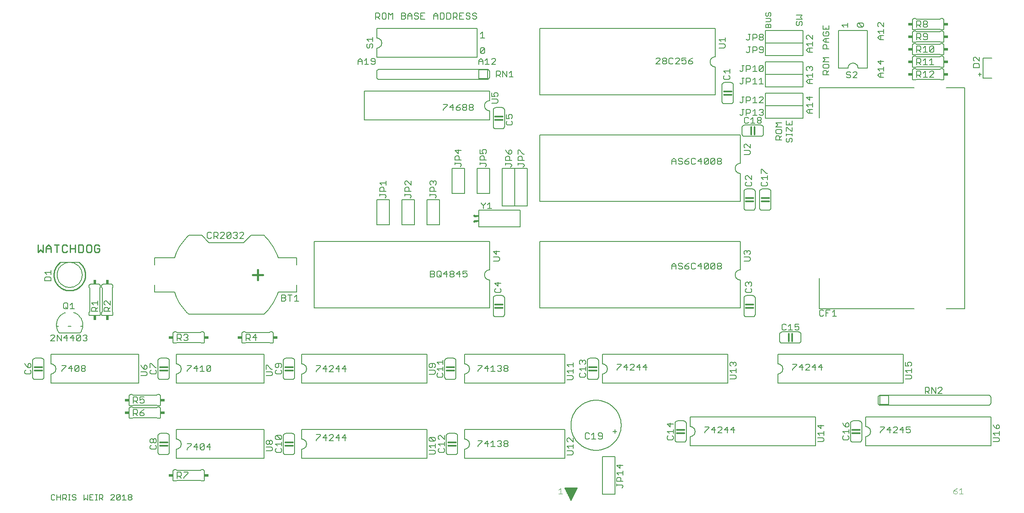
<source format=gto>
G04 This is an RS-274x file exported by *
G04 gerbv version 2.6.0 *
G04 More information is available about gerbv at *
G04 http://gerbv.gpleda.org/ *
G04 --End of header info--*
%MOIN*%
%FSLAX34Y34*%
%IPPOS*%
G04 --Define apertures--*
%ADD10C,0.0110*%
%ADD11C,0.0080*%
%ADD12C,0.0060*%
%ADD13C,0.0120*%
%ADD14C,0.0070*%
%ADD15C,0.0050*%
%ADD16C,0.0160*%
%ADD17R,0.0230X0.0160*%
%ADD18C,0.0100*%
%ADD19R,0.0240X0.0340*%
%ADD20R,0.0340X0.0240*%
%ADD21C,0.0040*%
G04 --Start main section--*
G54D10*
G01X0002657Y0023405D02*
G01X0002854Y0023602D01*
G01X0002854Y0023602D02*
G01X0003050Y0023405D01*
G01X0003050Y0023405D02*
G01X0003050Y0023996D01*
G01X0003301Y0023799D02*
G01X0003498Y0023996D01*
G01X0003498Y0023996D02*
G01X0003695Y0023799D01*
G01X0003695Y0023799D02*
G01X0003695Y0023405D01*
G01X0003695Y0023700D02*
G01X0003301Y0023700D01*
G01X0003301Y0023799D02*
G01X0003301Y0023405D01*
G01X0002657Y0023405D02*
G01X0002657Y0023996D01*
G01X0003946Y0023996D02*
G01X0004340Y0023996D01*
G01X0004143Y0023996D02*
G01X0004143Y0023405D01*
G01X0004590Y0023503D02*
G01X0004590Y0023897D01*
G01X0004590Y0023897D02*
G01X0004689Y0023996D01*
G01X0004689Y0023996D02*
G01X0004886Y0023996D01*
G01X0004886Y0023996D02*
G01X0004984Y0023897D01*
G01X0005235Y0023996D02*
G01X0005235Y0023405D01*
G01X0004984Y0023503D02*
G01X0004886Y0023405D01*
G01X0004886Y0023405D02*
G01X0004689Y0023405D01*
G01X0004689Y0023405D02*
G01X0004590Y0023503D01*
G01X0005235Y0023700D02*
G01X0005629Y0023700D01*
G01X0005629Y0023405D02*
G01X0005629Y0023996D01*
G01X0005880Y0023996D02*
G01X0006175Y0023996D01*
G01X0006175Y0023996D02*
G01X0006273Y0023897D01*
G01X0006273Y0023897D02*
G01X0006273Y0023503D01*
G01X0006273Y0023503D02*
G01X0006175Y0023405D01*
G01X0006175Y0023405D02*
G01X0005880Y0023405D01*
G01X0005880Y0023405D02*
G01X0005880Y0023996D01*
G01X0006524Y0023897D02*
G01X0006524Y0023503D01*
G01X0006524Y0023503D02*
G01X0006623Y0023405D01*
G01X0006623Y0023405D02*
G01X0006819Y0023405D01*
G01X0006819Y0023405D02*
G01X0006918Y0023503D01*
G01X0006918Y0023503D02*
G01X0006918Y0023897D01*
G01X0006918Y0023897D02*
G01X0006819Y0023996D01*
G01X0006819Y0023996D02*
G01X0006623Y0023996D01*
G01X0006623Y0023996D02*
G01X0006524Y0023897D01*
G01X0007169Y0023897D02*
G01X0007169Y0023503D01*
G01X0007169Y0023503D02*
G01X0007267Y0023405D01*
G01X0007267Y0023405D02*
G01X0007464Y0023405D01*
G01X0007464Y0023405D02*
G01X0007562Y0023503D01*
G01X0007562Y0023503D02*
G01X0007562Y0023700D01*
G01X0007562Y0023700D02*
G01X0007365Y0023700D01*
G01X0007169Y0023897D02*
G01X0007267Y0023996D01*
G01X0007267Y0023996D02*
G01X0007464Y0023996D01*
G01X0007464Y0023996D02*
G01X0007562Y0023897D01*
G54D11*
G01X0005930Y0022600D02*
G01X0004430Y0022600D01*
G01X0028197Y0038390D02*
G01X0028197Y0038710D01*
G01X0028197Y0038710D02*
G01X0028357Y0038870D01*
G01X0028357Y0038870D02*
G01X0028517Y0038710D01*
G01X0028517Y0038710D02*
G01X0028517Y0038390D01*
G01X0028712Y0038390D02*
G01X0029032Y0038390D01*
G01X0028872Y0038390D02*
G01X0028872Y0038870D01*
G01X0028872Y0038870D02*
G01X0028712Y0038710D01*
G01X0028517Y0038630D02*
G01X0028197Y0038630D01*
G01X0029228Y0038710D02*
G01X0029308Y0038630D01*
G01X0029308Y0038630D02*
G01X0029548Y0038630D01*
G01X0029548Y0038470D02*
G01X0029548Y0038790D01*
G01X0029548Y0038790D02*
G01X0029468Y0038870D01*
G01X0029468Y0038870D02*
G01X0029308Y0038870D01*
G01X0029308Y0038870D02*
G01X0029228Y0038790D01*
G01X0029228Y0038790D02*
G01X0029228Y0038710D01*
G01X0029228Y0038470D02*
G01X0029308Y0038390D01*
G01X0029308Y0038390D02*
G01X0029468Y0038390D01*
G01X0029468Y0038390D02*
G01X0029548Y0038470D01*
G01X0029595Y0042015D02*
G01X0029595Y0042495D01*
G01X0029595Y0042495D02*
G01X0029835Y0042495D01*
G01X0029835Y0042495D02*
G01X0029915Y0042415D01*
G01X0029915Y0042415D02*
G01X0029915Y0042255D01*
G01X0029915Y0042255D02*
G01X0029835Y0042175D01*
G01X0029835Y0042175D02*
G01X0029595Y0042175D01*
G01X0029755Y0042175D02*
G01X0029915Y0042015D01*
G01X0030111Y0042095D02*
G01X0030111Y0042415D01*
G01X0030111Y0042415D02*
G01X0030191Y0042495D01*
G01X0030191Y0042495D02*
G01X0030351Y0042495D01*
G01X0030351Y0042495D02*
G01X0030431Y0042415D01*
G01X0030431Y0042415D02*
G01X0030431Y0042095D01*
G01X0030431Y0042095D02*
G01X0030351Y0042015D01*
G01X0030351Y0042015D02*
G01X0030191Y0042015D01*
G01X0030191Y0042015D02*
G01X0030111Y0042095D01*
G01X0030626Y0042015D02*
G01X0030626Y0042495D01*
G01X0030626Y0042495D02*
G01X0030786Y0042335D01*
G01X0030786Y0042335D02*
G01X0030946Y0042495D01*
G01X0030946Y0042495D02*
G01X0030946Y0042015D01*
G01X0031657Y0042015D02*
G01X0031898Y0042015D01*
G01X0031898Y0042015D02*
G01X0031978Y0042095D01*
G01X0031978Y0042095D02*
G01X0031978Y0042175D01*
G01X0031978Y0042175D02*
G01X0031898Y0042255D01*
G01X0031898Y0042255D02*
G01X0031657Y0042255D01*
G01X0031657Y0042015D02*
G01X0031657Y0042495D01*
G01X0031657Y0042495D02*
G01X0031898Y0042495D01*
G01X0031898Y0042495D02*
G01X0031978Y0042415D01*
G01X0031978Y0042415D02*
G01X0031978Y0042335D01*
G01X0031978Y0042335D02*
G01X0031898Y0042255D01*
G01X0032173Y0042255D02*
G01X0032493Y0042255D01*
G01X0032493Y0042335D02*
G01X0032493Y0042015D01*
G01X0032689Y0042095D02*
G01X0032769Y0042015D01*
G01X0032769Y0042015D02*
G01X0032929Y0042015D01*
G01X0032929Y0042015D02*
G01X0033009Y0042095D01*
G01X0033009Y0042095D02*
G01X0033009Y0042175D01*
G01X0033009Y0042175D02*
G01X0032929Y0042255D01*
G01X0032929Y0042255D02*
G01X0032769Y0042255D01*
G01X0032769Y0042255D02*
G01X0032689Y0042335D01*
G01X0032689Y0042335D02*
G01X0032689Y0042415D01*
G01X0032689Y0042415D02*
G01X0032769Y0042495D01*
G01X0032769Y0042495D02*
G01X0032929Y0042495D01*
G01X0032929Y0042495D02*
G01X0033009Y0042415D01*
G01X0033204Y0042495D02*
G01X0033204Y0042015D01*
G01X0033204Y0042015D02*
G01X0033525Y0042015D01*
G01X0033364Y0042255D02*
G01X0033204Y0042255D01*
G01X0033204Y0042495D02*
G01X0033525Y0042495D01*
G01X0034236Y0042335D02*
G01X0034236Y0042015D01*
G01X0034236Y0042255D02*
G01X0034556Y0042255D01*
G01X0034556Y0042335D02*
G01X0034556Y0042015D01*
G01X0034751Y0042015D02*
G01X0034991Y0042015D01*
G01X0034991Y0042015D02*
G01X0035072Y0042095D01*
G01X0035072Y0042095D02*
G01X0035072Y0042415D01*
G01X0035072Y0042415D02*
G01X0034991Y0042495D01*
G01X0034991Y0042495D02*
G01X0034751Y0042495D01*
G01X0034751Y0042495D02*
G01X0034751Y0042015D01*
G01X0034556Y0042335D02*
G01X0034396Y0042495D01*
G01X0034396Y0042495D02*
G01X0034236Y0042335D01*
G01X0035267Y0042495D02*
G01X0035267Y0042015D01*
G01X0035267Y0042015D02*
G01X0035507Y0042015D01*
G01X0035507Y0042015D02*
G01X0035587Y0042095D01*
G01X0035587Y0042095D02*
G01X0035587Y0042415D01*
G01X0035587Y0042415D02*
G01X0035507Y0042495D01*
G01X0035507Y0042495D02*
G01X0035267Y0042495D01*
G01X0035783Y0042495D02*
G01X0035783Y0042015D01*
G01X0035783Y0042175D02*
G01X0036023Y0042175D01*
G01X0036023Y0042175D02*
G01X0036103Y0042255D01*
G01X0036103Y0042255D02*
G01X0036103Y0042415D01*
G01X0036103Y0042415D02*
G01X0036023Y0042495D01*
G01X0036023Y0042495D02*
G01X0035783Y0042495D01*
G01X0035943Y0042175D02*
G01X0036103Y0042015D01*
G01X0036298Y0042015D02*
G01X0036298Y0042495D01*
G01X0036298Y0042495D02*
G01X0036618Y0042495D01*
G01X0036814Y0042415D02*
G01X0036814Y0042335D01*
G01X0036814Y0042335D02*
G01X0036894Y0042255D01*
G01X0036894Y0042255D02*
G01X0037054Y0042255D01*
G01X0037054Y0042255D02*
G01X0037134Y0042175D01*
G01X0037134Y0042175D02*
G01X0037134Y0042095D01*
G01X0037134Y0042095D02*
G01X0037054Y0042015D01*
G01X0037054Y0042015D02*
G01X0036894Y0042015D01*
G01X0036894Y0042015D02*
G01X0036814Y0042095D01*
G01X0036618Y0042015D02*
G01X0036298Y0042015D01*
G01X0036298Y0042255D02*
G01X0036458Y0042255D01*
G01X0036814Y0042415D02*
G01X0036894Y0042495D01*
G01X0036894Y0042495D02*
G01X0037054Y0042495D01*
G01X0037054Y0042495D02*
G01X0037134Y0042415D01*
G01X0037329Y0042415D02*
G01X0037329Y0042335D01*
G01X0037329Y0042335D02*
G01X0037410Y0042255D01*
G01X0037410Y0042255D02*
G01X0037570Y0042255D01*
G01X0037570Y0042255D02*
G01X0037650Y0042175D01*
G01X0037650Y0042175D02*
G01X0037650Y0042095D01*
G01X0037650Y0042095D02*
G01X0037570Y0042015D01*
G01X0037570Y0042015D02*
G01X0037410Y0042015D01*
G01X0037410Y0042015D02*
G01X0037329Y0042095D01*
G01X0037329Y0042415D02*
G01X0037410Y0042495D01*
G01X0037410Y0042495D02*
G01X0037570Y0042495D01*
G01X0037570Y0042495D02*
G01X0037650Y0042415D01*
G01X0038122Y0040995D02*
G01X0037962Y0040835D01*
G01X0038122Y0040995D02*
G01X0038122Y0040515D01*
G01X0037962Y0040515D02*
G01X0038282Y0040515D01*
G01X0038202Y0039745D02*
G01X0038282Y0039665D01*
G01X0038282Y0039665D02*
G01X0037962Y0039345D01*
G01X0037962Y0039345D02*
G01X0038042Y0039265D01*
G01X0038042Y0039265D02*
G01X0038202Y0039265D01*
G01X0038202Y0039265D02*
G01X0038282Y0039345D01*
G01X0038282Y0039345D02*
G01X0038282Y0039665D01*
G01X0038202Y0039745D02*
G01X0038042Y0039745D01*
G01X0038042Y0039745D02*
G01X0037962Y0039665D01*
G01X0037962Y0039665D02*
G01X0037962Y0039345D01*
G01X0037982Y0038870D02*
G01X0038142Y0038710D01*
G01X0038142Y0038710D02*
G01X0038142Y0038390D01*
G01X0038337Y0038390D02*
G01X0038657Y0038390D01*
G01X0038497Y0038390D02*
G01X0038497Y0038870D01*
G01X0038497Y0038870D02*
G01X0038337Y0038710D01*
G01X0038142Y0038630D02*
G01X0037822Y0038630D01*
G01X0037822Y0038710D02*
G01X0037982Y0038870D01*
G01X0037822Y0038710D02*
G01X0037822Y0038390D01*
G01X0038853Y0038390D02*
G01X0039173Y0038710D01*
G01X0039173Y0038710D02*
G01X0039173Y0038790D01*
G01X0039173Y0038790D02*
G01X0039093Y0038870D01*
G01X0039093Y0038870D02*
G01X0038933Y0038870D01*
G01X0038933Y0038870D02*
G01X0038853Y0038790D01*
G01X0038853Y0038390D02*
G01X0039173Y0038390D01*
G01X0032173Y0042015D02*
G01X0032173Y0042335D01*
G01X0032173Y0042335D02*
G01X0032333Y0042495D01*
G01X0032333Y0042495D02*
G01X0032493Y0042335D01*
G01X0060720Y0042315D02*
G01X0060790Y0042245D01*
G01X0060790Y0042245D02*
G01X0060860Y0042245D01*
G01X0060860Y0042245D02*
G01X0060930Y0042315D01*
G01X0060930Y0042315D02*
G01X0060930Y0042455D01*
G01X0060930Y0042455D02*
G01X0061000Y0042525D01*
G01X0061000Y0042525D02*
G01X0061070Y0042525D01*
G01X0061070Y0042525D02*
G01X0061140Y0042455D01*
G01X0061140Y0042455D02*
G01X0061140Y0042315D01*
G01X0061140Y0042315D02*
G01X0061070Y0042245D01*
G01X0061070Y0042065D02*
G01X0060720Y0042065D01*
G01X0060720Y0042315D02*
G01X0060720Y0042455D01*
G01X0060720Y0042455D02*
G01X0060790Y0042525D01*
G01X0061070Y0042065D02*
G01X0061140Y0041995D01*
G01X0061140Y0041995D02*
G01X0061140Y0041855D01*
G01X0061140Y0041855D02*
G01X0061070Y0041785D01*
G01X0061070Y0041785D02*
G01X0060720Y0041785D01*
G01X0060790Y0041605D02*
G01X0060860Y0041605D01*
G01X0060860Y0041605D02*
G01X0060930Y0041535D01*
G01X0060930Y0041535D02*
G01X0060930Y0041324D01*
G01X0061140Y0041324D02*
G01X0060720Y0041324D01*
G01X0060720Y0041324D02*
G01X0060720Y0041535D01*
G01X0060720Y0041535D02*
G01X0060790Y0041605D01*
G01X0060930Y0041535D02*
G01X0061000Y0041605D01*
G01X0061000Y0041605D02*
G01X0061070Y0041605D01*
G01X0061070Y0041605D02*
G01X0061140Y0041535D01*
G01X0061140Y0041535D02*
G01X0061140Y0041324D01*
G01X0063160Y0041579D02*
G01X0063240Y0041499D01*
G01X0063240Y0041499D02*
G01X0063320Y0041499D01*
G01X0063320Y0041499D02*
G01X0063400Y0041579D01*
G01X0063400Y0041579D02*
G01X0063400Y0041740D01*
G01X0063400Y0041740D02*
G01X0063480Y0041820D01*
G01X0063480Y0041820D02*
G01X0063560Y0041820D01*
G01X0063560Y0041820D02*
G01X0063640Y0041740D01*
G01X0063640Y0041740D02*
G01X0063640Y0041579D01*
G01X0063640Y0041579D02*
G01X0063560Y0041499D01*
G01X0063160Y0041579D02*
G01X0063160Y0041740D01*
G01X0063160Y0041740D02*
G01X0063240Y0041820D01*
G01X0063160Y0042015D02*
G01X0063640Y0042015D01*
G01X0063640Y0042015D02*
G01X0063480Y0042175D01*
G01X0063480Y0042175D02*
G01X0063640Y0042335D01*
G01X0063640Y0042335D02*
G01X0063160Y0042335D01*
G01X0065285Y0041507D02*
G01X0065285Y0041187D01*
G01X0065285Y0041187D02*
G01X0065765Y0041187D01*
G01X0065765Y0041187D02*
G01X0065765Y0041507D01*
G01X0065525Y0041347D02*
G01X0065525Y0041187D01*
G01X0065525Y0040992D02*
G01X0065525Y0040831D01*
G01X0065525Y0040992D02*
G01X0065685Y0040992D01*
G01X0065685Y0040992D02*
G01X0065765Y0040911D01*
G01X0065765Y0040911D02*
G01X0065765Y0040751D01*
G01X0065765Y0040751D02*
G01X0065685Y0040671D01*
G01X0065685Y0040671D02*
G01X0065365Y0040671D01*
G01X0065365Y0040671D02*
G01X0065285Y0040751D01*
G01X0065285Y0040751D02*
G01X0065285Y0040911D01*
G01X0065285Y0040911D02*
G01X0065365Y0040992D01*
G01X0065445Y0040476D02*
G01X0065285Y0040316D01*
G01X0065285Y0040316D02*
G01X0065445Y0040156D01*
G01X0065445Y0040156D02*
G01X0065765Y0040156D01*
G01X0065525Y0040156D02*
G01X0065525Y0040476D01*
G01X0065445Y0040476D02*
G01X0065765Y0040476D01*
G01X0065525Y0039960D02*
G01X0065365Y0039960D01*
G01X0065365Y0039960D02*
G01X0065285Y0039880D01*
G01X0065285Y0039880D02*
G01X0065285Y0039640D01*
G01X0065285Y0039640D02*
G01X0065765Y0039640D01*
G01X0065605Y0039640D02*
G01X0065605Y0039880D01*
G01X0065605Y0039880D02*
G01X0065525Y0039960D01*
G01X0065285Y0038929D02*
G01X0065765Y0038929D01*
G01X0065765Y0038609D02*
G01X0065285Y0038609D01*
G01X0065285Y0038609D02*
G01X0065445Y0038769D01*
G01X0065445Y0038769D02*
G01X0065285Y0038929D01*
G01X0065365Y0038413D02*
G01X0065285Y0038333D01*
G01X0065285Y0038333D02*
G01X0065285Y0038173D01*
G01X0065285Y0038173D02*
G01X0065365Y0038093D01*
G01X0065365Y0038093D02*
G01X0065685Y0038093D01*
G01X0065685Y0038093D02*
G01X0065765Y0038173D01*
G01X0065765Y0038173D02*
G01X0065765Y0038333D01*
G01X0065765Y0038333D02*
G01X0065685Y0038413D01*
G01X0065685Y0038413D02*
G01X0065365Y0038413D01*
G01X0064450Y0038138D02*
G01X0064450Y0037978D01*
G01X0064450Y0037978D02*
G01X0064370Y0037898D01*
G01X0064450Y0037702D02*
G01X0064450Y0037382D01*
G01X0064450Y0037542D02*
G01X0063970Y0037542D01*
G01X0063970Y0037542D02*
G01X0064130Y0037382D01*
G01X0064130Y0037187D02*
G01X0064450Y0037187D01*
G01X0064210Y0037187D02*
G01X0064210Y0036867D01*
G01X0064130Y0036867D02*
G01X0063970Y0037027D01*
G01X0063970Y0037027D02*
G01X0064130Y0037187D01*
G01X0064130Y0036867D02*
G01X0064450Y0036867D01*
G01X0064210Y0035843D02*
G01X0064210Y0035523D01*
G01X0064210Y0035523D02*
G01X0063970Y0035763D01*
G01X0063970Y0035763D02*
G01X0064450Y0035763D01*
G01X0064450Y0035327D02*
G01X0064450Y0035007D01*
G01X0064450Y0035167D02*
G01X0063970Y0035167D01*
G01X0063970Y0035167D02*
G01X0064130Y0035007D01*
G01X0064130Y0034812D02*
G01X0064450Y0034812D01*
G01X0064210Y0034812D02*
G01X0064210Y0034492D01*
G01X0064130Y0034492D02*
G01X0063970Y0034652D01*
G01X0063970Y0034652D02*
G01X0064130Y0034812D01*
G01X0064130Y0034492D02*
G01X0064450Y0034492D01*
G01X0062840Y0033890D02*
G01X0062840Y0033570D01*
G01X0062840Y0033570D02*
G01X0062360Y0033570D01*
G01X0062360Y0033570D02*
G01X0062360Y0033890D01*
G01X0062600Y0033730D02*
G01X0062600Y0033570D01*
G01X0062440Y0033374D02*
G01X0062760Y0033054D01*
G01X0062760Y0033054D02*
G01X0062840Y0033054D01*
G01X0062840Y0033054D02*
G01X0062840Y0033374D01*
G01X0062440Y0033374D02*
G01X0062360Y0033374D01*
G01X0062360Y0033374D02*
G01X0062360Y0033054D01*
G01X0062360Y0032870D02*
G01X0062360Y0032710D01*
G01X0062360Y0032790D02*
G01X0062840Y0032790D01*
G01X0062840Y0032710D02*
G01X0062840Y0032870D01*
G01X0062760Y0032515D02*
G01X0062680Y0032515D01*
G01X0062680Y0032515D02*
G01X0062600Y0032435D01*
G01X0062600Y0032435D02*
G01X0062600Y0032275D01*
G01X0062600Y0032275D02*
G01X0062520Y0032195D01*
G01X0062520Y0032195D02*
G01X0062440Y0032195D01*
G01X0062440Y0032195D02*
G01X0062360Y0032275D01*
G01X0062360Y0032275D02*
G01X0062360Y0032435D01*
G01X0062360Y0032435D02*
G01X0062440Y0032515D01*
G01X0062760Y0032515D02*
G01X0062840Y0032435D01*
G01X0062840Y0032435D02*
G01X0062840Y0032275D01*
G01X0062840Y0032275D02*
G01X0062760Y0032195D01*
G01X0062000Y0032367D02*
G01X0061520Y0032367D01*
G01X0061520Y0032367D02*
G01X0061520Y0032607D01*
G01X0061520Y0032607D02*
G01X0061600Y0032687D01*
G01X0061600Y0032687D02*
G01X0061760Y0032687D01*
G01X0061760Y0032687D02*
G01X0061840Y0032607D01*
G01X0061840Y0032607D02*
G01X0061840Y0032367D01*
G01X0061840Y0032527D02*
G01X0062000Y0032687D01*
G01X0061920Y0032882D02*
G01X0061600Y0032882D01*
G01X0061600Y0032882D02*
G01X0061520Y0032962D01*
G01X0061520Y0032962D02*
G01X0061520Y0033122D01*
G01X0061520Y0033122D02*
G01X0061600Y0033202D01*
G01X0061600Y0033202D02*
G01X0061920Y0033202D01*
G01X0061920Y0033202D02*
G01X0062000Y0033122D01*
G01X0062000Y0033122D02*
G01X0062000Y0032962D01*
G01X0062000Y0032962D02*
G01X0061920Y0032882D01*
G01X0062000Y0033398D02*
G01X0061520Y0033398D01*
G01X0061520Y0033398D02*
G01X0061680Y0033558D01*
G01X0061680Y0033558D02*
G01X0061520Y0033718D01*
G01X0061520Y0033718D02*
G01X0062000Y0033718D01*
G01X0064050Y0037898D02*
G01X0063970Y0037978D01*
G01X0063970Y0037978D02*
G01X0063970Y0038138D01*
G01X0063970Y0038138D02*
G01X0064050Y0038218D01*
G01X0064050Y0038218D02*
G01X0064130Y0038218D01*
G01X0064130Y0038218D02*
G01X0064210Y0038138D01*
G01X0064210Y0038138D02*
G01X0064290Y0038218D01*
G01X0064290Y0038218D02*
G01X0064370Y0038218D01*
G01X0064370Y0038218D02*
G01X0064450Y0038138D01*
G01X0064210Y0038138D02*
G01X0064210Y0038058D01*
G01X0065285Y0037818D02*
G01X0065365Y0037898D01*
G01X0065365Y0037898D02*
G01X0065525Y0037898D01*
G01X0065525Y0037898D02*
G01X0065605Y0037818D01*
G01X0065605Y0037818D02*
G01X0065605Y0037577D01*
G01X0065765Y0037577D02*
G01X0065285Y0037577D01*
G01X0065285Y0037577D02*
G01X0065285Y0037818D01*
G01X0065605Y0037738D02*
G01X0065765Y0037898D01*
G01X0064450Y0039367D02*
G01X0064130Y0039367D01*
G01X0064130Y0039367D02*
G01X0063970Y0039527D01*
G01X0063970Y0039527D02*
G01X0064130Y0039687D01*
G01X0064130Y0039687D02*
G01X0064450Y0039687D01*
G01X0064450Y0039882D02*
G01X0064450Y0040202D01*
G01X0064450Y0040042D02*
G01X0063970Y0040042D01*
G01X0063970Y0040042D02*
G01X0064130Y0039882D01*
G01X0064210Y0039687D02*
G01X0064210Y0039367D01*
G01X0064050Y0040398D02*
G01X0063970Y0040478D01*
G01X0063970Y0040478D02*
G01X0063970Y0040638D01*
G01X0063970Y0040638D02*
G01X0064050Y0040718D01*
G01X0064050Y0040718D02*
G01X0064130Y0040718D01*
G01X0064130Y0040718D02*
G01X0064450Y0040398D01*
G01X0064450Y0040398D02*
G01X0064450Y0040718D01*
G01X0066785Y0041542D02*
G01X0066945Y0041382D01*
G01X0066785Y0041542D02*
G01X0067265Y0041542D01*
G01X0067265Y0041382D02*
G01X0067265Y0041702D01*
G01X0068035Y0041622D02*
G01X0068115Y0041702D01*
G01X0068115Y0041702D02*
G01X0068435Y0041382D01*
G01X0068435Y0041382D02*
G01X0068515Y0041462D01*
G01X0068515Y0041462D02*
G01X0068515Y0041622D01*
G01X0068515Y0041622D02*
G01X0068435Y0041702D01*
G01X0068435Y0041702D02*
G01X0068115Y0041702D01*
G01X0068035Y0041622D02*
G01X0068035Y0041462D01*
G01X0068035Y0041462D02*
G01X0068115Y0041382D01*
G01X0068115Y0041382D02*
G01X0068435Y0041382D01*
G01X0069660Y0041478D02*
G01X0069740Y0041398D01*
G01X0069660Y0041478D02*
G01X0069660Y0041638D01*
G01X0069660Y0041638D02*
G01X0069740Y0041718D01*
G01X0069740Y0041718D02*
G01X0069820Y0041718D01*
G01X0069820Y0041718D02*
G01X0070140Y0041398D01*
G01X0070140Y0041398D02*
G01X0070140Y0041718D01*
G01X0070140Y0041202D02*
G01X0070140Y0040882D01*
G01X0070140Y0041042D02*
G01X0069660Y0041042D01*
G01X0069660Y0041042D02*
G01X0069820Y0040882D01*
G01X0069820Y0040687D02*
G01X0070140Y0040687D01*
G01X0069900Y0040687D02*
G01X0069900Y0040367D01*
G01X0069820Y0040367D02*
G01X0069660Y0040527D01*
G01X0069660Y0040527D02*
G01X0069820Y0040687D01*
G01X0069820Y0040367D02*
G01X0070140Y0040367D01*
G01X0069900Y0038718D02*
G01X0069900Y0038398D01*
G01X0069900Y0038398D02*
G01X0069660Y0038638D01*
G01X0069660Y0038638D02*
G01X0070140Y0038638D01*
G01X0070140Y0038202D02*
G01X0070140Y0037882D01*
G01X0070140Y0038042D02*
G01X0069660Y0038042D01*
G01X0069660Y0038042D02*
G01X0069820Y0037882D01*
G01X0069820Y0037687D02*
G01X0070140Y0037687D01*
G01X0069900Y0037687D02*
G01X0069900Y0037367D01*
G01X0069820Y0037367D02*
G01X0069660Y0037527D01*
G01X0069660Y0037527D02*
G01X0069820Y0037687D01*
G01X0069820Y0037367D02*
G01X0070140Y0037367D01*
G54D12*
G01X0003783Y0003630D02*
G01X0003710Y0003703D01*
G01X0003710Y0003703D02*
G01X0003710Y0003997D01*
G01X0003710Y0003997D02*
G01X0003783Y0004070D01*
G01X0003783Y0004070D02*
G01X0003930Y0004070D01*
G01X0003930Y0004070D02*
G01X0004004Y0003997D01*
G01X0004170Y0004070D02*
G01X0004170Y0003630D01*
G01X0004004Y0003703D02*
G01X0003930Y0003630D01*
G01X0003930Y0003630D02*
G01X0003783Y0003630D01*
G01X0004170Y0003850D02*
G01X0004464Y0003850D01*
G01X0004631Y0003777D02*
G01X0004851Y0003777D01*
G01X0004851Y0003777D02*
G01X0004924Y0003850D01*
G01X0004924Y0003850D02*
G01X0004924Y0003997D01*
G01X0004924Y0003997D02*
G01X0004851Y0004070D01*
G01X0004851Y0004070D02*
G01X0004631Y0004070D01*
G01X0004631Y0004070D02*
G01X0004631Y0003630D01*
G01X0004464Y0003630D02*
G01X0004464Y0004070D01*
G01X0004778Y0003777D02*
G01X0004924Y0003630D01*
G01X0005091Y0003630D02*
G01X0005238Y0003630D01*
G01X0005165Y0003630D02*
G01X0005165Y0004070D01*
G01X0005238Y0004070D02*
G01X0005091Y0004070D01*
G01X0005398Y0003997D02*
G01X0005398Y0003924D01*
G01X0005398Y0003924D02*
G01X0005472Y0003850D01*
G01X0005472Y0003850D02*
G01X0005618Y0003850D01*
G01X0005618Y0003850D02*
G01X0005692Y0003777D01*
G01X0005692Y0003777D02*
G01X0005692Y0003703D01*
G01X0005692Y0003703D02*
G01X0005618Y0003630D01*
G01X0005618Y0003630D02*
G01X0005472Y0003630D01*
G01X0005472Y0003630D02*
G01X0005398Y0003703D01*
G01X0005398Y0003997D02*
G01X0005472Y0004070D01*
G01X0005472Y0004070D02*
G01X0005618Y0004070D01*
G01X0005618Y0004070D02*
G01X0005692Y0003997D01*
G01X0006319Y0004070D02*
G01X0006319Y0003630D01*
G01X0006319Y0003630D02*
G01X0006466Y0003777D01*
G01X0006466Y0003777D02*
G01X0006612Y0003630D01*
G01X0006612Y0003630D02*
G01X0006612Y0004070D01*
G01X0006779Y0004070D02*
G01X0006779Y0003630D01*
G01X0006779Y0003630D02*
G01X0007073Y0003630D01*
G01X0007240Y0003630D02*
G01X0007386Y0003630D01*
G01X0007313Y0003630D02*
G01X0007313Y0004070D01*
G01X0007240Y0004070D02*
G01X0007386Y0004070D01*
G01X0007547Y0004070D02*
G01X0007767Y0004070D01*
G01X0007767Y0004070D02*
G01X0007840Y0003997D01*
G01X0007840Y0003997D02*
G01X0007840Y0003850D01*
G01X0007840Y0003850D02*
G01X0007767Y0003777D01*
G01X0007767Y0003777D02*
G01X0007547Y0003777D01*
G01X0007693Y0003777D02*
G01X0007840Y0003630D01*
G01X0007547Y0003630D02*
G01X0007547Y0004070D01*
G01X0007073Y0004070D02*
G01X0006779Y0004070D01*
G01X0006779Y0003850D02*
G01X0006926Y0003850D01*
G01X0008467Y0003997D02*
G01X0008541Y0004070D01*
G01X0008541Y0004070D02*
G01X0008688Y0004070D01*
G01X0008688Y0004070D02*
G01X0008761Y0003997D01*
G01X0008761Y0003997D02*
G01X0008761Y0003924D01*
G01X0008761Y0003924D02*
G01X0008467Y0003630D01*
G01X0008467Y0003630D02*
G01X0008761Y0003630D01*
G01X0008928Y0003703D02*
G01X0009221Y0003997D01*
G01X0009221Y0003997D02*
G01X0009221Y0003703D01*
G01X0009221Y0003703D02*
G01X0009148Y0003630D01*
G01X0009148Y0003630D02*
G01X0009001Y0003630D01*
G01X0009001Y0003630D02*
G01X0008928Y0003703D01*
G01X0008928Y0003703D02*
G01X0008928Y0003997D01*
G01X0008928Y0003997D02*
G01X0009001Y0004070D01*
G01X0009001Y0004070D02*
G01X0009148Y0004070D01*
G01X0009148Y0004070D02*
G01X0009221Y0003997D01*
G01X0009388Y0003924D02*
G01X0009535Y0004070D01*
G01X0009535Y0004070D02*
G01X0009535Y0003630D01*
G01X0009388Y0003630D02*
G01X0009682Y0003630D01*
G01X0009849Y0003703D02*
G01X0009849Y0003777D01*
G01X0009849Y0003777D02*
G01X0009922Y0003850D01*
G01X0009922Y0003850D02*
G01X0010069Y0003850D01*
G01X0010069Y0003850D02*
G01X0010142Y0003777D01*
G01X0010142Y0003777D02*
G01X0010142Y0003703D01*
G01X0010142Y0003703D02*
G01X0010069Y0003630D01*
G01X0010069Y0003630D02*
G01X0009922Y0003630D01*
G01X0009922Y0003630D02*
G01X0009849Y0003703D01*
G01X0009922Y0003850D02*
G01X0009849Y0003924D01*
G01X0009849Y0003924D02*
G01X0009849Y0003997D01*
G01X0009849Y0003997D02*
G01X0009922Y0004070D01*
G01X0009922Y0004070D02*
G01X0010069Y0004070D01*
G01X0010069Y0004070D02*
G01X0010142Y0003997D01*
G01X0010142Y0003997D02*
G01X0010142Y0003924D01*
G01X0010142Y0003924D02*
G01X0010069Y0003850D01*
G01X0013430Y0005250D02*
G01X0013430Y0005950D01*
G01X0013430Y0005950D02*
G01X0013432Y0005967D01*
G01X0013432Y0005967D02*
G01X0013436Y0005984D01*
G01X0013436Y0005984D02*
G01X0013443Y0006000D01*
G01X0013443Y0006000D02*
G01X0013453Y0006014D01*
G01X0013453Y0006014D02*
G01X0013466Y0006027D01*
G01X0013466Y0006027D02*
G01X0013480Y0006037D01*
G01X0013480Y0006037D02*
G01X0013496Y0006044D01*
G01X0013496Y0006044D02*
G01X0013513Y0006048D01*
G01X0013513Y0006048D02*
G01X0013530Y0006050D01*
G01X0013530Y0006050D02*
G01X0013680Y0006050D01*
G01X0013680Y0006050D02*
G01X0013730Y0006000D01*
G01X0013730Y0006000D02*
G01X0015630Y0006000D01*
G01X0015630Y0006000D02*
G01X0015680Y0006050D01*
G01X0015680Y0006050D02*
G01X0015830Y0006050D01*
G01X0015830Y0006050D02*
G01X0015847Y0006048D01*
G01X0015847Y0006048D02*
G01X0015864Y0006044D01*
G01X0015864Y0006044D02*
G01X0015880Y0006037D01*
G01X0015880Y0006037D02*
G01X0015894Y0006027D01*
G01X0015894Y0006027D02*
G01X0015907Y0006014D01*
G01X0015907Y0006014D02*
G01X0015917Y0006000D01*
G01X0015917Y0006000D02*
G01X0015924Y0005984D01*
G01X0015924Y0005984D02*
G01X0015928Y0005967D01*
G01X0015928Y0005967D02*
G01X0015930Y0005950D01*
G01X0015930Y0005950D02*
G01X0015930Y0005250D01*
G01X0015930Y0005250D02*
G01X0015928Y0005233D01*
G01X0015928Y0005233D02*
G01X0015924Y0005216D01*
G01X0015924Y0005216D02*
G01X0015917Y0005200D01*
G01X0015917Y0005200D02*
G01X0015907Y0005186D01*
G01X0015907Y0005186D02*
G01X0015894Y0005173D01*
G01X0015894Y0005173D02*
G01X0015880Y0005163D01*
G01X0015880Y0005163D02*
G01X0015864Y0005156D01*
G01X0015864Y0005156D02*
G01X0015847Y0005152D01*
G01X0015847Y0005152D02*
G01X0015830Y0005150D01*
G01X0015830Y0005150D02*
G01X0015680Y0005150D01*
G01X0015680Y0005150D02*
G01X0015630Y0005200D01*
G01X0015630Y0005200D02*
G01X0013730Y0005200D01*
G01X0013730Y0005200D02*
G01X0013680Y0005150D01*
G01X0013680Y0005150D02*
G01X0013530Y0005150D01*
G01X0013530Y0005150D02*
G01X0013513Y0005152D01*
G01X0013513Y0005152D02*
G01X0013496Y0005156D01*
G01X0013496Y0005156D02*
G01X0013480Y0005163D01*
G01X0013480Y0005163D02*
G01X0013466Y0005173D01*
G01X0013466Y0005173D02*
G01X0013453Y0005186D01*
G01X0013453Y0005186D02*
G01X0013443Y0005200D01*
G01X0013443Y0005200D02*
G01X0013436Y0005216D01*
G01X0013436Y0005216D02*
G01X0013432Y0005233D01*
G01X0013432Y0005233D02*
G01X0013430Y0005250D01*
G01X0013680Y0006950D02*
G01X0013680Y0007700D01*
G01X0013680Y0007700D02*
G01X0013719Y0007702D01*
G01X0013719Y0007702D02*
G01X0013758Y0007708D01*
G01X0013758Y0007708D02*
G01X0013796Y0007717D01*
G01X0013796Y0007717D02*
G01X0013833Y0007730D01*
G01X0013833Y0007730D02*
G01X0013869Y0007747D01*
G01X0013869Y0007747D02*
G01X0013902Y0007767D01*
G01X0013902Y0007767D02*
G01X0013934Y0007791D01*
G01X0013934Y0007791D02*
G01X0013963Y0007817D01*
G01X0013963Y0007817D02*
G01X0013989Y0007846D01*
G01X0013989Y0007846D02*
G01X0014013Y0007878D01*
G01X0014013Y0007878D02*
G01X0014033Y0007911D01*
G01X0014033Y0007911D02*
G01X0014050Y0007947D01*
G01X0014050Y0007947D02*
G01X0014063Y0007984D01*
G01X0014063Y0007984D02*
G01X0014072Y0008022D01*
G01X0014072Y0008022D02*
G01X0014078Y0008061D01*
G01X0014078Y0008061D02*
G01X0014080Y0008100D01*
G01X0014080Y0008100D02*
G01X0014078Y0008139D01*
G01X0014078Y0008139D02*
G01X0014072Y0008178D01*
G01X0014072Y0008178D02*
G01X0014063Y0008216D01*
G01X0014063Y0008216D02*
G01X0014050Y0008253D01*
G01X0014050Y0008253D02*
G01X0014033Y0008289D01*
G01X0014033Y0008289D02*
G01X0014013Y0008322D01*
G01X0014013Y0008322D02*
G01X0013989Y0008354D01*
G01X0013989Y0008354D02*
G01X0013963Y0008383D01*
G01X0013963Y0008383D02*
G01X0013934Y0008409D01*
G01X0013934Y0008409D02*
G01X0013902Y0008433D01*
G01X0013902Y0008433D02*
G01X0013869Y0008453D01*
G01X0013869Y0008453D02*
G01X0013833Y0008470D01*
G01X0013833Y0008470D02*
G01X0013796Y0008483D01*
G01X0013796Y0008483D02*
G01X0013758Y0008492D01*
G01X0013758Y0008492D02*
G01X0013719Y0008498D01*
G01X0013719Y0008498D02*
G01X0013680Y0008500D01*
G01X0013680Y0008500D02*
G01X0013680Y0009250D01*
G01X0013680Y0009250D02*
G01X0020680Y0009250D01*
G01X0020680Y0009250D02*
G01X0020680Y0006950D01*
G01X0020680Y0006950D02*
G01X0013680Y0006950D01*
G01X0012930Y0007250D02*
G01X0012430Y0007250D01*
G01X0012430Y0007250D02*
G01X0012404Y0007252D01*
G01X0012404Y0007252D02*
G01X0012378Y0007257D01*
G01X0012378Y0007257D02*
G01X0012353Y0007265D01*
G01X0012353Y0007265D02*
G01X0012330Y0007277D01*
G01X0012330Y0007277D02*
G01X0012308Y0007291D01*
G01X0012308Y0007291D02*
G01X0012289Y0007309D01*
G01X0012289Y0007309D02*
G01X0012271Y0007328D01*
G01X0012271Y0007328D02*
G01X0012257Y0007350D01*
G01X0012257Y0007350D02*
G01X0012245Y0007373D01*
G01X0012245Y0007373D02*
G01X0012237Y0007398D01*
G01X0012237Y0007398D02*
G01X0012232Y0007424D01*
G01X0012232Y0007424D02*
G01X0012230Y0007450D01*
G01X0012230Y0007450D02*
G01X0012230Y0008750D01*
G01X0012230Y0008750D02*
G01X0012232Y0008776D01*
G01X0012232Y0008776D02*
G01X0012237Y0008802D01*
G01X0012237Y0008802D02*
G01X0012245Y0008827D01*
G01X0012245Y0008827D02*
G01X0012257Y0008850D01*
G01X0012257Y0008850D02*
G01X0012271Y0008872D01*
G01X0012271Y0008872D02*
G01X0012289Y0008891D01*
G01X0012289Y0008891D02*
G01X0012308Y0008909D01*
G01X0012308Y0008909D02*
G01X0012330Y0008923D01*
G01X0012330Y0008923D02*
G01X0012353Y0008935D01*
G01X0012353Y0008935D02*
G01X0012378Y0008943D01*
G01X0012378Y0008943D02*
G01X0012404Y0008948D01*
G01X0012404Y0008948D02*
G01X0012430Y0008950D01*
G01X0012430Y0008950D02*
G01X0012930Y0008950D01*
G01X0012930Y0008950D02*
G01X0012956Y0008948D01*
G01X0012956Y0008948D02*
G01X0012982Y0008943D01*
G01X0012982Y0008943D02*
G01X0013007Y0008935D01*
G01X0013007Y0008935D02*
G01X0013030Y0008923D01*
G01X0013030Y0008923D02*
G01X0013052Y0008909D01*
G01X0013052Y0008909D02*
G01X0013071Y0008891D01*
G01X0013071Y0008891D02*
G01X0013089Y0008872D01*
G01X0013089Y0008872D02*
G01X0013103Y0008850D01*
G01X0013103Y0008850D02*
G01X0013115Y0008827D01*
G01X0013115Y0008827D02*
G01X0013123Y0008802D01*
G01X0013123Y0008802D02*
G01X0013128Y0008776D01*
G01X0013128Y0008776D02*
G01X0013130Y0008750D01*
G01X0013130Y0008750D02*
G01X0013130Y0007450D01*
G01X0013130Y0007450D02*
G01X0013128Y0007424D01*
G01X0013128Y0007424D02*
G01X0013123Y0007398D01*
G01X0013123Y0007398D02*
G01X0013115Y0007373D01*
G01X0013115Y0007373D02*
G01X0013103Y0007350D01*
G01X0013103Y0007350D02*
G01X0013089Y0007328D01*
G01X0013089Y0007328D02*
G01X0013071Y0007309D01*
G01X0013071Y0007309D02*
G01X0013052Y0007291D01*
G01X0013052Y0007291D02*
G01X0013030Y0007277D01*
G01X0013030Y0007277D02*
G01X0013007Y0007265D01*
G01X0013007Y0007265D02*
G01X0012982Y0007257D01*
G01X0012982Y0007257D02*
G01X0012956Y0007252D01*
G01X0012956Y0007252D02*
G01X0012930Y0007250D01*
G01X0012330Y0010150D02*
G01X0012180Y0010150D01*
G01X0012180Y0010150D02*
G01X0012130Y0010200D01*
G01X0012130Y0010200D02*
G01X0010230Y0010200D01*
G01X0010230Y0010200D02*
G01X0010180Y0010150D01*
G01X0010180Y0010150D02*
G01X0010030Y0010150D01*
G01X0010030Y0010150D02*
G01X0010013Y0010152D01*
G01X0010013Y0010152D02*
G01X0009996Y0010156D01*
G01X0009996Y0010156D02*
G01X0009980Y0010163D01*
G01X0009980Y0010163D02*
G01X0009966Y0010173D01*
G01X0009966Y0010173D02*
G01X0009953Y0010186D01*
G01X0009953Y0010186D02*
G01X0009943Y0010200D01*
G01X0009943Y0010200D02*
G01X0009936Y0010216D01*
G01X0009936Y0010216D02*
G01X0009932Y0010233D01*
G01X0009932Y0010233D02*
G01X0009930Y0010250D01*
G01X0009930Y0010250D02*
G01X0009930Y0010950D01*
G01X0009930Y0010950D02*
G01X0009932Y0010967D01*
G01X0009932Y0010967D02*
G01X0009936Y0010984D01*
G01X0009936Y0010984D02*
G01X0009943Y0011000D01*
G01X0009943Y0011000D02*
G01X0009953Y0011014D01*
G01X0009953Y0011014D02*
G01X0009966Y0011027D01*
G01X0009966Y0011027D02*
G01X0009980Y0011037D01*
G01X0009980Y0011037D02*
G01X0009996Y0011044D01*
G01X0009996Y0011044D02*
G01X0010013Y0011048D01*
G01X0010013Y0011048D02*
G01X0010030Y0011050D01*
G01X0010030Y0011050D02*
G01X0010180Y0011050D01*
G01X0010180Y0011050D02*
G01X0010230Y0011000D01*
G01X0010230Y0011000D02*
G01X0012130Y0011000D01*
G01X0012130Y0011000D02*
G01X0012180Y0011050D01*
G01X0012180Y0011050D02*
G01X0012330Y0011050D01*
G01X0012330Y0011050D02*
G01X0012347Y0011048D01*
G01X0012347Y0011048D02*
G01X0012364Y0011044D01*
G01X0012364Y0011044D02*
G01X0012380Y0011037D01*
G01X0012380Y0011037D02*
G01X0012394Y0011027D01*
G01X0012394Y0011027D02*
G01X0012407Y0011014D01*
G01X0012407Y0011014D02*
G01X0012417Y0011000D01*
G01X0012417Y0011000D02*
G01X0012424Y0010984D01*
G01X0012424Y0010984D02*
G01X0012428Y0010967D01*
G01X0012428Y0010967D02*
G01X0012430Y0010950D01*
G01X0012430Y0010950D02*
G01X0012430Y0010250D01*
G01X0012430Y0010250D02*
G01X0012428Y0010233D01*
G01X0012428Y0010233D02*
G01X0012424Y0010216D01*
G01X0012424Y0010216D02*
G01X0012417Y0010200D01*
G01X0012417Y0010200D02*
G01X0012407Y0010186D01*
G01X0012407Y0010186D02*
G01X0012394Y0010173D01*
G01X0012394Y0010173D02*
G01X0012380Y0010163D01*
G01X0012380Y0010163D02*
G01X0012364Y0010156D01*
G01X0012364Y0010156D02*
G01X0012347Y0010152D01*
G01X0012347Y0010152D02*
G01X0012330Y0010150D01*
G01X0012330Y0011150D02*
G01X0012180Y0011150D01*
G01X0012180Y0011150D02*
G01X0012130Y0011200D01*
G01X0012130Y0011200D02*
G01X0010230Y0011200D01*
G01X0010230Y0011200D02*
G01X0010180Y0011150D01*
G01X0010180Y0011150D02*
G01X0010030Y0011150D01*
G01X0010030Y0011150D02*
G01X0010013Y0011152D01*
G01X0010013Y0011152D02*
G01X0009996Y0011156D01*
G01X0009996Y0011156D02*
G01X0009980Y0011163D01*
G01X0009980Y0011163D02*
G01X0009966Y0011173D01*
G01X0009966Y0011173D02*
G01X0009953Y0011186D01*
G01X0009953Y0011186D02*
G01X0009943Y0011200D01*
G01X0009943Y0011200D02*
G01X0009936Y0011216D01*
G01X0009936Y0011216D02*
G01X0009932Y0011233D01*
G01X0009932Y0011233D02*
G01X0009930Y0011250D01*
G01X0009930Y0011250D02*
G01X0009930Y0011950D01*
G01X0009930Y0011950D02*
G01X0009932Y0011967D01*
G01X0009932Y0011967D02*
G01X0009936Y0011984D01*
G01X0009936Y0011984D02*
G01X0009943Y0012000D01*
G01X0009943Y0012000D02*
G01X0009953Y0012014D01*
G01X0009953Y0012014D02*
G01X0009966Y0012027D01*
G01X0009966Y0012027D02*
G01X0009980Y0012037D01*
G01X0009980Y0012037D02*
G01X0009996Y0012044D01*
G01X0009996Y0012044D02*
G01X0010013Y0012048D01*
G01X0010013Y0012048D02*
G01X0010030Y0012050D01*
G01X0010030Y0012050D02*
G01X0010180Y0012050D01*
G01X0010180Y0012050D02*
G01X0010230Y0012000D01*
G01X0010230Y0012000D02*
G01X0012130Y0012000D01*
G01X0012130Y0012000D02*
G01X0012180Y0012050D01*
G01X0012180Y0012050D02*
G01X0012330Y0012050D01*
G01X0012330Y0012050D02*
G01X0012347Y0012048D01*
G01X0012347Y0012048D02*
G01X0012364Y0012044D01*
G01X0012364Y0012044D02*
G01X0012380Y0012037D01*
G01X0012380Y0012037D02*
G01X0012394Y0012027D01*
G01X0012394Y0012027D02*
G01X0012407Y0012014D01*
G01X0012407Y0012014D02*
G01X0012417Y0012000D01*
G01X0012417Y0012000D02*
G01X0012424Y0011984D01*
G01X0012424Y0011984D02*
G01X0012428Y0011967D01*
G01X0012428Y0011967D02*
G01X0012430Y0011950D01*
G01X0012430Y0011950D02*
G01X0012430Y0011250D01*
G01X0012430Y0011250D02*
G01X0012428Y0011233D01*
G01X0012428Y0011233D02*
G01X0012424Y0011216D01*
G01X0012424Y0011216D02*
G01X0012417Y0011200D01*
G01X0012417Y0011200D02*
G01X0012407Y0011186D01*
G01X0012407Y0011186D02*
G01X0012394Y0011173D01*
G01X0012394Y0011173D02*
G01X0012380Y0011163D01*
G01X0012380Y0011163D02*
G01X0012364Y0011156D01*
G01X0012364Y0011156D02*
G01X0012347Y0011152D01*
G01X0012347Y0011152D02*
G01X0012330Y0011150D01*
G01X0013680Y0012950D02*
G01X0013680Y0013700D01*
G01X0013680Y0013700D02*
G01X0013719Y0013702D01*
G01X0013719Y0013702D02*
G01X0013758Y0013708D01*
G01X0013758Y0013708D02*
G01X0013796Y0013717D01*
G01X0013796Y0013717D02*
G01X0013833Y0013730D01*
G01X0013833Y0013730D02*
G01X0013869Y0013747D01*
G01X0013869Y0013747D02*
G01X0013902Y0013767D01*
G01X0013902Y0013767D02*
G01X0013934Y0013791D01*
G01X0013934Y0013791D02*
G01X0013963Y0013817D01*
G01X0013963Y0013817D02*
G01X0013989Y0013846D01*
G01X0013989Y0013846D02*
G01X0014013Y0013878D01*
G01X0014013Y0013878D02*
G01X0014033Y0013911D01*
G01X0014033Y0013911D02*
G01X0014050Y0013947D01*
G01X0014050Y0013947D02*
G01X0014063Y0013984D01*
G01X0014063Y0013984D02*
G01X0014072Y0014022D01*
G01X0014072Y0014022D02*
G01X0014078Y0014061D01*
G01X0014078Y0014061D02*
G01X0014080Y0014100D01*
G01X0014080Y0014100D02*
G01X0014078Y0014139D01*
G01X0014078Y0014139D02*
G01X0014072Y0014178D01*
G01X0014072Y0014178D02*
G01X0014063Y0014216D01*
G01X0014063Y0014216D02*
G01X0014050Y0014253D01*
G01X0014050Y0014253D02*
G01X0014033Y0014289D01*
G01X0014033Y0014289D02*
G01X0014013Y0014322D01*
G01X0014013Y0014322D02*
G01X0013989Y0014354D01*
G01X0013989Y0014354D02*
G01X0013963Y0014383D01*
G01X0013963Y0014383D02*
G01X0013934Y0014409D01*
G01X0013934Y0014409D02*
G01X0013902Y0014433D01*
G01X0013902Y0014433D02*
G01X0013869Y0014453D01*
G01X0013869Y0014453D02*
G01X0013833Y0014470D01*
G01X0013833Y0014470D02*
G01X0013796Y0014483D01*
G01X0013796Y0014483D02*
G01X0013758Y0014492D01*
G01X0013758Y0014492D02*
G01X0013719Y0014498D01*
G01X0013719Y0014498D02*
G01X0013680Y0014500D01*
G01X0013680Y0014500D02*
G01X0013680Y0015250D01*
G01X0013680Y0015250D02*
G01X0020680Y0015250D01*
G01X0020680Y0015250D02*
G01X0020680Y0012950D01*
G01X0020680Y0012950D02*
G01X0013680Y0012950D01*
G01X0013130Y0013450D02*
G01X0013130Y0014750D01*
G01X0013130Y0014750D02*
G01X0013128Y0014776D01*
G01X0013128Y0014776D02*
G01X0013123Y0014802D01*
G01X0013123Y0014802D02*
G01X0013115Y0014827D01*
G01X0013115Y0014827D02*
G01X0013103Y0014850D01*
G01X0013103Y0014850D02*
G01X0013089Y0014872D01*
G01X0013089Y0014872D02*
G01X0013071Y0014891D01*
G01X0013071Y0014891D02*
G01X0013052Y0014909D01*
G01X0013052Y0014909D02*
G01X0013030Y0014923D01*
G01X0013030Y0014923D02*
G01X0013007Y0014935D01*
G01X0013007Y0014935D02*
G01X0012982Y0014943D01*
G01X0012982Y0014943D02*
G01X0012956Y0014948D01*
G01X0012956Y0014948D02*
G01X0012930Y0014950D01*
G01X0012930Y0014950D02*
G01X0012430Y0014950D01*
G01X0012430Y0014950D02*
G01X0012404Y0014948D01*
G01X0012404Y0014948D02*
G01X0012378Y0014943D01*
G01X0012378Y0014943D02*
G01X0012353Y0014935D01*
G01X0012353Y0014935D02*
G01X0012330Y0014923D01*
G01X0012330Y0014923D02*
G01X0012308Y0014909D01*
G01X0012308Y0014909D02*
G01X0012289Y0014891D01*
G01X0012289Y0014891D02*
G01X0012271Y0014872D01*
G01X0012271Y0014872D02*
G01X0012257Y0014850D01*
G01X0012257Y0014850D02*
G01X0012245Y0014827D01*
G01X0012245Y0014827D02*
G01X0012237Y0014802D01*
G01X0012237Y0014802D02*
G01X0012232Y0014776D01*
G01X0012232Y0014776D02*
G01X0012230Y0014750D01*
G01X0012230Y0014750D02*
G01X0012230Y0013450D01*
G01X0012230Y0013450D02*
G01X0012232Y0013424D01*
G01X0012232Y0013424D02*
G01X0012237Y0013398D01*
G01X0012237Y0013398D02*
G01X0012245Y0013373D01*
G01X0012245Y0013373D02*
G01X0012257Y0013350D01*
G01X0012257Y0013350D02*
G01X0012271Y0013328D01*
G01X0012271Y0013328D02*
G01X0012289Y0013309D01*
G01X0012289Y0013309D02*
G01X0012308Y0013291D01*
G01X0012308Y0013291D02*
G01X0012330Y0013277D01*
G01X0012330Y0013277D02*
G01X0012353Y0013265D01*
G01X0012353Y0013265D02*
G01X0012378Y0013257D01*
G01X0012378Y0013257D02*
G01X0012404Y0013252D01*
G01X0012404Y0013252D02*
G01X0012430Y0013250D01*
G01X0012430Y0013250D02*
G01X0012930Y0013250D01*
G01X0012930Y0013250D02*
G01X0012956Y0013252D01*
G01X0012956Y0013252D02*
G01X0012982Y0013257D01*
G01X0012982Y0013257D02*
G01X0013007Y0013265D01*
G01X0013007Y0013265D02*
G01X0013030Y0013277D01*
G01X0013030Y0013277D02*
G01X0013052Y0013291D01*
G01X0013052Y0013291D02*
G01X0013071Y0013309D01*
G01X0013071Y0013309D02*
G01X0013089Y0013328D01*
G01X0013089Y0013328D02*
G01X0013103Y0013350D01*
G01X0013103Y0013350D02*
G01X0013115Y0013373D01*
G01X0013115Y0013373D02*
G01X0013123Y0013398D01*
G01X0013123Y0013398D02*
G01X0013128Y0013424D01*
G01X0013128Y0013424D02*
G01X0013130Y0013450D01*
G01X0010680Y0012950D02*
G01X0010680Y0015250D01*
G01X0010680Y0015250D02*
G01X0003680Y0015250D01*
G01X0003680Y0015250D02*
G01X0003680Y0014500D01*
G01X0003680Y0014500D02*
G01X0003719Y0014498D01*
G01X0003719Y0014498D02*
G01X0003758Y0014492D01*
G01X0003758Y0014492D02*
G01X0003796Y0014483D01*
G01X0003796Y0014483D02*
G01X0003833Y0014470D01*
G01X0003833Y0014470D02*
G01X0003869Y0014453D01*
G01X0003869Y0014453D02*
G01X0003902Y0014433D01*
G01X0003902Y0014433D02*
G01X0003934Y0014409D01*
G01X0003934Y0014409D02*
G01X0003963Y0014383D01*
G01X0003963Y0014383D02*
G01X0003989Y0014354D01*
G01X0003989Y0014354D02*
G01X0004013Y0014322D01*
G01X0004013Y0014322D02*
G01X0004033Y0014289D01*
G01X0004033Y0014289D02*
G01X0004050Y0014253D01*
G01X0004050Y0014253D02*
G01X0004063Y0014216D01*
G01X0004063Y0014216D02*
G01X0004072Y0014178D01*
G01X0004072Y0014178D02*
G01X0004078Y0014139D01*
G01X0004078Y0014139D02*
G01X0004080Y0014100D01*
G01X0004080Y0014100D02*
G01X0004078Y0014061D01*
G01X0004078Y0014061D02*
G01X0004072Y0014022D01*
G01X0004072Y0014022D02*
G01X0004063Y0013984D01*
G01X0004063Y0013984D02*
G01X0004050Y0013947D01*
G01X0004050Y0013947D02*
G01X0004033Y0013911D01*
G01X0004033Y0013911D02*
G01X0004013Y0013878D01*
G01X0004013Y0013878D02*
G01X0003989Y0013846D01*
G01X0003989Y0013846D02*
G01X0003963Y0013817D01*
G01X0003963Y0013817D02*
G01X0003934Y0013791D01*
G01X0003934Y0013791D02*
G01X0003902Y0013767D01*
G01X0003902Y0013767D02*
G01X0003869Y0013747D01*
G01X0003869Y0013747D02*
G01X0003833Y0013730D01*
G01X0003833Y0013730D02*
G01X0003796Y0013717D01*
G01X0003796Y0013717D02*
G01X0003758Y0013708D01*
G01X0003758Y0013708D02*
G01X0003719Y0013702D01*
G01X0003719Y0013702D02*
G01X0003680Y0013700D01*
G01X0003680Y0013700D02*
G01X0003680Y0012950D01*
G01X0003680Y0012950D02*
G01X0010680Y0012950D01*
G01X0013530Y0016150D02*
G01X0013680Y0016150D01*
G01X0013680Y0016150D02*
G01X0013730Y0016200D01*
G01X0013730Y0016200D02*
G01X0015630Y0016200D01*
G01X0015630Y0016200D02*
G01X0015680Y0016150D01*
G01X0015680Y0016150D02*
G01X0015830Y0016150D01*
G01X0015830Y0016150D02*
G01X0015847Y0016152D01*
G01X0015847Y0016152D02*
G01X0015864Y0016156D01*
G01X0015864Y0016156D02*
G01X0015880Y0016163D01*
G01X0015880Y0016163D02*
G01X0015894Y0016173D01*
G01X0015894Y0016173D02*
G01X0015907Y0016186D01*
G01X0015907Y0016186D02*
G01X0015917Y0016200D01*
G01X0015917Y0016200D02*
G01X0015924Y0016216D01*
G01X0015924Y0016216D02*
G01X0015928Y0016233D01*
G01X0015928Y0016233D02*
G01X0015930Y0016250D01*
G01X0015930Y0016250D02*
G01X0015930Y0016950D01*
G01X0015930Y0016950D02*
G01X0015928Y0016967D01*
G01X0015928Y0016967D02*
G01X0015924Y0016984D01*
G01X0015924Y0016984D02*
G01X0015917Y0017000D01*
G01X0015917Y0017000D02*
G01X0015907Y0017014D01*
G01X0015907Y0017014D02*
G01X0015894Y0017027D01*
G01X0015894Y0017027D02*
G01X0015880Y0017037D01*
G01X0015880Y0017037D02*
G01X0015864Y0017044D01*
G01X0015864Y0017044D02*
G01X0015847Y0017048D01*
G01X0015847Y0017048D02*
G01X0015830Y0017050D01*
G01X0015830Y0017050D02*
G01X0015680Y0017050D01*
G01X0015680Y0017050D02*
G01X0015630Y0017000D01*
G01X0015630Y0017000D02*
G01X0013730Y0017000D01*
G01X0013730Y0017000D02*
G01X0013680Y0017050D01*
G01X0013680Y0017050D02*
G01X0013530Y0017050D01*
G01X0013530Y0017050D02*
G01X0013513Y0017048D01*
G01X0013513Y0017048D02*
G01X0013496Y0017044D01*
G01X0013496Y0017044D02*
G01X0013480Y0017037D01*
G01X0013480Y0017037D02*
G01X0013466Y0017027D01*
G01X0013466Y0017027D02*
G01X0013453Y0017014D01*
G01X0013453Y0017014D02*
G01X0013443Y0017000D01*
G01X0013443Y0017000D02*
G01X0013436Y0016984D01*
G01X0013436Y0016984D02*
G01X0013432Y0016967D01*
G01X0013432Y0016967D02*
G01X0013430Y0016950D01*
G01X0013430Y0016950D02*
G01X0013430Y0016250D01*
G01X0013430Y0016250D02*
G01X0013432Y0016233D01*
G01X0013432Y0016233D02*
G01X0013436Y0016216D01*
G01X0013436Y0016216D02*
G01X0013443Y0016200D01*
G01X0013443Y0016200D02*
G01X0013453Y0016186D01*
G01X0013453Y0016186D02*
G01X0013466Y0016173D01*
G01X0013466Y0016173D02*
G01X0013480Y0016163D01*
G01X0013480Y0016163D02*
G01X0013496Y0016156D01*
G01X0013496Y0016156D02*
G01X0013513Y0016152D01*
G01X0013513Y0016152D02*
G01X0013530Y0016150D01*
G01X0018930Y0016250D02*
G01X0018930Y0016950D01*
G01X0018930Y0016950D02*
G01X0018932Y0016967D01*
G01X0018932Y0016967D02*
G01X0018936Y0016984D01*
G01X0018936Y0016984D02*
G01X0018943Y0017000D01*
G01X0018943Y0017000D02*
G01X0018953Y0017014D01*
G01X0018953Y0017014D02*
G01X0018966Y0017027D01*
G01X0018966Y0017027D02*
G01X0018980Y0017037D01*
G01X0018980Y0017037D02*
G01X0018996Y0017044D01*
G01X0018996Y0017044D02*
G01X0019013Y0017048D01*
G01X0019013Y0017048D02*
G01X0019030Y0017050D01*
G01X0019030Y0017050D02*
G01X0019180Y0017050D01*
G01X0019180Y0017050D02*
G01X0019230Y0017000D01*
G01X0019230Y0017000D02*
G01X0021130Y0017000D01*
G01X0021130Y0017000D02*
G01X0021180Y0017050D01*
G01X0021180Y0017050D02*
G01X0021330Y0017050D01*
G01X0021330Y0017050D02*
G01X0021347Y0017048D01*
G01X0021347Y0017048D02*
G01X0021364Y0017044D01*
G01X0021364Y0017044D02*
G01X0021380Y0017037D01*
G01X0021380Y0017037D02*
G01X0021394Y0017027D01*
G01X0021394Y0017027D02*
G01X0021407Y0017014D01*
G01X0021407Y0017014D02*
G01X0021417Y0017000D01*
G01X0021417Y0017000D02*
G01X0021424Y0016984D01*
G01X0021424Y0016984D02*
G01X0021428Y0016967D01*
G01X0021428Y0016967D02*
G01X0021430Y0016950D01*
G01X0021430Y0016950D02*
G01X0021430Y0016250D01*
G01X0021430Y0016250D02*
G01X0021428Y0016233D01*
G01X0021428Y0016233D02*
G01X0021424Y0016216D01*
G01X0021424Y0016216D02*
G01X0021417Y0016200D01*
G01X0021417Y0016200D02*
G01X0021407Y0016186D01*
G01X0021407Y0016186D02*
G01X0021394Y0016173D01*
G01X0021394Y0016173D02*
G01X0021380Y0016163D01*
G01X0021380Y0016163D02*
G01X0021364Y0016156D01*
G01X0021364Y0016156D02*
G01X0021347Y0016152D01*
G01X0021347Y0016152D02*
G01X0021330Y0016150D01*
G01X0021330Y0016150D02*
G01X0021180Y0016150D01*
G01X0021180Y0016150D02*
G01X0021130Y0016200D01*
G01X0021130Y0016200D02*
G01X0019230Y0016200D01*
G01X0019230Y0016200D02*
G01X0019180Y0016150D01*
G01X0019180Y0016150D02*
G01X0019030Y0016150D01*
G01X0019030Y0016150D02*
G01X0019013Y0016152D01*
G01X0019013Y0016152D02*
G01X0018996Y0016156D01*
G01X0018996Y0016156D02*
G01X0018980Y0016163D01*
G01X0018980Y0016163D02*
G01X0018966Y0016173D01*
G01X0018966Y0016173D02*
G01X0018953Y0016186D01*
G01X0018953Y0016186D02*
G01X0018943Y0016200D01*
G01X0018943Y0016200D02*
G01X0018936Y0016216D01*
G01X0018936Y0016216D02*
G01X0018932Y0016233D01*
G01X0018932Y0016233D02*
G01X0018930Y0016250D01*
G01X0022230Y0014750D02*
G01X0022230Y0013450D01*
G01X0022230Y0013450D02*
G01X0022232Y0013424D01*
G01X0022232Y0013424D02*
G01X0022237Y0013398D01*
G01X0022237Y0013398D02*
G01X0022245Y0013373D01*
G01X0022245Y0013373D02*
G01X0022257Y0013350D01*
G01X0022257Y0013350D02*
G01X0022271Y0013328D01*
G01X0022271Y0013328D02*
G01X0022289Y0013309D01*
G01X0022289Y0013309D02*
G01X0022308Y0013291D01*
G01X0022308Y0013291D02*
G01X0022330Y0013277D01*
G01X0022330Y0013277D02*
G01X0022353Y0013265D01*
G01X0022353Y0013265D02*
G01X0022378Y0013257D01*
G01X0022378Y0013257D02*
G01X0022404Y0013252D01*
G01X0022404Y0013252D02*
G01X0022430Y0013250D01*
G01X0022430Y0013250D02*
G01X0022930Y0013250D01*
G01X0022930Y0013250D02*
G01X0022956Y0013252D01*
G01X0022956Y0013252D02*
G01X0022982Y0013257D01*
G01X0022982Y0013257D02*
G01X0023007Y0013265D01*
G01X0023007Y0013265D02*
G01X0023030Y0013277D01*
G01X0023030Y0013277D02*
G01X0023052Y0013291D01*
G01X0023052Y0013291D02*
G01X0023071Y0013309D01*
G01X0023071Y0013309D02*
G01X0023089Y0013328D01*
G01X0023089Y0013328D02*
G01X0023103Y0013350D01*
G01X0023103Y0013350D02*
G01X0023115Y0013373D01*
G01X0023115Y0013373D02*
G01X0023123Y0013398D01*
G01X0023123Y0013398D02*
G01X0023128Y0013424D01*
G01X0023128Y0013424D02*
G01X0023130Y0013450D01*
G01X0023130Y0013450D02*
G01X0023130Y0014750D01*
G01X0023130Y0014750D02*
G01X0023128Y0014776D01*
G01X0023128Y0014776D02*
G01X0023123Y0014802D01*
G01X0023123Y0014802D02*
G01X0023115Y0014827D01*
G01X0023115Y0014827D02*
G01X0023103Y0014850D01*
G01X0023103Y0014850D02*
G01X0023089Y0014872D01*
G01X0023089Y0014872D02*
G01X0023071Y0014891D01*
G01X0023071Y0014891D02*
G01X0023052Y0014909D01*
G01X0023052Y0014909D02*
G01X0023030Y0014923D01*
G01X0023030Y0014923D02*
G01X0023007Y0014935D01*
G01X0023007Y0014935D02*
G01X0022982Y0014943D01*
G01X0022982Y0014943D02*
G01X0022956Y0014948D01*
G01X0022956Y0014948D02*
G01X0022930Y0014950D01*
G01X0022930Y0014950D02*
G01X0022430Y0014950D01*
G01X0022430Y0014950D02*
G01X0022404Y0014948D01*
G01X0022404Y0014948D02*
G01X0022378Y0014943D01*
G01X0022378Y0014943D02*
G01X0022353Y0014935D01*
G01X0022353Y0014935D02*
G01X0022330Y0014923D01*
G01X0022330Y0014923D02*
G01X0022308Y0014909D01*
G01X0022308Y0014909D02*
G01X0022289Y0014891D01*
G01X0022289Y0014891D02*
G01X0022271Y0014872D01*
G01X0022271Y0014872D02*
G01X0022257Y0014850D01*
G01X0022257Y0014850D02*
G01X0022245Y0014827D01*
G01X0022245Y0014827D02*
G01X0022237Y0014802D01*
G01X0022237Y0014802D02*
G01X0022232Y0014776D01*
G01X0022232Y0014776D02*
G01X0022230Y0014750D01*
G01X0023680Y0014500D02*
G01X0023680Y0015250D01*
G01X0023680Y0015250D02*
G01X0033680Y0015250D01*
G01X0033680Y0015250D02*
G01X0033680Y0012950D01*
G01X0033680Y0012950D02*
G01X0023680Y0012950D01*
G01X0023680Y0012950D02*
G01X0023680Y0013700D01*
G01X0023680Y0013700D02*
G01X0023719Y0013702D01*
G01X0023719Y0013702D02*
G01X0023758Y0013708D01*
G01X0023758Y0013708D02*
G01X0023796Y0013717D01*
G01X0023796Y0013717D02*
G01X0023833Y0013730D01*
G01X0023833Y0013730D02*
G01X0023869Y0013747D01*
G01X0023869Y0013747D02*
G01X0023902Y0013767D01*
G01X0023902Y0013767D02*
G01X0023934Y0013791D01*
G01X0023934Y0013791D02*
G01X0023963Y0013817D01*
G01X0023963Y0013817D02*
G01X0023989Y0013846D01*
G01X0023989Y0013846D02*
G01X0024013Y0013878D01*
G01X0024013Y0013878D02*
G01X0024033Y0013911D01*
G01X0024033Y0013911D02*
G01X0024050Y0013947D01*
G01X0024050Y0013947D02*
G01X0024063Y0013984D01*
G01X0024063Y0013984D02*
G01X0024072Y0014022D01*
G01X0024072Y0014022D02*
G01X0024078Y0014061D01*
G01X0024078Y0014061D02*
G01X0024080Y0014100D01*
G01X0024080Y0014100D02*
G01X0024078Y0014139D01*
G01X0024078Y0014139D02*
G01X0024072Y0014178D01*
G01X0024072Y0014178D02*
G01X0024063Y0014216D01*
G01X0024063Y0014216D02*
G01X0024050Y0014253D01*
G01X0024050Y0014253D02*
G01X0024033Y0014289D01*
G01X0024033Y0014289D02*
G01X0024013Y0014322D01*
G01X0024013Y0014322D02*
G01X0023989Y0014354D01*
G01X0023989Y0014354D02*
G01X0023963Y0014383D01*
G01X0023963Y0014383D02*
G01X0023934Y0014409D01*
G01X0023934Y0014409D02*
G01X0023902Y0014433D01*
G01X0023902Y0014433D02*
G01X0023869Y0014453D01*
G01X0023869Y0014453D02*
G01X0023833Y0014470D01*
G01X0023833Y0014470D02*
G01X0023796Y0014483D01*
G01X0023796Y0014483D02*
G01X0023758Y0014492D01*
G01X0023758Y0014492D02*
G01X0023719Y0014498D01*
G01X0023719Y0014498D02*
G01X0023680Y0014500D01*
G01X0024680Y0018950D02*
G01X0024680Y0024250D01*
G01X0024680Y0024250D02*
G01X0038680Y0024250D01*
G01X0038680Y0024250D02*
G01X0038680Y0022000D01*
G01X0038680Y0022000D02*
G01X0038641Y0021998D01*
G01X0038641Y0021998D02*
G01X0038602Y0021992D01*
G01X0038602Y0021992D02*
G01X0038564Y0021983D01*
G01X0038564Y0021983D02*
G01X0038527Y0021970D01*
G01X0038527Y0021970D02*
G01X0038491Y0021953D01*
G01X0038491Y0021953D02*
G01X0038458Y0021933D01*
G01X0038458Y0021933D02*
G01X0038426Y0021909D01*
G01X0038426Y0021909D02*
G01X0038397Y0021883D01*
G01X0038397Y0021883D02*
G01X0038371Y0021854D01*
G01X0038371Y0021854D02*
G01X0038347Y0021822D01*
G01X0038347Y0021822D02*
G01X0038327Y0021789D01*
G01X0038327Y0021789D02*
G01X0038310Y0021753D01*
G01X0038310Y0021753D02*
G01X0038297Y0021716D01*
G01X0038297Y0021716D02*
G01X0038288Y0021678D01*
G01X0038288Y0021678D02*
G01X0038282Y0021639D01*
G01X0038282Y0021639D02*
G01X0038280Y0021600D01*
G01X0038280Y0021600D02*
G01X0038282Y0021561D01*
G01X0038282Y0021561D02*
G01X0038288Y0021522D01*
G01X0038288Y0021522D02*
G01X0038297Y0021484D01*
G01X0038297Y0021484D02*
G01X0038310Y0021447D01*
G01X0038310Y0021447D02*
G01X0038327Y0021411D01*
G01X0038327Y0021411D02*
G01X0038347Y0021378D01*
G01X0038347Y0021378D02*
G01X0038371Y0021346D01*
G01X0038371Y0021346D02*
G01X0038397Y0021317D01*
G01X0038397Y0021317D02*
G01X0038426Y0021291D01*
G01X0038426Y0021291D02*
G01X0038458Y0021267D01*
G01X0038458Y0021267D02*
G01X0038491Y0021247D01*
G01X0038491Y0021247D02*
G01X0038527Y0021230D01*
G01X0038527Y0021230D02*
G01X0038564Y0021217D01*
G01X0038564Y0021217D02*
G01X0038602Y0021208D01*
G01X0038602Y0021208D02*
G01X0038641Y0021202D01*
G01X0038641Y0021202D02*
G01X0038680Y0021200D01*
G01X0038680Y0021200D02*
G01X0038680Y0018950D01*
G01X0038680Y0018950D02*
G01X0024680Y0018950D01*
G01X0035105Y0014750D02*
G01X0035105Y0013450D01*
G01X0035105Y0013450D02*
G01X0035107Y0013424D01*
G01X0035107Y0013424D02*
G01X0035112Y0013398D01*
G01X0035112Y0013398D02*
G01X0035120Y0013373D01*
G01X0035120Y0013373D02*
G01X0035132Y0013350D01*
G01X0035132Y0013350D02*
G01X0035146Y0013328D01*
G01X0035146Y0013328D02*
G01X0035164Y0013309D01*
G01X0035164Y0013309D02*
G01X0035183Y0013291D01*
G01X0035183Y0013291D02*
G01X0035205Y0013277D01*
G01X0035205Y0013277D02*
G01X0035228Y0013265D01*
G01X0035228Y0013265D02*
G01X0035253Y0013257D01*
G01X0035253Y0013257D02*
G01X0035279Y0013252D01*
G01X0035279Y0013252D02*
G01X0035305Y0013250D01*
G01X0035305Y0013250D02*
G01X0035805Y0013250D01*
G01X0035805Y0013250D02*
G01X0035831Y0013252D01*
G01X0035831Y0013252D02*
G01X0035857Y0013257D01*
G01X0035857Y0013257D02*
G01X0035882Y0013265D01*
G01X0035882Y0013265D02*
G01X0035905Y0013277D01*
G01X0035905Y0013277D02*
G01X0035927Y0013291D01*
G01X0035927Y0013291D02*
G01X0035946Y0013309D01*
G01X0035946Y0013309D02*
G01X0035964Y0013328D01*
G01X0035964Y0013328D02*
G01X0035978Y0013350D01*
G01X0035978Y0013350D02*
G01X0035990Y0013373D01*
G01X0035990Y0013373D02*
G01X0035998Y0013398D01*
G01X0035998Y0013398D02*
G01X0036003Y0013424D01*
G01X0036003Y0013424D02*
G01X0036005Y0013450D01*
G01X0036005Y0013450D02*
G01X0036005Y0014750D01*
G01X0036005Y0014750D02*
G01X0036003Y0014776D01*
G01X0036003Y0014776D02*
G01X0035998Y0014802D01*
G01X0035998Y0014802D02*
G01X0035990Y0014827D01*
G01X0035990Y0014827D02*
G01X0035978Y0014850D01*
G01X0035978Y0014850D02*
G01X0035964Y0014872D01*
G01X0035964Y0014872D02*
G01X0035946Y0014891D01*
G01X0035946Y0014891D02*
G01X0035927Y0014909D01*
G01X0035927Y0014909D02*
G01X0035905Y0014923D01*
G01X0035905Y0014923D02*
G01X0035882Y0014935D01*
G01X0035882Y0014935D02*
G01X0035857Y0014943D01*
G01X0035857Y0014943D02*
G01X0035831Y0014948D01*
G01X0035831Y0014948D02*
G01X0035805Y0014950D01*
G01X0035805Y0014950D02*
G01X0035305Y0014950D01*
G01X0035305Y0014950D02*
G01X0035279Y0014948D01*
G01X0035279Y0014948D02*
G01X0035253Y0014943D01*
G01X0035253Y0014943D02*
G01X0035228Y0014935D01*
G01X0035228Y0014935D02*
G01X0035205Y0014923D01*
G01X0035205Y0014923D02*
G01X0035183Y0014909D01*
G01X0035183Y0014909D02*
G01X0035164Y0014891D01*
G01X0035164Y0014891D02*
G01X0035146Y0014872D01*
G01X0035146Y0014872D02*
G01X0035132Y0014850D01*
G01X0035132Y0014850D02*
G01X0035120Y0014827D01*
G01X0035120Y0014827D02*
G01X0035112Y0014802D01*
G01X0035112Y0014802D02*
G01X0035107Y0014776D01*
G01X0035107Y0014776D02*
G01X0035105Y0014750D01*
G01X0036680Y0014500D02*
G01X0036680Y0015250D01*
G01X0036680Y0015250D02*
G01X0044680Y0015250D01*
G01X0044680Y0015250D02*
G01X0044680Y0012950D01*
G01X0044680Y0012950D02*
G01X0036680Y0012950D01*
G01X0036680Y0012950D02*
G01X0036680Y0013700D01*
G01X0036680Y0013700D02*
G01X0036719Y0013702D01*
G01X0036719Y0013702D02*
G01X0036758Y0013708D01*
G01X0036758Y0013708D02*
G01X0036796Y0013717D01*
G01X0036796Y0013717D02*
G01X0036833Y0013730D01*
G01X0036833Y0013730D02*
G01X0036869Y0013747D01*
G01X0036869Y0013747D02*
G01X0036902Y0013767D01*
G01X0036902Y0013767D02*
G01X0036934Y0013791D01*
G01X0036934Y0013791D02*
G01X0036963Y0013817D01*
G01X0036963Y0013817D02*
G01X0036989Y0013846D01*
G01X0036989Y0013846D02*
G01X0037013Y0013878D01*
G01X0037013Y0013878D02*
G01X0037033Y0013911D01*
G01X0037033Y0013911D02*
G01X0037050Y0013947D01*
G01X0037050Y0013947D02*
G01X0037063Y0013984D01*
G01X0037063Y0013984D02*
G01X0037072Y0014022D01*
G01X0037072Y0014022D02*
G01X0037078Y0014061D01*
G01X0037078Y0014061D02*
G01X0037080Y0014100D01*
G01X0037080Y0014100D02*
G01X0037078Y0014139D01*
G01X0037078Y0014139D02*
G01X0037072Y0014178D01*
G01X0037072Y0014178D02*
G01X0037063Y0014216D01*
G01X0037063Y0014216D02*
G01X0037050Y0014253D01*
G01X0037050Y0014253D02*
G01X0037033Y0014289D01*
G01X0037033Y0014289D02*
G01X0037013Y0014322D01*
G01X0037013Y0014322D02*
G01X0036989Y0014354D01*
G01X0036989Y0014354D02*
G01X0036963Y0014383D01*
G01X0036963Y0014383D02*
G01X0036934Y0014409D01*
G01X0036934Y0014409D02*
G01X0036902Y0014433D01*
G01X0036902Y0014433D02*
G01X0036869Y0014453D01*
G01X0036869Y0014453D02*
G01X0036833Y0014470D01*
G01X0036833Y0014470D02*
G01X0036796Y0014483D01*
G01X0036796Y0014483D02*
G01X0036758Y0014492D01*
G01X0036758Y0014492D02*
G01X0036719Y0014498D01*
G01X0036719Y0014498D02*
G01X0036680Y0014500D01*
G01X0039180Y0018250D02*
G01X0039680Y0018250D01*
G01X0039680Y0018250D02*
G01X0039706Y0018252D01*
G01X0039706Y0018252D02*
G01X0039732Y0018257D01*
G01X0039732Y0018257D02*
G01X0039757Y0018265D01*
G01X0039757Y0018265D02*
G01X0039780Y0018277D01*
G01X0039780Y0018277D02*
G01X0039802Y0018291D01*
G01X0039802Y0018291D02*
G01X0039821Y0018309D01*
G01X0039821Y0018309D02*
G01X0039839Y0018328D01*
G01X0039839Y0018328D02*
G01X0039853Y0018350D01*
G01X0039853Y0018350D02*
G01X0039865Y0018373D01*
G01X0039865Y0018373D02*
G01X0039873Y0018398D01*
G01X0039873Y0018398D02*
G01X0039878Y0018424D01*
G01X0039878Y0018424D02*
G01X0039880Y0018450D01*
G01X0039880Y0018450D02*
G01X0039880Y0019750D01*
G01X0039880Y0019750D02*
G01X0039878Y0019776D01*
G01X0039878Y0019776D02*
G01X0039873Y0019802D01*
G01X0039873Y0019802D02*
G01X0039865Y0019827D01*
G01X0039865Y0019827D02*
G01X0039853Y0019850D01*
G01X0039853Y0019850D02*
G01X0039839Y0019872D01*
G01X0039839Y0019872D02*
G01X0039821Y0019891D01*
G01X0039821Y0019891D02*
G01X0039802Y0019909D01*
G01X0039802Y0019909D02*
G01X0039780Y0019923D01*
G01X0039780Y0019923D02*
G01X0039757Y0019935D01*
G01X0039757Y0019935D02*
G01X0039732Y0019943D01*
G01X0039732Y0019943D02*
G01X0039706Y0019948D01*
G01X0039706Y0019948D02*
G01X0039680Y0019950D01*
G01X0039680Y0019950D02*
G01X0039180Y0019950D01*
G01X0039180Y0019950D02*
G01X0039154Y0019948D01*
G01X0039154Y0019948D02*
G01X0039128Y0019943D01*
G01X0039128Y0019943D02*
G01X0039103Y0019935D01*
G01X0039103Y0019935D02*
G01X0039080Y0019923D01*
G01X0039080Y0019923D02*
G01X0039058Y0019909D01*
G01X0039058Y0019909D02*
G01X0039039Y0019891D01*
G01X0039039Y0019891D02*
G01X0039021Y0019872D01*
G01X0039021Y0019872D02*
G01X0039007Y0019850D01*
G01X0039007Y0019850D02*
G01X0038995Y0019827D01*
G01X0038995Y0019827D02*
G01X0038987Y0019802D01*
G01X0038987Y0019802D02*
G01X0038982Y0019776D01*
G01X0038982Y0019776D02*
G01X0038980Y0019750D01*
G01X0038980Y0019750D02*
G01X0038980Y0018450D01*
G01X0038980Y0018450D02*
G01X0038982Y0018424D01*
G01X0038982Y0018424D02*
G01X0038987Y0018398D01*
G01X0038987Y0018398D02*
G01X0038995Y0018373D01*
G01X0038995Y0018373D02*
G01X0039007Y0018350D01*
G01X0039007Y0018350D02*
G01X0039021Y0018328D01*
G01X0039021Y0018328D02*
G01X0039039Y0018309D01*
G01X0039039Y0018309D02*
G01X0039058Y0018291D01*
G01X0039058Y0018291D02*
G01X0039080Y0018277D01*
G01X0039080Y0018277D02*
G01X0039103Y0018265D01*
G01X0039103Y0018265D02*
G01X0039128Y0018257D01*
G01X0039128Y0018257D02*
G01X0039154Y0018252D01*
G01X0039154Y0018252D02*
G01X0039180Y0018250D01*
G01X0042680Y0018950D02*
G01X0042680Y0024250D01*
G01X0042680Y0024250D02*
G01X0058680Y0024250D01*
G01X0058680Y0024250D02*
G01X0058680Y0022000D01*
G01X0058680Y0022000D02*
G01X0058641Y0021998D01*
G01X0058641Y0021998D02*
G01X0058602Y0021992D01*
G01X0058602Y0021992D02*
G01X0058564Y0021983D01*
G01X0058564Y0021983D02*
G01X0058527Y0021970D01*
G01X0058527Y0021970D02*
G01X0058491Y0021953D01*
G01X0058491Y0021953D02*
G01X0058458Y0021933D01*
G01X0058458Y0021933D02*
G01X0058426Y0021909D01*
G01X0058426Y0021909D02*
G01X0058397Y0021883D01*
G01X0058397Y0021883D02*
G01X0058371Y0021854D01*
G01X0058371Y0021854D02*
G01X0058347Y0021822D01*
G01X0058347Y0021822D02*
G01X0058327Y0021789D01*
G01X0058327Y0021789D02*
G01X0058310Y0021753D01*
G01X0058310Y0021753D02*
G01X0058297Y0021716D01*
G01X0058297Y0021716D02*
G01X0058288Y0021678D01*
G01X0058288Y0021678D02*
G01X0058282Y0021639D01*
G01X0058282Y0021639D02*
G01X0058280Y0021600D01*
G01X0058280Y0021600D02*
G01X0058282Y0021561D01*
G01X0058282Y0021561D02*
G01X0058288Y0021522D01*
G01X0058288Y0021522D02*
G01X0058297Y0021484D01*
G01X0058297Y0021484D02*
G01X0058310Y0021447D01*
G01X0058310Y0021447D02*
G01X0058327Y0021411D01*
G01X0058327Y0021411D02*
G01X0058347Y0021378D01*
G01X0058347Y0021378D02*
G01X0058371Y0021346D01*
G01X0058371Y0021346D02*
G01X0058397Y0021317D01*
G01X0058397Y0021317D02*
G01X0058426Y0021291D01*
G01X0058426Y0021291D02*
G01X0058458Y0021267D01*
G01X0058458Y0021267D02*
G01X0058491Y0021247D01*
G01X0058491Y0021247D02*
G01X0058527Y0021230D01*
G01X0058527Y0021230D02*
G01X0058564Y0021217D01*
G01X0058564Y0021217D02*
G01X0058602Y0021208D01*
G01X0058602Y0021208D02*
G01X0058641Y0021202D01*
G01X0058641Y0021202D02*
G01X0058680Y0021200D01*
G01X0058680Y0021200D02*
G01X0058680Y0018950D01*
G01X0058680Y0018950D02*
G01X0042680Y0018950D01*
G01X0046680Y0014950D02*
G01X0047180Y0014950D01*
G01X0047180Y0014950D02*
G01X0047206Y0014948D01*
G01X0047206Y0014948D02*
G01X0047232Y0014943D01*
G01X0047232Y0014943D02*
G01X0047257Y0014935D01*
G01X0047257Y0014935D02*
G01X0047280Y0014923D01*
G01X0047280Y0014923D02*
G01X0047302Y0014909D01*
G01X0047302Y0014909D02*
G01X0047321Y0014891D01*
G01X0047321Y0014891D02*
G01X0047339Y0014872D01*
G01X0047339Y0014872D02*
G01X0047353Y0014850D01*
G01X0047353Y0014850D02*
G01X0047365Y0014827D01*
G01X0047365Y0014827D02*
G01X0047373Y0014802D01*
G01X0047373Y0014802D02*
G01X0047378Y0014776D01*
G01X0047378Y0014776D02*
G01X0047380Y0014750D01*
G01X0047380Y0014750D02*
G01X0047380Y0013450D01*
G01X0047380Y0013450D02*
G01X0047378Y0013424D01*
G01X0047378Y0013424D02*
G01X0047373Y0013398D01*
G01X0047373Y0013398D02*
G01X0047365Y0013373D01*
G01X0047365Y0013373D02*
G01X0047353Y0013350D01*
G01X0047353Y0013350D02*
G01X0047339Y0013328D01*
G01X0047339Y0013328D02*
G01X0047321Y0013309D01*
G01X0047321Y0013309D02*
G01X0047302Y0013291D01*
G01X0047302Y0013291D02*
G01X0047280Y0013277D01*
G01X0047280Y0013277D02*
G01X0047257Y0013265D01*
G01X0047257Y0013265D02*
G01X0047232Y0013257D01*
G01X0047232Y0013257D02*
G01X0047206Y0013252D01*
G01X0047206Y0013252D02*
G01X0047180Y0013250D01*
G01X0047180Y0013250D02*
G01X0046680Y0013250D01*
G01X0046680Y0013250D02*
G01X0046654Y0013252D01*
G01X0046654Y0013252D02*
G01X0046628Y0013257D01*
G01X0046628Y0013257D02*
G01X0046603Y0013265D01*
G01X0046603Y0013265D02*
G01X0046580Y0013277D01*
G01X0046580Y0013277D02*
G01X0046558Y0013291D01*
G01X0046558Y0013291D02*
G01X0046539Y0013309D01*
G01X0046539Y0013309D02*
G01X0046521Y0013328D01*
G01X0046521Y0013328D02*
G01X0046507Y0013350D01*
G01X0046507Y0013350D02*
G01X0046495Y0013373D01*
G01X0046495Y0013373D02*
G01X0046487Y0013398D01*
G01X0046487Y0013398D02*
G01X0046482Y0013424D01*
G01X0046482Y0013424D02*
G01X0046480Y0013450D01*
G01X0046480Y0013450D02*
G01X0046480Y0014750D01*
G01X0046480Y0014750D02*
G01X0046482Y0014776D01*
G01X0046482Y0014776D02*
G01X0046487Y0014802D01*
G01X0046487Y0014802D02*
G01X0046495Y0014827D01*
G01X0046495Y0014827D02*
G01X0046507Y0014850D01*
G01X0046507Y0014850D02*
G01X0046521Y0014872D01*
G01X0046521Y0014872D02*
G01X0046539Y0014891D01*
G01X0046539Y0014891D02*
G01X0046558Y0014909D01*
G01X0046558Y0014909D02*
G01X0046580Y0014923D01*
G01X0046580Y0014923D02*
G01X0046603Y0014935D01*
G01X0046603Y0014935D02*
G01X0046628Y0014943D01*
G01X0046628Y0014943D02*
G01X0046654Y0014948D01*
G01X0046654Y0014948D02*
G01X0046680Y0014950D01*
G01X0047680Y0015250D02*
G01X0047680Y0014500D01*
G01X0047680Y0014500D02*
G01X0047719Y0014498D01*
G01X0047719Y0014498D02*
G01X0047758Y0014492D01*
G01X0047758Y0014492D02*
G01X0047796Y0014483D01*
G01X0047796Y0014483D02*
G01X0047833Y0014470D01*
G01X0047833Y0014470D02*
G01X0047869Y0014453D01*
G01X0047869Y0014453D02*
G01X0047902Y0014433D01*
G01X0047902Y0014433D02*
G01X0047934Y0014409D01*
G01X0047934Y0014409D02*
G01X0047963Y0014383D01*
G01X0047963Y0014383D02*
G01X0047989Y0014354D01*
G01X0047989Y0014354D02*
G01X0048013Y0014322D01*
G01X0048013Y0014322D02*
G01X0048033Y0014289D01*
G01X0048033Y0014289D02*
G01X0048050Y0014253D01*
G01X0048050Y0014253D02*
G01X0048063Y0014216D01*
G01X0048063Y0014216D02*
G01X0048072Y0014178D01*
G01X0048072Y0014178D02*
G01X0048078Y0014139D01*
G01X0048078Y0014139D02*
G01X0048080Y0014100D01*
G01X0048080Y0014100D02*
G01X0048078Y0014061D01*
G01X0048078Y0014061D02*
G01X0048072Y0014022D01*
G01X0048072Y0014022D02*
G01X0048063Y0013984D01*
G01X0048063Y0013984D02*
G01X0048050Y0013947D01*
G01X0048050Y0013947D02*
G01X0048033Y0013911D01*
G01X0048033Y0013911D02*
G01X0048013Y0013878D01*
G01X0048013Y0013878D02*
G01X0047989Y0013846D01*
G01X0047989Y0013846D02*
G01X0047963Y0013817D01*
G01X0047963Y0013817D02*
G01X0047934Y0013791D01*
G01X0047934Y0013791D02*
G01X0047902Y0013767D01*
G01X0047902Y0013767D02*
G01X0047869Y0013747D01*
G01X0047869Y0013747D02*
G01X0047833Y0013730D01*
G01X0047833Y0013730D02*
G01X0047796Y0013717D01*
G01X0047796Y0013717D02*
G01X0047758Y0013708D01*
G01X0047758Y0013708D02*
G01X0047719Y0013702D01*
G01X0047719Y0013702D02*
G01X0047680Y0013700D01*
G01X0047680Y0013700D02*
G01X0047680Y0012950D01*
G01X0047680Y0012950D02*
G01X0057680Y0012950D01*
G01X0057680Y0012950D02*
G01X0057680Y0015250D01*
G01X0057680Y0015250D02*
G01X0047680Y0015250D01*
G01X0054680Y0010250D02*
G01X0054680Y0009500D01*
G01X0054380Y0009750D02*
G01X0054380Y0008450D01*
G01X0054380Y0008450D02*
G01X0054378Y0008424D01*
G01X0054378Y0008424D02*
G01X0054373Y0008398D01*
G01X0054373Y0008398D02*
G01X0054365Y0008373D01*
G01X0054365Y0008373D02*
G01X0054353Y0008350D01*
G01X0054353Y0008350D02*
G01X0054339Y0008328D01*
G01X0054339Y0008328D02*
G01X0054321Y0008309D01*
G01X0054321Y0008309D02*
G01X0054302Y0008291D01*
G01X0054302Y0008291D02*
G01X0054280Y0008277D01*
G01X0054280Y0008277D02*
G01X0054257Y0008265D01*
G01X0054257Y0008265D02*
G01X0054232Y0008257D01*
G01X0054232Y0008257D02*
G01X0054206Y0008252D01*
G01X0054206Y0008252D02*
G01X0054180Y0008250D01*
G01X0054180Y0008250D02*
G01X0053680Y0008250D01*
G01X0053680Y0008250D02*
G01X0053654Y0008252D01*
G01X0053654Y0008252D02*
G01X0053628Y0008257D01*
G01X0053628Y0008257D02*
G01X0053603Y0008265D01*
G01X0053603Y0008265D02*
G01X0053580Y0008277D01*
G01X0053580Y0008277D02*
G01X0053558Y0008291D01*
G01X0053558Y0008291D02*
G01X0053539Y0008309D01*
G01X0053539Y0008309D02*
G01X0053521Y0008328D01*
G01X0053521Y0008328D02*
G01X0053507Y0008350D01*
G01X0053507Y0008350D02*
G01X0053495Y0008373D01*
G01X0053495Y0008373D02*
G01X0053487Y0008398D01*
G01X0053487Y0008398D02*
G01X0053482Y0008424D01*
G01X0053482Y0008424D02*
G01X0053480Y0008450D01*
G01X0053480Y0008450D02*
G01X0053480Y0009750D01*
G01X0053480Y0009750D02*
G01X0053482Y0009776D01*
G01X0053482Y0009776D02*
G01X0053487Y0009802D01*
G01X0053487Y0009802D02*
G01X0053495Y0009827D01*
G01X0053495Y0009827D02*
G01X0053507Y0009850D01*
G01X0053507Y0009850D02*
G01X0053521Y0009872D01*
G01X0053521Y0009872D02*
G01X0053539Y0009891D01*
G01X0053539Y0009891D02*
G01X0053558Y0009909D01*
G01X0053558Y0009909D02*
G01X0053580Y0009923D01*
G01X0053580Y0009923D02*
G01X0053603Y0009935D01*
G01X0053603Y0009935D02*
G01X0053628Y0009943D01*
G01X0053628Y0009943D02*
G01X0053654Y0009948D01*
G01X0053654Y0009948D02*
G01X0053680Y0009950D01*
G01X0053680Y0009950D02*
G01X0054180Y0009950D01*
G01X0054180Y0009950D02*
G01X0054206Y0009948D01*
G01X0054206Y0009948D02*
G01X0054232Y0009943D01*
G01X0054232Y0009943D02*
G01X0054257Y0009935D01*
G01X0054257Y0009935D02*
G01X0054280Y0009923D01*
G01X0054280Y0009923D02*
G01X0054302Y0009909D01*
G01X0054302Y0009909D02*
G01X0054321Y0009891D01*
G01X0054321Y0009891D02*
G01X0054339Y0009872D01*
G01X0054339Y0009872D02*
G01X0054353Y0009850D01*
G01X0054353Y0009850D02*
G01X0054365Y0009827D01*
G01X0054365Y0009827D02*
G01X0054373Y0009802D01*
G01X0054373Y0009802D02*
G01X0054378Y0009776D01*
G01X0054378Y0009776D02*
G01X0054380Y0009750D01*
G01X0054680Y0010250D02*
G01X0064680Y0010250D01*
G01X0064680Y0010250D02*
G01X0064680Y0007950D01*
G01X0064680Y0007950D02*
G01X0054680Y0007950D01*
G01X0054680Y0007950D02*
G01X0054680Y0008700D01*
G01X0054680Y0008700D02*
G01X0054719Y0008702D01*
G01X0054719Y0008702D02*
G01X0054758Y0008708D01*
G01X0054758Y0008708D02*
G01X0054796Y0008717D01*
G01X0054796Y0008717D02*
G01X0054833Y0008730D01*
G01X0054833Y0008730D02*
G01X0054869Y0008747D01*
G01X0054869Y0008747D02*
G01X0054902Y0008767D01*
G01X0054902Y0008767D02*
G01X0054934Y0008791D01*
G01X0054934Y0008791D02*
G01X0054963Y0008817D01*
G01X0054963Y0008817D02*
G01X0054989Y0008846D01*
G01X0054989Y0008846D02*
G01X0055013Y0008878D01*
G01X0055013Y0008878D02*
G01X0055033Y0008911D01*
G01X0055033Y0008911D02*
G01X0055050Y0008947D01*
G01X0055050Y0008947D02*
G01X0055063Y0008984D01*
G01X0055063Y0008984D02*
G01X0055072Y0009022D01*
G01X0055072Y0009022D02*
G01X0055078Y0009061D01*
G01X0055078Y0009061D02*
G01X0055080Y0009100D01*
G01X0055080Y0009100D02*
G01X0055078Y0009139D01*
G01X0055078Y0009139D02*
G01X0055072Y0009178D01*
G01X0055072Y0009178D02*
G01X0055063Y0009216D01*
G01X0055063Y0009216D02*
G01X0055050Y0009253D01*
G01X0055050Y0009253D02*
G01X0055033Y0009289D01*
G01X0055033Y0009289D02*
G01X0055013Y0009322D01*
G01X0055013Y0009322D02*
G01X0054989Y0009354D01*
G01X0054989Y0009354D02*
G01X0054963Y0009383D01*
G01X0054963Y0009383D02*
G01X0054934Y0009409D01*
G01X0054934Y0009409D02*
G01X0054902Y0009433D01*
G01X0054902Y0009433D02*
G01X0054869Y0009453D01*
G01X0054869Y0009453D02*
G01X0054833Y0009470D01*
G01X0054833Y0009470D02*
G01X0054796Y0009483D01*
G01X0054796Y0009483D02*
G01X0054758Y0009492D01*
G01X0054758Y0009492D02*
G01X0054719Y0009498D01*
G01X0054719Y0009498D02*
G01X0054680Y0009500D01*
G01X0048830Y0009100D02*
G01X0048530Y0009100D01*
G01X0048680Y0008950D02*
G01X0048680Y0009250D01*
G01X0045180Y0009600D02*
G01X0045182Y0009698D01*
G01X0045182Y0009698D02*
G01X0045190Y0009796D01*
G01X0045190Y0009796D02*
G01X0045202Y0009893D01*
G01X0045202Y0009893D02*
G01X0045218Y0009990D01*
G01X0045218Y0009990D02*
G01X0045240Y0010086D01*
G01X0045240Y0010086D02*
G01X0045266Y0010181D01*
G01X0045266Y0010181D02*
G01X0045297Y0010274D01*
G01X0045297Y0010274D02*
G01X0045332Y0010365D01*
G01X0045332Y0010365D02*
G01X0045372Y0010455D01*
G01X0045372Y0010455D02*
G01X0045416Y0010543D01*
G01X0045416Y0010543D02*
G01X0045465Y0010628D01*
G01X0045465Y0010628D02*
G01X0045517Y0010711D01*
G01X0045517Y0010711D02*
G01X0045574Y0010791D01*
G01X0045574Y0010791D02*
G01X0045634Y0010869D01*
G01X0045634Y0010869D02*
G01X0045698Y0010943D01*
G01X0045698Y0010943D02*
G01X0045766Y0011014D01*
G01X0045766Y0011014D02*
G01X0045837Y0011082D01*
G01X0045837Y0011082D02*
G01X0045911Y0011146D01*
G01X0045911Y0011146D02*
G01X0045989Y0011206D01*
G01X0045989Y0011206D02*
G01X0046069Y0011263D01*
G01X0046069Y0011263D02*
G01X0046152Y0011315D01*
G01X0046152Y0011315D02*
G01X0046237Y0011364D01*
G01X0046237Y0011364D02*
G01X0046325Y0011408D01*
G01X0046325Y0011408D02*
G01X0046415Y0011448D01*
G01X0046415Y0011448D02*
G01X0046506Y0011483D01*
G01X0046506Y0011483D02*
G01X0046599Y0011514D01*
G01X0046599Y0011514D02*
G01X0046694Y0011540D01*
G01X0046694Y0011540D02*
G01X0046790Y0011562D01*
G01X0046790Y0011562D02*
G01X0046887Y0011578D01*
G01X0046887Y0011578D02*
G01X0046984Y0011590D01*
G01X0046984Y0011590D02*
G01X0047082Y0011598D01*
G01X0047082Y0011598D02*
G01X0047180Y0011600D01*
G01X0047180Y0011600D02*
G01X0047278Y0011598D01*
G01X0047278Y0011598D02*
G01X0047376Y0011590D01*
G01X0047376Y0011590D02*
G01X0047473Y0011578D01*
G01X0047473Y0011578D02*
G01X0047570Y0011562D01*
G01X0047570Y0011562D02*
G01X0047666Y0011540D01*
G01X0047666Y0011540D02*
G01X0047761Y0011514D01*
G01X0047761Y0011514D02*
G01X0047854Y0011483D01*
G01X0047854Y0011483D02*
G01X0047945Y0011448D01*
G01X0047945Y0011448D02*
G01X0048035Y0011408D01*
G01X0048035Y0011408D02*
G01X0048123Y0011364D01*
G01X0048123Y0011364D02*
G01X0048208Y0011315D01*
G01X0048208Y0011315D02*
G01X0048291Y0011263D01*
G01X0048291Y0011263D02*
G01X0048371Y0011206D01*
G01X0048371Y0011206D02*
G01X0048449Y0011146D01*
G01X0048449Y0011146D02*
G01X0048523Y0011082D01*
G01X0048523Y0011082D02*
G01X0048594Y0011014D01*
G01X0048594Y0011014D02*
G01X0048662Y0010943D01*
G01X0048662Y0010943D02*
G01X0048726Y0010869D01*
G01X0048726Y0010869D02*
G01X0048786Y0010791D01*
G01X0048786Y0010791D02*
G01X0048843Y0010711D01*
G01X0048843Y0010711D02*
G01X0048895Y0010628D01*
G01X0048895Y0010628D02*
G01X0048944Y0010543D01*
G01X0048944Y0010543D02*
G01X0048988Y0010455D01*
G01X0048988Y0010455D02*
G01X0049028Y0010365D01*
G01X0049028Y0010365D02*
G01X0049063Y0010274D01*
G01X0049063Y0010274D02*
G01X0049094Y0010181D01*
G01X0049094Y0010181D02*
G01X0049120Y0010086D01*
G01X0049120Y0010086D02*
G01X0049142Y0009990D01*
G01X0049142Y0009990D02*
G01X0049158Y0009893D01*
G01X0049158Y0009893D02*
G01X0049170Y0009796D01*
G01X0049170Y0009796D02*
G01X0049178Y0009698D01*
G01X0049178Y0009698D02*
G01X0049180Y0009600D01*
G01X0049180Y0009600D02*
G01X0049178Y0009502D01*
G01X0049178Y0009502D02*
G01X0049170Y0009404D01*
G01X0049170Y0009404D02*
G01X0049158Y0009307D01*
G01X0049158Y0009307D02*
G01X0049142Y0009210D01*
G01X0049142Y0009210D02*
G01X0049120Y0009114D01*
G01X0049120Y0009114D02*
G01X0049094Y0009019D01*
G01X0049094Y0009019D02*
G01X0049063Y0008926D01*
G01X0049063Y0008926D02*
G01X0049028Y0008835D01*
G01X0049028Y0008835D02*
G01X0048988Y0008745D01*
G01X0048988Y0008745D02*
G01X0048944Y0008657D01*
G01X0048944Y0008657D02*
G01X0048895Y0008572D01*
G01X0048895Y0008572D02*
G01X0048843Y0008489D01*
G01X0048843Y0008489D02*
G01X0048786Y0008409D01*
G01X0048786Y0008409D02*
G01X0048726Y0008331D01*
G01X0048726Y0008331D02*
G01X0048662Y0008257D01*
G01X0048662Y0008257D02*
G01X0048594Y0008186D01*
G01X0048594Y0008186D02*
G01X0048523Y0008118D01*
G01X0048523Y0008118D02*
G01X0048449Y0008054D01*
G01X0048449Y0008054D02*
G01X0048371Y0007994D01*
G01X0048371Y0007994D02*
G01X0048291Y0007937D01*
G01X0048291Y0007937D02*
G01X0048208Y0007885D01*
G01X0048208Y0007885D02*
G01X0048123Y0007836D01*
G01X0048123Y0007836D02*
G01X0048035Y0007792D01*
G01X0048035Y0007792D02*
G01X0047945Y0007752D01*
G01X0047945Y0007752D02*
G01X0047854Y0007717D01*
G01X0047854Y0007717D02*
G01X0047761Y0007686D01*
G01X0047761Y0007686D02*
G01X0047666Y0007660D01*
G01X0047666Y0007660D02*
G01X0047570Y0007638D01*
G01X0047570Y0007638D02*
G01X0047473Y0007622D01*
G01X0047473Y0007622D02*
G01X0047376Y0007610D01*
G01X0047376Y0007610D02*
G01X0047278Y0007602D01*
G01X0047278Y0007602D02*
G01X0047180Y0007600D01*
G01X0047180Y0007600D02*
G01X0047082Y0007602D01*
G01X0047082Y0007602D02*
G01X0046984Y0007610D01*
G01X0046984Y0007610D02*
G01X0046887Y0007622D01*
G01X0046887Y0007622D02*
G01X0046790Y0007638D01*
G01X0046790Y0007638D02*
G01X0046694Y0007660D01*
G01X0046694Y0007660D02*
G01X0046599Y0007686D01*
G01X0046599Y0007686D02*
G01X0046506Y0007717D01*
G01X0046506Y0007717D02*
G01X0046415Y0007752D01*
G01X0046415Y0007752D02*
G01X0046325Y0007792D01*
G01X0046325Y0007792D02*
G01X0046237Y0007836D01*
G01X0046237Y0007836D02*
G01X0046152Y0007885D01*
G01X0046152Y0007885D02*
G01X0046069Y0007937D01*
G01X0046069Y0007937D02*
G01X0045989Y0007994D01*
G01X0045989Y0007994D02*
G01X0045911Y0008054D01*
G01X0045911Y0008054D02*
G01X0045837Y0008118D01*
G01X0045837Y0008118D02*
G01X0045766Y0008186D01*
G01X0045766Y0008186D02*
G01X0045698Y0008257D01*
G01X0045698Y0008257D02*
G01X0045634Y0008331D01*
G01X0045634Y0008331D02*
G01X0045574Y0008409D01*
G01X0045574Y0008409D02*
G01X0045517Y0008489D01*
G01X0045517Y0008489D02*
G01X0045465Y0008572D01*
G01X0045465Y0008572D02*
G01X0045416Y0008657D01*
G01X0045416Y0008657D02*
G01X0045372Y0008745D01*
G01X0045372Y0008745D02*
G01X0045332Y0008835D01*
G01X0045332Y0008835D02*
G01X0045297Y0008926D01*
G01X0045297Y0008926D02*
G01X0045266Y0009019D01*
G01X0045266Y0009019D02*
G01X0045240Y0009114D01*
G01X0045240Y0009114D02*
G01X0045218Y0009210D01*
G01X0045218Y0009210D02*
G01X0045202Y0009307D01*
G01X0045202Y0009307D02*
G01X0045190Y0009404D01*
G01X0045190Y0009404D02*
G01X0045182Y0009502D01*
G01X0045182Y0009502D02*
G01X0045180Y0009600D01*
G01X0044680Y0009250D02*
G01X0044680Y0006950D01*
G01X0044680Y0006950D02*
G01X0036680Y0006950D01*
G01X0036680Y0006950D02*
G01X0036680Y0007700D01*
G01X0036680Y0007700D02*
G01X0036719Y0007702D01*
G01X0036719Y0007702D02*
G01X0036758Y0007708D01*
G01X0036758Y0007708D02*
G01X0036796Y0007717D01*
G01X0036796Y0007717D02*
G01X0036833Y0007730D01*
G01X0036833Y0007730D02*
G01X0036869Y0007747D01*
G01X0036869Y0007747D02*
G01X0036902Y0007767D01*
G01X0036902Y0007767D02*
G01X0036934Y0007791D01*
G01X0036934Y0007791D02*
G01X0036963Y0007817D01*
G01X0036963Y0007817D02*
G01X0036989Y0007846D01*
G01X0036989Y0007846D02*
G01X0037013Y0007878D01*
G01X0037013Y0007878D02*
G01X0037033Y0007911D01*
G01X0037033Y0007911D02*
G01X0037050Y0007947D01*
G01X0037050Y0007947D02*
G01X0037063Y0007984D01*
G01X0037063Y0007984D02*
G01X0037072Y0008022D01*
G01X0037072Y0008022D02*
G01X0037078Y0008061D01*
G01X0037078Y0008061D02*
G01X0037080Y0008100D01*
G01X0037080Y0008100D02*
G01X0037078Y0008139D01*
G01X0037078Y0008139D02*
G01X0037072Y0008178D01*
G01X0037072Y0008178D02*
G01X0037063Y0008216D01*
G01X0037063Y0008216D02*
G01X0037050Y0008253D01*
G01X0037050Y0008253D02*
G01X0037033Y0008289D01*
G01X0037033Y0008289D02*
G01X0037013Y0008322D01*
G01X0037013Y0008322D02*
G01X0036989Y0008354D01*
G01X0036989Y0008354D02*
G01X0036963Y0008383D01*
G01X0036963Y0008383D02*
G01X0036934Y0008409D01*
G01X0036934Y0008409D02*
G01X0036902Y0008433D01*
G01X0036902Y0008433D02*
G01X0036869Y0008453D01*
G01X0036869Y0008453D02*
G01X0036833Y0008470D01*
G01X0036833Y0008470D02*
G01X0036796Y0008483D01*
G01X0036796Y0008483D02*
G01X0036758Y0008492D01*
G01X0036758Y0008492D02*
G01X0036719Y0008498D01*
G01X0036719Y0008498D02*
G01X0036680Y0008500D01*
G01X0036680Y0008500D02*
G01X0036680Y0009250D01*
G01X0036680Y0009250D02*
G01X0044680Y0009250D01*
G01X0036130Y0008750D02*
G01X0036130Y0007450D01*
G01X0036130Y0007450D02*
G01X0036128Y0007424D01*
G01X0036128Y0007424D02*
G01X0036123Y0007398D01*
G01X0036123Y0007398D02*
G01X0036115Y0007373D01*
G01X0036115Y0007373D02*
G01X0036103Y0007350D01*
G01X0036103Y0007350D02*
G01X0036089Y0007328D01*
G01X0036089Y0007328D02*
G01X0036071Y0007309D01*
G01X0036071Y0007309D02*
G01X0036052Y0007291D01*
G01X0036052Y0007291D02*
G01X0036030Y0007277D01*
G01X0036030Y0007277D02*
G01X0036007Y0007265D01*
G01X0036007Y0007265D02*
G01X0035982Y0007257D01*
G01X0035982Y0007257D02*
G01X0035956Y0007252D01*
G01X0035956Y0007252D02*
G01X0035930Y0007250D01*
G01X0035930Y0007250D02*
G01X0035430Y0007250D01*
G01X0035430Y0007250D02*
G01X0035404Y0007252D01*
G01X0035404Y0007252D02*
G01X0035378Y0007257D01*
G01X0035378Y0007257D02*
G01X0035353Y0007265D01*
G01X0035353Y0007265D02*
G01X0035330Y0007277D01*
G01X0035330Y0007277D02*
G01X0035308Y0007291D01*
G01X0035308Y0007291D02*
G01X0035289Y0007309D01*
G01X0035289Y0007309D02*
G01X0035271Y0007328D01*
G01X0035271Y0007328D02*
G01X0035257Y0007350D01*
G01X0035257Y0007350D02*
G01X0035245Y0007373D01*
G01X0035245Y0007373D02*
G01X0035237Y0007398D01*
G01X0035237Y0007398D02*
G01X0035232Y0007424D01*
G01X0035232Y0007424D02*
G01X0035230Y0007450D01*
G01X0035230Y0007450D02*
G01X0035230Y0008750D01*
G01X0035230Y0008750D02*
G01X0035232Y0008776D01*
G01X0035232Y0008776D02*
G01X0035237Y0008802D01*
G01X0035237Y0008802D02*
G01X0035245Y0008827D01*
G01X0035245Y0008827D02*
G01X0035257Y0008850D01*
G01X0035257Y0008850D02*
G01X0035271Y0008872D01*
G01X0035271Y0008872D02*
G01X0035289Y0008891D01*
G01X0035289Y0008891D02*
G01X0035308Y0008909D01*
G01X0035308Y0008909D02*
G01X0035330Y0008923D01*
G01X0035330Y0008923D02*
G01X0035353Y0008935D01*
G01X0035353Y0008935D02*
G01X0035378Y0008943D01*
G01X0035378Y0008943D02*
G01X0035404Y0008948D01*
G01X0035404Y0008948D02*
G01X0035430Y0008950D01*
G01X0035430Y0008950D02*
G01X0035930Y0008950D01*
G01X0035930Y0008950D02*
G01X0035956Y0008948D01*
G01X0035956Y0008948D02*
G01X0035982Y0008943D01*
G01X0035982Y0008943D02*
G01X0036007Y0008935D01*
G01X0036007Y0008935D02*
G01X0036030Y0008923D01*
G01X0036030Y0008923D02*
G01X0036052Y0008909D01*
G01X0036052Y0008909D02*
G01X0036071Y0008891D01*
G01X0036071Y0008891D02*
G01X0036089Y0008872D01*
G01X0036089Y0008872D02*
G01X0036103Y0008850D01*
G01X0036103Y0008850D02*
G01X0036115Y0008827D01*
G01X0036115Y0008827D02*
G01X0036123Y0008802D01*
G01X0036123Y0008802D02*
G01X0036128Y0008776D01*
G01X0036128Y0008776D02*
G01X0036130Y0008750D01*
G01X0033680Y0009250D02*
G01X0033680Y0006950D01*
G01X0033680Y0006950D02*
G01X0023680Y0006950D01*
G01X0023680Y0006950D02*
G01X0023680Y0007700D01*
G01X0023680Y0007700D02*
G01X0023719Y0007702D01*
G01X0023719Y0007702D02*
G01X0023758Y0007708D01*
G01X0023758Y0007708D02*
G01X0023796Y0007717D01*
G01X0023796Y0007717D02*
G01X0023833Y0007730D01*
G01X0023833Y0007730D02*
G01X0023869Y0007747D01*
G01X0023869Y0007747D02*
G01X0023902Y0007767D01*
G01X0023902Y0007767D02*
G01X0023934Y0007791D01*
G01X0023934Y0007791D02*
G01X0023963Y0007817D01*
G01X0023963Y0007817D02*
G01X0023989Y0007846D01*
G01X0023989Y0007846D02*
G01X0024013Y0007878D01*
G01X0024013Y0007878D02*
G01X0024033Y0007911D01*
G01X0024033Y0007911D02*
G01X0024050Y0007947D01*
G01X0024050Y0007947D02*
G01X0024063Y0007984D01*
G01X0024063Y0007984D02*
G01X0024072Y0008022D01*
G01X0024072Y0008022D02*
G01X0024078Y0008061D01*
G01X0024078Y0008061D02*
G01X0024080Y0008100D01*
G01X0024080Y0008100D02*
G01X0024078Y0008139D01*
G01X0024078Y0008139D02*
G01X0024072Y0008178D01*
G01X0024072Y0008178D02*
G01X0024063Y0008216D01*
G01X0024063Y0008216D02*
G01X0024050Y0008253D01*
G01X0024050Y0008253D02*
G01X0024033Y0008289D01*
G01X0024033Y0008289D02*
G01X0024013Y0008322D01*
G01X0024013Y0008322D02*
G01X0023989Y0008354D01*
G01X0023989Y0008354D02*
G01X0023963Y0008383D01*
G01X0023963Y0008383D02*
G01X0023934Y0008409D01*
G01X0023934Y0008409D02*
G01X0023902Y0008433D01*
G01X0023902Y0008433D02*
G01X0023869Y0008453D01*
G01X0023869Y0008453D02*
G01X0023833Y0008470D01*
G01X0023833Y0008470D02*
G01X0023796Y0008483D01*
G01X0023796Y0008483D02*
G01X0023758Y0008492D01*
G01X0023758Y0008492D02*
G01X0023719Y0008498D01*
G01X0023719Y0008498D02*
G01X0023680Y0008500D01*
G01X0023680Y0008500D02*
G01X0023680Y0009250D01*
G01X0023680Y0009250D02*
G01X0033680Y0009250D01*
G01X0023130Y0008750D02*
G01X0023130Y0007450D01*
G01X0023130Y0007450D02*
G01X0023128Y0007424D01*
G01X0023128Y0007424D02*
G01X0023123Y0007398D01*
G01X0023123Y0007398D02*
G01X0023115Y0007373D01*
G01X0023115Y0007373D02*
G01X0023103Y0007350D01*
G01X0023103Y0007350D02*
G01X0023089Y0007328D01*
G01X0023089Y0007328D02*
G01X0023071Y0007309D01*
G01X0023071Y0007309D02*
G01X0023052Y0007291D01*
G01X0023052Y0007291D02*
G01X0023030Y0007277D01*
G01X0023030Y0007277D02*
G01X0023007Y0007265D01*
G01X0023007Y0007265D02*
G01X0022982Y0007257D01*
G01X0022982Y0007257D02*
G01X0022956Y0007252D01*
G01X0022956Y0007252D02*
G01X0022930Y0007250D01*
G01X0022930Y0007250D02*
G01X0022430Y0007250D01*
G01X0022430Y0007250D02*
G01X0022404Y0007252D01*
G01X0022404Y0007252D02*
G01X0022378Y0007257D01*
G01X0022378Y0007257D02*
G01X0022353Y0007265D01*
G01X0022353Y0007265D02*
G01X0022330Y0007277D01*
G01X0022330Y0007277D02*
G01X0022308Y0007291D01*
G01X0022308Y0007291D02*
G01X0022289Y0007309D01*
G01X0022289Y0007309D02*
G01X0022271Y0007328D01*
G01X0022271Y0007328D02*
G01X0022257Y0007350D01*
G01X0022257Y0007350D02*
G01X0022245Y0007373D01*
G01X0022245Y0007373D02*
G01X0022237Y0007398D01*
G01X0022237Y0007398D02*
G01X0022232Y0007424D01*
G01X0022232Y0007424D02*
G01X0022230Y0007450D01*
G01X0022230Y0007450D02*
G01X0022230Y0008750D01*
G01X0022230Y0008750D02*
G01X0022232Y0008776D01*
G01X0022232Y0008776D02*
G01X0022237Y0008802D01*
G01X0022237Y0008802D02*
G01X0022245Y0008827D01*
G01X0022245Y0008827D02*
G01X0022257Y0008850D01*
G01X0022257Y0008850D02*
G01X0022271Y0008872D01*
G01X0022271Y0008872D02*
G01X0022289Y0008891D01*
G01X0022289Y0008891D02*
G01X0022308Y0008909D01*
G01X0022308Y0008909D02*
G01X0022330Y0008923D01*
G01X0022330Y0008923D02*
G01X0022353Y0008935D01*
G01X0022353Y0008935D02*
G01X0022378Y0008943D01*
G01X0022378Y0008943D02*
G01X0022404Y0008948D01*
G01X0022404Y0008948D02*
G01X0022430Y0008950D01*
G01X0022430Y0008950D02*
G01X0022930Y0008950D01*
G01X0022930Y0008950D02*
G01X0022956Y0008948D01*
G01X0022956Y0008948D02*
G01X0022982Y0008943D01*
G01X0022982Y0008943D02*
G01X0023007Y0008935D01*
G01X0023007Y0008935D02*
G01X0023030Y0008923D01*
G01X0023030Y0008923D02*
G01X0023052Y0008909D01*
G01X0023052Y0008909D02*
G01X0023071Y0008891D01*
G01X0023071Y0008891D02*
G01X0023089Y0008872D01*
G01X0023089Y0008872D02*
G01X0023103Y0008850D01*
G01X0023103Y0008850D02*
G01X0023115Y0008827D01*
G01X0023115Y0008827D02*
G01X0023123Y0008802D01*
G01X0023123Y0008802D02*
G01X0023128Y0008776D01*
G01X0023128Y0008776D02*
G01X0023130Y0008750D01*
G01X0008630Y0018450D02*
G01X0008630Y0018600D01*
G01X0008630Y0018600D02*
G01X0008580Y0018650D01*
G01X0008580Y0018650D02*
G01X0008580Y0020550D01*
G01X0008580Y0020550D02*
G01X0008630Y0020600D01*
G01X0008630Y0020600D02*
G01X0008630Y0020750D01*
G01X0008630Y0020750D02*
G01X0008628Y0020767D01*
G01X0008628Y0020767D02*
G01X0008624Y0020784D01*
G01X0008624Y0020784D02*
G01X0008617Y0020800D01*
G01X0008617Y0020800D02*
G01X0008607Y0020814D01*
G01X0008607Y0020814D02*
G01X0008594Y0020827D01*
G01X0008594Y0020827D02*
G01X0008580Y0020837D01*
G01X0008580Y0020837D02*
G01X0008564Y0020844D01*
G01X0008564Y0020844D02*
G01X0008547Y0020848D01*
G01X0008547Y0020848D02*
G01X0008530Y0020850D01*
G01X0008530Y0020850D02*
G01X0007830Y0020850D01*
G01X0007830Y0020850D02*
G01X0007813Y0020848D01*
G01X0007813Y0020848D02*
G01X0007796Y0020844D01*
G01X0007796Y0020844D02*
G01X0007780Y0020837D01*
G01X0007780Y0020837D02*
G01X0007766Y0020827D01*
G01X0007766Y0020827D02*
G01X0007753Y0020814D01*
G01X0007753Y0020814D02*
G01X0007743Y0020800D01*
G01X0007743Y0020800D02*
G01X0007736Y0020784D01*
G01X0007736Y0020784D02*
G01X0007732Y0020767D01*
G01X0007732Y0020767D02*
G01X0007730Y0020750D01*
G01X0007730Y0020750D02*
G01X0007730Y0020600D01*
G01X0007730Y0020600D02*
G01X0007780Y0020550D01*
G01X0007780Y0020550D02*
G01X0007780Y0018650D01*
G01X0007780Y0018650D02*
G01X0007730Y0018600D01*
G01X0007730Y0018600D02*
G01X0007730Y0018450D01*
G01X0007730Y0018450D02*
G01X0007732Y0018433D01*
G01X0007732Y0018433D02*
G01X0007736Y0018416D01*
G01X0007736Y0018416D02*
G01X0007743Y0018400D01*
G01X0007743Y0018400D02*
G01X0007753Y0018386D01*
G01X0007753Y0018386D02*
G01X0007766Y0018373D01*
G01X0007766Y0018373D02*
G01X0007780Y0018363D01*
G01X0007780Y0018363D02*
G01X0007796Y0018356D01*
G01X0007796Y0018356D02*
G01X0007813Y0018352D01*
G01X0007813Y0018352D02*
G01X0007830Y0018350D01*
G01X0007830Y0018350D02*
G01X0008530Y0018350D01*
G01X0008530Y0018350D02*
G01X0008547Y0018352D01*
G01X0008547Y0018352D02*
G01X0008564Y0018356D01*
G01X0008564Y0018356D02*
G01X0008580Y0018363D01*
G01X0008580Y0018363D02*
G01X0008594Y0018373D01*
G01X0008594Y0018373D02*
G01X0008607Y0018386D01*
G01X0008607Y0018386D02*
G01X0008617Y0018400D01*
G01X0008617Y0018400D02*
G01X0008624Y0018416D01*
G01X0008624Y0018416D02*
G01X0008628Y0018433D01*
G01X0008628Y0018433D02*
G01X0008630Y0018450D01*
G01X0007630Y0018450D02*
G01X0007630Y0018600D01*
G01X0007630Y0018600D02*
G01X0007580Y0018650D01*
G01X0007580Y0018650D02*
G01X0007580Y0020550D01*
G01X0007580Y0020550D02*
G01X0007630Y0020600D01*
G01X0007630Y0020600D02*
G01X0007630Y0020750D01*
G01X0007630Y0020750D02*
G01X0007628Y0020767D01*
G01X0007628Y0020767D02*
G01X0007624Y0020784D01*
G01X0007624Y0020784D02*
G01X0007617Y0020800D01*
G01X0007617Y0020800D02*
G01X0007607Y0020814D01*
G01X0007607Y0020814D02*
G01X0007594Y0020827D01*
G01X0007594Y0020827D02*
G01X0007580Y0020837D01*
G01X0007580Y0020837D02*
G01X0007564Y0020844D01*
G01X0007564Y0020844D02*
G01X0007547Y0020848D01*
G01X0007547Y0020848D02*
G01X0007530Y0020850D01*
G01X0007530Y0020850D02*
G01X0006830Y0020850D01*
G01X0006830Y0020850D02*
G01X0006813Y0020848D01*
G01X0006813Y0020848D02*
G01X0006796Y0020844D01*
G01X0006796Y0020844D02*
G01X0006780Y0020837D01*
G01X0006780Y0020837D02*
G01X0006766Y0020827D01*
G01X0006766Y0020827D02*
G01X0006753Y0020814D01*
G01X0006753Y0020814D02*
G01X0006743Y0020800D01*
G01X0006743Y0020800D02*
G01X0006736Y0020784D01*
G01X0006736Y0020784D02*
G01X0006732Y0020767D01*
G01X0006732Y0020767D02*
G01X0006730Y0020750D01*
G01X0006730Y0020750D02*
G01X0006730Y0020600D01*
G01X0006730Y0020600D02*
G01X0006780Y0020550D01*
G01X0006780Y0020550D02*
G01X0006780Y0018650D01*
G01X0006780Y0018650D02*
G01X0006730Y0018600D01*
G01X0006730Y0018600D02*
G01X0006730Y0018450D01*
G01X0006730Y0018450D02*
G01X0006732Y0018433D01*
G01X0006732Y0018433D02*
G01X0006736Y0018416D01*
G01X0006736Y0018416D02*
G01X0006743Y0018400D01*
G01X0006743Y0018400D02*
G01X0006753Y0018386D01*
G01X0006753Y0018386D02*
G01X0006766Y0018373D01*
G01X0006766Y0018373D02*
G01X0006780Y0018363D01*
G01X0006780Y0018363D02*
G01X0006796Y0018356D01*
G01X0006796Y0018356D02*
G01X0006813Y0018352D01*
G01X0006813Y0018352D02*
G01X0006830Y0018350D01*
G01X0006830Y0018350D02*
G01X0007530Y0018350D01*
G01X0007530Y0018350D02*
G01X0007547Y0018352D01*
G01X0007547Y0018352D02*
G01X0007564Y0018356D01*
G01X0007564Y0018356D02*
G01X0007580Y0018363D01*
G01X0007580Y0018363D02*
G01X0007594Y0018373D01*
G01X0007594Y0018373D02*
G01X0007607Y0018386D01*
G01X0007607Y0018386D02*
G01X0007617Y0018400D01*
G01X0007617Y0018400D02*
G01X0007624Y0018416D01*
G01X0007624Y0018416D02*
G01X0007628Y0018433D01*
G01X0007628Y0018433D02*
G01X0007630Y0018450D01*
G01X0004180Y0021600D02*
G01X0004182Y0021663D01*
G01X0004182Y0021663D02*
G01X0004188Y0021725D01*
G01X0004188Y0021725D02*
G01X0004198Y0021787D01*
G01X0004198Y0021787D02*
G01X0004211Y0021849D01*
G01X0004211Y0021849D02*
G01X0004229Y0021909D01*
G01X0004229Y0021909D02*
G01X0004250Y0021968D01*
G01X0004250Y0021968D02*
G01X0004275Y0022026D01*
G01X0004275Y0022026D02*
G01X0004304Y0022082D01*
G01X0004304Y0022082D02*
G01X0004336Y0022136D01*
G01X0004336Y0022136D02*
G01X0004371Y0022188D01*
G01X0004371Y0022188D02*
G01X0004409Y0022237D01*
G01X0004409Y0022237D02*
G01X0004451Y0022285D01*
G01X0004451Y0022285D02*
G01X0004495Y0022329D01*
G01X0004495Y0022329D02*
G01X0004543Y0022371D01*
G01X0004543Y0022371D02*
G01X0004592Y0022409D01*
G01X0004592Y0022409D02*
G01X0004644Y0022444D01*
G01X0004644Y0022444D02*
G01X0004698Y0022476D01*
G01X0004698Y0022476D02*
G01X0004754Y0022505D01*
G01X0004754Y0022505D02*
G01X0004812Y0022530D01*
G01X0004812Y0022530D02*
G01X0004871Y0022551D01*
G01X0004871Y0022551D02*
G01X0004931Y0022569D01*
G01X0004931Y0022569D02*
G01X0004993Y0022582D01*
G01X0004993Y0022582D02*
G01X0005055Y0022592D01*
G01X0005055Y0022592D02*
G01X0005117Y0022598D01*
G01X0005117Y0022598D02*
G01X0005180Y0022600D01*
G01X0005180Y0022600D02*
G01X0005243Y0022598D01*
G01X0005243Y0022598D02*
G01X0005305Y0022592D01*
G01X0005305Y0022592D02*
G01X0005367Y0022582D01*
G01X0005367Y0022582D02*
G01X0005429Y0022569D01*
G01X0005429Y0022569D02*
G01X0005489Y0022551D01*
G01X0005489Y0022551D02*
G01X0005548Y0022530D01*
G01X0005548Y0022530D02*
G01X0005606Y0022505D01*
G01X0005606Y0022505D02*
G01X0005662Y0022476D01*
G01X0005662Y0022476D02*
G01X0005716Y0022444D01*
G01X0005716Y0022444D02*
G01X0005768Y0022409D01*
G01X0005768Y0022409D02*
G01X0005817Y0022371D01*
G01X0005817Y0022371D02*
G01X0005865Y0022329D01*
G01X0005865Y0022329D02*
G01X0005909Y0022285D01*
G01X0005909Y0022285D02*
G01X0005951Y0022237D01*
G01X0005951Y0022237D02*
G01X0005989Y0022188D01*
G01X0005989Y0022188D02*
G01X0006024Y0022136D01*
G01X0006024Y0022136D02*
G01X0006056Y0022082D01*
G01X0006056Y0022082D02*
G01X0006085Y0022026D01*
G01X0006085Y0022026D02*
G01X0006110Y0021968D01*
G01X0006110Y0021968D02*
G01X0006131Y0021909D01*
G01X0006131Y0021909D02*
G01X0006149Y0021849D01*
G01X0006149Y0021849D02*
G01X0006162Y0021787D01*
G01X0006162Y0021787D02*
G01X0006172Y0021725D01*
G01X0006172Y0021725D02*
G01X0006178Y0021663D01*
G01X0006178Y0021663D02*
G01X0006180Y0021600D01*
G01X0006180Y0021600D02*
G01X0006178Y0021537D01*
G01X0006178Y0021537D02*
G01X0006172Y0021475D01*
G01X0006172Y0021475D02*
G01X0006162Y0021413D01*
G01X0006162Y0021413D02*
G01X0006149Y0021351D01*
G01X0006149Y0021351D02*
G01X0006131Y0021291D01*
G01X0006131Y0021291D02*
G01X0006110Y0021232D01*
G01X0006110Y0021232D02*
G01X0006085Y0021174D01*
G01X0006085Y0021174D02*
G01X0006056Y0021118D01*
G01X0006056Y0021118D02*
G01X0006024Y0021064D01*
G01X0006024Y0021064D02*
G01X0005989Y0021012D01*
G01X0005989Y0021012D02*
G01X0005951Y0020963D01*
G01X0005951Y0020963D02*
G01X0005909Y0020915D01*
G01X0005909Y0020915D02*
G01X0005865Y0020871D01*
G01X0005865Y0020871D02*
G01X0005817Y0020829D01*
G01X0005817Y0020829D02*
G01X0005768Y0020791D01*
G01X0005768Y0020791D02*
G01X0005716Y0020756D01*
G01X0005716Y0020756D02*
G01X0005662Y0020724D01*
G01X0005662Y0020724D02*
G01X0005606Y0020695D01*
G01X0005606Y0020695D02*
G01X0005548Y0020670D01*
G01X0005548Y0020670D02*
G01X0005489Y0020649D01*
G01X0005489Y0020649D02*
G01X0005429Y0020631D01*
G01X0005429Y0020631D02*
G01X0005367Y0020618D01*
G01X0005367Y0020618D02*
G01X0005305Y0020608D01*
G01X0005305Y0020608D02*
G01X0005243Y0020602D01*
G01X0005243Y0020602D02*
G01X0005180Y0020600D01*
G01X0005180Y0020600D02*
G01X0005117Y0020602D01*
G01X0005117Y0020602D02*
G01X0005055Y0020608D01*
G01X0005055Y0020608D02*
G01X0004993Y0020618D01*
G01X0004993Y0020618D02*
G01X0004931Y0020631D01*
G01X0004931Y0020631D02*
G01X0004871Y0020649D01*
G01X0004871Y0020649D02*
G01X0004812Y0020670D01*
G01X0004812Y0020670D02*
G01X0004754Y0020695D01*
G01X0004754Y0020695D02*
G01X0004698Y0020724D01*
G01X0004698Y0020724D02*
G01X0004644Y0020756D01*
G01X0004644Y0020756D02*
G01X0004592Y0020791D01*
G01X0004592Y0020791D02*
G01X0004543Y0020829D01*
G01X0004543Y0020829D02*
G01X0004495Y0020871D01*
G01X0004495Y0020871D02*
G01X0004451Y0020915D01*
G01X0004451Y0020915D02*
G01X0004409Y0020963D01*
G01X0004409Y0020963D02*
G01X0004371Y0021012D01*
G01X0004371Y0021012D02*
G01X0004336Y0021064D01*
G01X0004336Y0021064D02*
G01X0004304Y0021118D01*
G01X0004304Y0021118D02*
G01X0004275Y0021174D01*
G01X0004275Y0021174D02*
G01X0004250Y0021232D01*
G01X0004250Y0021232D02*
G01X0004229Y0021291D01*
G01X0004229Y0021291D02*
G01X0004211Y0021351D01*
G01X0004211Y0021351D02*
G01X0004198Y0021413D01*
G01X0004198Y0021413D02*
G01X0004188Y0021475D01*
G01X0004188Y0021475D02*
G01X0004182Y0021537D01*
G01X0004182Y0021537D02*
G01X0004180Y0021600D01*
G01X0002930Y0014950D02*
G01X0002430Y0014950D01*
G01X0002430Y0014950D02*
G01X0002404Y0014948D01*
G01X0002404Y0014948D02*
G01X0002378Y0014943D01*
G01X0002378Y0014943D02*
G01X0002353Y0014935D01*
G01X0002353Y0014935D02*
G01X0002330Y0014923D01*
G01X0002330Y0014923D02*
G01X0002308Y0014909D01*
G01X0002308Y0014909D02*
G01X0002289Y0014891D01*
G01X0002289Y0014891D02*
G01X0002271Y0014872D01*
G01X0002271Y0014872D02*
G01X0002257Y0014850D01*
G01X0002257Y0014850D02*
G01X0002245Y0014827D01*
G01X0002245Y0014827D02*
G01X0002237Y0014802D01*
G01X0002237Y0014802D02*
G01X0002232Y0014776D01*
G01X0002232Y0014776D02*
G01X0002230Y0014750D01*
G01X0002230Y0014750D02*
G01X0002230Y0013450D01*
G01X0002230Y0013450D02*
G01X0002232Y0013424D01*
G01X0002232Y0013424D02*
G01X0002237Y0013398D01*
G01X0002237Y0013398D02*
G01X0002245Y0013373D01*
G01X0002245Y0013373D02*
G01X0002257Y0013350D01*
G01X0002257Y0013350D02*
G01X0002271Y0013328D01*
G01X0002271Y0013328D02*
G01X0002289Y0013309D01*
G01X0002289Y0013309D02*
G01X0002308Y0013291D01*
G01X0002308Y0013291D02*
G01X0002330Y0013277D01*
G01X0002330Y0013277D02*
G01X0002353Y0013265D01*
G01X0002353Y0013265D02*
G01X0002378Y0013257D01*
G01X0002378Y0013257D02*
G01X0002404Y0013252D01*
G01X0002404Y0013252D02*
G01X0002430Y0013250D01*
G01X0002430Y0013250D02*
G01X0002930Y0013250D01*
G01X0002930Y0013250D02*
G01X0002956Y0013252D01*
G01X0002956Y0013252D02*
G01X0002982Y0013257D01*
G01X0002982Y0013257D02*
G01X0003007Y0013265D01*
G01X0003007Y0013265D02*
G01X0003030Y0013277D01*
G01X0003030Y0013277D02*
G01X0003052Y0013291D01*
G01X0003052Y0013291D02*
G01X0003071Y0013309D01*
G01X0003071Y0013309D02*
G01X0003089Y0013328D01*
G01X0003089Y0013328D02*
G01X0003103Y0013350D01*
G01X0003103Y0013350D02*
G01X0003115Y0013373D01*
G01X0003115Y0013373D02*
G01X0003123Y0013398D01*
G01X0003123Y0013398D02*
G01X0003128Y0013424D01*
G01X0003128Y0013424D02*
G01X0003130Y0013450D01*
G01X0003130Y0013450D02*
G01X0003130Y0014750D01*
G01X0003130Y0014750D02*
G01X0003128Y0014776D01*
G01X0003128Y0014776D02*
G01X0003123Y0014802D01*
G01X0003123Y0014802D02*
G01X0003115Y0014827D01*
G01X0003115Y0014827D02*
G01X0003103Y0014850D01*
G01X0003103Y0014850D02*
G01X0003089Y0014872D01*
G01X0003089Y0014872D02*
G01X0003071Y0014891D01*
G01X0003071Y0014891D02*
G01X0003052Y0014909D01*
G01X0003052Y0014909D02*
G01X0003030Y0014923D01*
G01X0003030Y0014923D02*
G01X0003007Y0014935D01*
G01X0003007Y0014935D02*
G01X0002982Y0014943D01*
G01X0002982Y0014943D02*
G01X0002956Y0014948D01*
G01X0002956Y0014948D02*
G01X0002930Y0014950D01*
G01X0037810Y0025431D02*
G01X0037810Y0026769D01*
G01X0037810Y0026769D02*
G01X0041117Y0026769D01*
G01X0041117Y0026769D02*
G01X0041117Y0025431D01*
G01X0041117Y0025431D02*
G01X0037810Y0025431D01*
G01X0042680Y0027450D02*
G01X0042680Y0032750D01*
G01X0042680Y0032750D02*
G01X0058680Y0032750D01*
G01X0058680Y0032750D02*
G01X0058680Y0030500D01*
G01X0058680Y0030500D02*
G01X0058641Y0030498D01*
G01X0058641Y0030498D02*
G01X0058602Y0030492D01*
G01X0058602Y0030492D02*
G01X0058564Y0030483D01*
G01X0058564Y0030483D02*
G01X0058527Y0030470D01*
G01X0058527Y0030470D02*
G01X0058491Y0030453D01*
G01X0058491Y0030453D02*
G01X0058458Y0030433D01*
G01X0058458Y0030433D02*
G01X0058426Y0030409D01*
G01X0058426Y0030409D02*
G01X0058397Y0030383D01*
G01X0058397Y0030383D02*
G01X0058371Y0030354D01*
G01X0058371Y0030354D02*
G01X0058347Y0030322D01*
G01X0058347Y0030322D02*
G01X0058327Y0030289D01*
G01X0058327Y0030289D02*
G01X0058310Y0030253D01*
G01X0058310Y0030253D02*
G01X0058297Y0030216D01*
G01X0058297Y0030216D02*
G01X0058288Y0030178D01*
G01X0058288Y0030178D02*
G01X0058282Y0030139D01*
G01X0058282Y0030139D02*
G01X0058280Y0030100D01*
G01X0058280Y0030100D02*
G01X0058282Y0030061D01*
G01X0058282Y0030061D02*
G01X0058288Y0030022D01*
G01X0058288Y0030022D02*
G01X0058297Y0029984D01*
G01X0058297Y0029984D02*
G01X0058310Y0029947D01*
G01X0058310Y0029947D02*
G01X0058327Y0029911D01*
G01X0058327Y0029911D02*
G01X0058347Y0029878D01*
G01X0058347Y0029878D02*
G01X0058371Y0029846D01*
G01X0058371Y0029846D02*
G01X0058397Y0029817D01*
G01X0058397Y0029817D02*
G01X0058426Y0029791D01*
G01X0058426Y0029791D02*
G01X0058458Y0029767D01*
G01X0058458Y0029767D02*
G01X0058491Y0029747D01*
G01X0058491Y0029747D02*
G01X0058527Y0029730D01*
G01X0058527Y0029730D02*
G01X0058564Y0029717D01*
G01X0058564Y0029717D02*
G01X0058602Y0029708D01*
G01X0058602Y0029708D02*
G01X0058641Y0029702D01*
G01X0058641Y0029702D02*
G01X0058680Y0029700D01*
G01X0058680Y0029700D02*
G01X0058680Y0027450D01*
G01X0058680Y0027450D02*
G01X0042680Y0027450D01*
G01X0039680Y0033250D02*
G01X0039180Y0033250D01*
G01X0039180Y0033250D02*
G01X0039154Y0033252D01*
G01X0039154Y0033252D02*
G01X0039128Y0033257D01*
G01X0039128Y0033257D02*
G01X0039103Y0033265D01*
G01X0039103Y0033265D02*
G01X0039080Y0033277D01*
G01X0039080Y0033277D02*
G01X0039058Y0033291D01*
G01X0039058Y0033291D02*
G01X0039039Y0033309D01*
G01X0039039Y0033309D02*
G01X0039021Y0033328D01*
G01X0039021Y0033328D02*
G01X0039007Y0033350D01*
G01X0039007Y0033350D02*
G01X0038995Y0033373D01*
G01X0038995Y0033373D02*
G01X0038987Y0033398D01*
G01X0038987Y0033398D02*
G01X0038982Y0033424D01*
G01X0038982Y0033424D02*
G01X0038980Y0033450D01*
G01X0038980Y0033450D02*
G01X0038980Y0034750D01*
G01X0038980Y0034750D02*
G01X0038982Y0034776D01*
G01X0038982Y0034776D02*
G01X0038987Y0034802D01*
G01X0038987Y0034802D02*
G01X0038995Y0034827D01*
G01X0038995Y0034827D02*
G01X0039007Y0034850D01*
G01X0039007Y0034850D02*
G01X0039021Y0034872D01*
G01X0039021Y0034872D02*
G01X0039039Y0034891D01*
G01X0039039Y0034891D02*
G01X0039058Y0034909D01*
G01X0039058Y0034909D02*
G01X0039080Y0034923D01*
G01X0039080Y0034923D02*
G01X0039103Y0034935D01*
G01X0039103Y0034935D02*
G01X0039128Y0034943D01*
G01X0039128Y0034943D02*
G01X0039154Y0034948D01*
G01X0039154Y0034948D02*
G01X0039180Y0034950D01*
G01X0039180Y0034950D02*
G01X0039680Y0034950D01*
G01X0039680Y0034950D02*
G01X0039706Y0034948D01*
G01X0039706Y0034948D02*
G01X0039732Y0034943D01*
G01X0039732Y0034943D02*
G01X0039757Y0034935D01*
G01X0039757Y0034935D02*
G01X0039780Y0034923D01*
G01X0039780Y0034923D02*
G01X0039802Y0034909D01*
G01X0039802Y0034909D02*
G01X0039821Y0034891D01*
G01X0039821Y0034891D02*
G01X0039839Y0034872D01*
G01X0039839Y0034872D02*
G01X0039853Y0034850D01*
G01X0039853Y0034850D02*
G01X0039865Y0034827D01*
G01X0039865Y0034827D02*
G01X0039873Y0034802D01*
G01X0039873Y0034802D02*
G01X0039878Y0034776D01*
G01X0039878Y0034776D02*
G01X0039880Y0034750D01*
G01X0039880Y0034750D02*
G01X0039880Y0033450D01*
G01X0039880Y0033450D02*
G01X0039878Y0033424D01*
G01X0039878Y0033424D02*
G01X0039873Y0033398D01*
G01X0039873Y0033398D02*
G01X0039865Y0033373D01*
G01X0039865Y0033373D02*
G01X0039853Y0033350D01*
G01X0039853Y0033350D02*
G01X0039839Y0033328D01*
G01X0039839Y0033328D02*
G01X0039821Y0033309D01*
G01X0039821Y0033309D02*
G01X0039802Y0033291D01*
G01X0039802Y0033291D02*
G01X0039780Y0033277D01*
G01X0039780Y0033277D02*
G01X0039757Y0033265D01*
G01X0039757Y0033265D02*
G01X0039732Y0033257D01*
G01X0039732Y0033257D02*
G01X0039706Y0033252D01*
G01X0039706Y0033252D02*
G01X0039680Y0033250D01*
G01X0038680Y0033950D02*
G01X0038680Y0034700D01*
G01X0038680Y0034700D02*
G01X0038641Y0034702D01*
G01X0038641Y0034702D02*
G01X0038602Y0034708D01*
G01X0038602Y0034708D02*
G01X0038564Y0034717D01*
G01X0038564Y0034717D02*
G01X0038527Y0034730D01*
G01X0038527Y0034730D02*
G01X0038491Y0034747D01*
G01X0038491Y0034747D02*
G01X0038458Y0034767D01*
G01X0038458Y0034767D02*
G01X0038426Y0034791D01*
G01X0038426Y0034791D02*
G01X0038397Y0034817D01*
G01X0038397Y0034817D02*
G01X0038371Y0034846D01*
G01X0038371Y0034846D02*
G01X0038347Y0034878D01*
G01X0038347Y0034878D02*
G01X0038327Y0034911D01*
G01X0038327Y0034911D02*
G01X0038310Y0034947D01*
G01X0038310Y0034947D02*
G01X0038297Y0034984D01*
G01X0038297Y0034984D02*
G01X0038288Y0035022D01*
G01X0038288Y0035022D02*
G01X0038282Y0035061D01*
G01X0038282Y0035061D02*
G01X0038280Y0035100D01*
G01X0038280Y0035100D02*
G01X0038282Y0035139D01*
G01X0038282Y0035139D02*
G01X0038288Y0035178D01*
G01X0038288Y0035178D02*
G01X0038297Y0035216D01*
G01X0038297Y0035216D02*
G01X0038310Y0035253D01*
G01X0038310Y0035253D02*
G01X0038327Y0035289D01*
G01X0038327Y0035289D02*
G01X0038347Y0035322D01*
G01X0038347Y0035322D02*
G01X0038371Y0035354D01*
G01X0038371Y0035354D02*
G01X0038397Y0035383D01*
G01X0038397Y0035383D02*
G01X0038426Y0035409D01*
G01X0038426Y0035409D02*
G01X0038458Y0035433D01*
G01X0038458Y0035433D02*
G01X0038491Y0035453D01*
G01X0038491Y0035453D02*
G01X0038527Y0035470D01*
G01X0038527Y0035470D02*
G01X0038564Y0035483D01*
G01X0038564Y0035483D02*
G01X0038602Y0035492D01*
G01X0038602Y0035492D02*
G01X0038641Y0035498D01*
G01X0038641Y0035498D02*
G01X0038680Y0035500D01*
G01X0038680Y0035500D02*
G01X0038680Y0036250D01*
G01X0038680Y0036250D02*
G01X0028680Y0036250D01*
G01X0028680Y0036250D02*
G01X0028680Y0033950D01*
G01X0028680Y0033950D02*
G01X0038680Y0033950D01*
G01X0042680Y0035950D02*
G01X0042680Y0041250D01*
G01X0042680Y0041250D02*
G01X0056680Y0041250D01*
G01X0056680Y0041250D02*
G01X0056680Y0039000D01*
G01X0056680Y0039000D02*
G01X0056641Y0038998D01*
G01X0056641Y0038998D02*
G01X0056602Y0038992D01*
G01X0056602Y0038992D02*
G01X0056564Y0038983D01*
G01X0056564Y0038983D02*
G01X0056527Y0038970D01*
G01X0056527Y0038970D02*
G01X0056491Y0038953D01*
G01X0056491Y0038953D02*
G01X0056458Y0038933D01*
G01X0056458Y0038933D02*
G01X0056426Y0038909D01*
G01X0056426Y0038909D02*
G01X0056397Y0038883D01*
G01X0056397Y0038883D02*
G01X0056371Y0038854D01*
G01X0056371Y0038854D02*
G01X0056347Y0038822D01*
G01X0056347Y0038822D02*
G01X0056327Y0038789D01*
G01X0056327Y0038789D02*
G01X0056310Y0038753D01*
G01X0056310Y0038753D02*
G01X0056297Y0038716D01*
G01X0056297Y0038716D02*
G01X0056288Y0038678D01*
G01X0056288Y0038678D02*
G01X0056282Y0038639D01*
G01X0056282Y0038639D02*
G01X0056280Y0038600D01*
G01X0056280Y0038600D02*
G01X0056282Y0038561D01*
G01X0056282Y0038561D02*
G01X0056288Y0038522D01*
G01X0056288Y0038522D02*
G01X0056297Y0038484D01*
G01X0056297Y0038484D02*
G01X0056310Y0038447D01*
G01X0056310Y0038447D02*
G01X0056327Y0038411D01*
G01X0056327Y0038411D02*
G01X0056347Y0038378D01*
G01X0056347Y0038378D02*
G01X0056371Y0038346D01*
G01X0056371Y0038346D02*
G01X0056397Y0038317D01*
G01X0056397Y0038317D02*
G01X0056426Y0038291D01*
G01X0056426Y0038291D02*
G01X0056458Y0038267D01*
G01X0056458Y0038267D02*
G01X0056491Y0038247D01*
G01X0056491Y0038247D02*
G01X0056527Y0038230D01*
G01X0056527Y0038230D02*
G01X0056564Y0038217D01*
G01X0056564Y0038217D02*
G01X0056602Y0038208D01*
G01X0056602Y0038208D02*
G01X0056641Y0038202D01*
G01X0056641Y0038202D02*
G01X0056680Y0038200D01*
G01X0056680Y0038200D02*
G01X0056680Y0035950D01*
G01X0056680Y0035950D02*
G01X0042680Y0035950D01*
G01X0038680Y0037400D02*
G01X0038680Y0037800D01*
G01X0038680Y0037800D02*
G01X0038678Y0037826D01*
G01X0038678Y0037826D02*
G01X0038673Y0037852D01*
G01X0038673Y0037852D02*
G01X0038665Y0037877D01*
G01X0038665Y0037877D02*
G01X0038653Y0037900D01*
G01X0038653Y0037900D02*
G01X0038639Y0037922D01*
G01X0038639Y0037922D02*
G01X0038621Y0037941D01*
G01X0038621Y0037941D02*
G01X0038602Y0037959D01*
G01X0038602Y0037959D02*
G01X0038580Y0037973D01*
G01X0038580Y0037973D02*
G01X0038557Y0037985D01*
G01X0038557Y0037985D02*
G01X0038532Y0037993D01*
G01X0038532Y0037993D02*
G01X0038506Y0037998D01*
G01X0038506Y0037998D02*
G01X0038480Y0038000D01*
G01X0038480Y0038000D02*
G01X0029880Y0038000D01*
G01X0029880Y0038000D02*
G01X0029854Y0037998D01*
G01X0029854Y0037998D02*
G01X0029828Y0037993D01*
G01X0029828Y0037993D02*
G01X0029803Y0037985D01*
G01X0029803Y0037985D02*
G01X0029780Y0037973D01*
G01X0029780Y0037973D02*
G01X0029758Y0037959D01*
G01X0029758Y0037959D02*
G01X0029739Y0037941D01*
G01X0029739Y0037941D02*
G01X0029721Y0037922D01*
G01X0029721Y0037922D02*
G01X0029707Y0037900D01*
G01X0029707Y0037900D02*
G01X0029695Y0037877D01*
G01X0029695Y0037877D02*
G01X0029687Y0037852D01*
G01X0029687Y0037852D02*
G01X0029682Y0037826D01*
G01X0029682Y0037826D02*
G01X0029680Y0037800D01*
G01X0029680Y0037800D02*
G01X0029680Y0037400D01*
G01X0029680Y0037400D02*
G01X0029682Y0037374D01*
G01X0029682Y0037374D02*
G01X0029687Y0037348D01*
G01X0029687Y0037348D02*
G01X0029695Y0037323D01*
G01X0029695Y0037323D02*
G01X0029707Y0037300D01*
G01X0029707Y0037300D02*
G01X0029721Y0037278D01*
G01X0029721Y0037278D02*
G01X0029739Y0037259D01*
G01X0029739Y0037259D02*
G01X0029758Y0037241D01*
G01X0029758Y0037241D02*
G01X0029780Y0037227D01*
G01X0029780Y0037227D02*
G01X0029803Y0037215D01*
G01X0029803Y0037215D02*
G01X0029828Y0037207D01*
G01X0029828Y0037207D02*
G01X0029854Y0037202D01*
G01X0029854Y0037202D02*
G01X0029880Y0037200D01*
G01X0029880Y0037200D02*
G01X0038480Y0037200D01*
G01X0038530Y0037250D02*
G01X0037830Y0037250D01*
G01X0037830Y0037250D02*
G01X0037830Y0037950D01*
G01X0037830Y0037950D02*
G01X0038530Y0037950D01*
G01X0038530Y0037950D02*
G01X0038530Y0037250D01*
G01X0038480Y0037200D02*
G01X0038506Y0037202D01*
G01X0038506Y0037202D02*
G01X0038532Y0037207D01*
G01X0038532Y0037207D02*
G01X0038557Y0037215D01*
G01X0038557Y0037215D02*
G01X0038580Y0037227D01*
G01X0038580Y0037227D02*
G01X0038602Y0037241D01*
G01X0038602Y0037241D02*
G01X0038621Y0037259D01*
G01X0038621Y0037259D02*
G01X0038639Y0037278D01*
G01X0038639Y0037278D02*
G01X0038653Y0037300D01*
G01X0038653Y0037300D02*
G01X0038665Y0037323D01*
G01X0038665Y0037323D02*
G01X0038673Y0037348D01*
G01X0038673Y0037348D02*
G01X0038678Y0037374D01*
G01X0038678Y0037374D02*
G01X0038680Y0037400D01*
G01X0037680Y0038950D02*
G01X0037680Y0041250D01*
G01X0037680Y0041250D02*
G01X0029680Y0041250D01*
G01X0029680Y0041250D02*
G01X0029680Y0040500D01*
G01X0029680Y0040500D02*
G01X0029719Y0040498D01*
G01X0029719Y0040498D02*
G01X0029758Y0040492D01*
G01X0029758Y0040492D02*
G01X0029796Y0040483D01*
G01X0029796Y0040483D02*
G01X0029833Y0040470D01*
G01X0029833Y0040470D02*
G01X0029869Y0040453D01*
G01X0029869Y0040453D02*
G01X0029902Y0040433D01*
G01X0029902Y0040433D02*
G01X0029934Y0040409D01*
G01X0029934Y0040409D02*
G01X0029963Y0040383D01*
G01X0029963Y0040383D02*
G01X0029989Y0040354D01*
G01X0029989Y0040354D02*
G01X0030013Y0040322D01*
G01X0030013Y0040322D02*
G01X0030033Y0040289D01*
G01X0030033Y0040289D02*
G01X0030050Y0040253D01*
G01X0030050Y0040253D02*
G01X0030063Y0040216D01*
G01X0030063Y0040216D02*
G01X0030072Y0040178D01*
G01X0030072Y0040178D02*
G01X0030078Y0040139D01*
G01X0030078Y0040139D02*
G01X0030080Y0040100D01*
G01X0030080Y0040100D02*
G01X0030078Y0040061D01*
G01X0030078Y0040061D02*
G01X0030072Y0040022D01*
G01X0030072Y0040022D02*
G01X0030063Y0039984D01*
G01X0030063Y0039984D02*
G01X0030050Y0039947D01*
G01X0030050Y0039947D02*
G01X0030033Y0039911D01*
G01X0030033Y0039911D02*
G01X0030013Y0039878D01*
G01X0030013Y0039878D02*
G01X0029989Y0039846D01*
G01X0029989Y0039846D02*
G01X0029963Y0039817D01*
G01X0029963Y0039817D02*
G01X0029934Y0039791D01*
G01X0029934Y0039791D02*
G01X0029902Y0039767D01*
G01X0029902Y0039767D02*
G01X0029869Y0039747D01*
G01X0029869Y0039747D02*
G01X0029833Y0039730D01*
G01X0029833Y0039730D02*
G01X0029796Y0039717D01*
G01X0029796Y0039717D02*
G01X0029758Y0039708D01*
G01X0029758Y0039708D02*
G01X0029719Y0039702D01*
G01X0029719Y0039702D02*
G01X0029680Y0039700D01*
G01X0029680Y0039700D02*
G01X0029680Y0038950D01*
G01X0029680Y0038950D02*
G01X0037680Y0038950D01*
G01X0057230Y0036750D02*
G01X0057230Y0035450D01*
G01X0057230Y0035450D02*
G01X0057232Y0035424D01*
G01X0057232Y0035424D02*
G01X0057237Y0035398D01*
G01X0057237Y0035398D02*
G01X0057245Y0035373D01*
G01X0057245Y0035373D02*
G01X0057257Y0035350D01*
G01X0057257Y0035350D02*
G01X0057271Y0035328D01*
G01X0057271Y0035328D02*
G01X0057289Y0035309D01*
G01X0057289Y0035309D02*
G01X0057308Y0035291D01*
G01X0057308Y0035291D02*
G01X0057330Y0035277D01*
G01X0057330Y0035277D02*
G01X0057353Y0035265D01*
G01X0057353Y0035265D02*
G01X0057378Y0035257D01*
G01X0057378Y0035257D02*
G01X0057404Y0035252D01*
G01X0057404Y0035252D02*
G01X0057430Y0035250D01*
G01X0057430Y0035250D02*
G01X0057930Y0035250D01*
G01X0057930Y0035250D02*
G01X0057956Y0035252D01*
G01X0057956Y0035252D02*
G01X0057982Y0035257D01*
G01X0057982Y0035257D02*
G01X0058007Y0035265D01*
G01X0058007Y0035265D02*
G01X0058030Y0035277D01*
G01X0058030Y0035277D02*
G01X0058052Y0035291D01*
G01X0058052Y0035291D02*
G01X0058071Y0035309D01*
G01X0058071Y0035309D02*
G01X0058089Y0035328D01*
G01X0058089Y0035328D02*
G01X0058103Y0035350D01*
G01X0058103Y0035350D02*
G01X0058115Y0035373D01*
G01X0058115Y0035373D02*
G01X0058123Y0035398D01*
G01X0058123Y0035398D02*
G01X0058128Y0035424D01*
G01X0058128Y0035424D02*
G01X0058130Y0035450D01*
G01X0058130Y0035450D02*
G01X0058130Y0036750D01*
G01X0058130Y0036750D02*
G01X0058128Y0036776D01*
G01X0058128Y0036776D02*
G01X0058123Y0036802D01*
G01X0058123Y0036802D02*
G01X0058115Y0036827D01*
G01X0058115Y0036827D02*
G01X0058103Y0036850D01*
G01X0058103Y0036850D02*
G01X0058089Y0036872D01*
G01X0058089Y0036872D02*
G01X0058071Y0036891D01*
G01X0058071Y0036891D02*
G01X0058052Y0036909D01*
G01X0058052Y0036909D02*
G01X0058030Y0036923D01*
G01X0058030Y0036923D02*
G01X0058007Y0036935D01*
G01X0058007Y0036935D02*
G01X0057982Y0036943D01*
G01X0057982Y0036943D02*
G01X0057956Y0036948D01*
G01X0057956Y0036948D02*
G01X0057930Y0036950D01*
G01X0057930Y0036950D02*
G01X0057430Y0036950D01*
G01X0057430Y0036950D02*
G01X0057404Y0036948D01*
G01X0057404Y0036948D02*
G01X0057378Y0036943D01*
G01X0057378Y0036943D02*
G01X0057353Y0036935D01*
G01X0057353Y0036935D02*
G01X0057330Y0036923D01*
G01X0057330Y0036923D02*
G01X0057308Y0036909D01*
G01X0057308Y0036909D02*
G01X0057289Y0036891D01*
G01X0057289Y0036891D02*
G01X0057271Y0036872D01*
G01X0057271Y0036872D02*
G01X0057257Y0036850D01*
G01X0057257Y0036850D02*
G01X0057245Y0036827D01*
G01X0057245Y0036827D02*
G01X0057237Y0036802D01*
G01X0057237Y0036802D02*
G01X0057232Y0036776D01*
G01X0057232Y0036776D02*
G01X0057230Y0036750D01*
G01X0059030Y0033550D02*
G01X0060330Y0033550D01*
G01X0060330Y0033550D02*
G01X0060356Y0033548D01*
G01X0060356Y0033548D02*
G01X0060382Y0033543D01*
G01X0060382Y0033543D02*
G01X0060407Y0033535D01*
G01X0060407Y0033535D02*
G01X0060430Y0033523D01*
G01X0060430Y0033523D02*
G01X0060452Y0033509D01*
G01X0060452Y0033509D02*
G01X0060471Y0033491D01*
G01X0060471Y0033491D02*
G01X0060489Y0033472D01*
G01X0060489Y0033472D02*
G01X0060503Y0033450D01*
G01X0060503Y0033450D02*
G01X0060515Y0033427D01*
G01X0060515Y0033427D02*
G01X0060523Y0033402D01*
G01X0060523Y0033402D02*
G01X0060528Y0033376D01*
G01X0060528Y0033376D02*
G01X0060530Y0033350D01*
G01X0060530Y0033350D02*
G01X0060530Y0032850D01*
G01X0060530Y0032850D02*
G01X0060528Y0032824D01*
G01X0060528Y0032824D02*
G01X0060523Y0032798D01*
G01X0060523Y0032798D02*
G01X0060515Y0032773D01*
G01X0060515Y0032773D02*
G01X0060503Y0032750D01*
G01X0060503Y0032750D02*
G01X0060489Y0032728D01*
G01X0060489Y0032728D02*
G01X0060471Y0032709D01*
G01X0060471Y0032709D02*
G01X0060452Y0032691D01*
G01X0060452Y0032691D02*
G01X0060430Y0032677D01*
G01X0060430Y0032677D02*
G01X0060407Y0032665D01*
G01X0060407Y0032665D02*
G01X0060382Y0032657D01*
G01X0060382Y0032657D02*
G01X0060356Y0032652D01*
G01X0060356Y0032652D02*
G01X0060330Y0032650D01*
G01X0060330Y0032650D02*
G01X0059030Y0032650D01*
G01X0059030Y0032650D02*
G01X0059004Y0032652D01*
G01X0059004Y0032652D02*
G01X0058978Y0032657D01*
G01X0058978Y0032657D02*
G01X0058953Y0032665D01*
G01X0058953Y0032665D02*
G01X0058930Y0032677D01*
G01X0058930Y0032677D02*
G01X0058908Y0032691D01*
G01X0058908Y0032691D02*
G01X0058889Y0032709D01*
G01X0058889Y0032709D02*
G01X0058871Y0032728D01*
G01X0058871Y0032728D02*
G01X0058857Y0032750D01*
G01X0058857Y0032750D02*
G01X0058845Y0032773D01*
G01X0058845Y0032773D02*
G01X0058837Y0032798D01*
G01X0058837Y0032798D02*
G01X0058832Y0032824D01*
G01X0058832Y0032824D02*
G01X0058830Y0032850D01*
G01X0058830Y0032850D02*
G01X0058830Y0033350D01*
G01X0058830Y0033350D02*
G01X0058832Y0033376D01*
G01X0058832Y0033376D02*
G01X0058837Y0033402D01*
G01X0058837Y0033402D02*
G01X0058845Y0033427D01*
G01X0058845Y0033427D02*
G01X0058857Y0033450D01*
G01X0058857Y0033450D02*
G01X0058871Y0033472D01*
G01X0058871Y0033472D02*
G01X0058889Y0033491D01*
G01X0058889Y0033491D02*
G01X0058908Y0033509D01*
G01X0058908Y0033509D02*
G01X0058930Y0033523D01*
G01X0058930Y0033523D02*
G01X0058953Y0033535D01*
G01X0058953Y0033535D02*
G01X0058978Y0033543D01*
G01X0058978Y0033543D02*
G01X0059004Y0033548D01*
G01X0059004Y0033548D02*
G01X0059030Y0033550D01*
G01X0059180Y0028450D02*
G01X0059680Y0028450D01*
G01X0059680Y0028450D02*
G01X0059706Y0028448D01*
G01X0059706Y0028448D02*
G01X0059732Y0028443D01*
G01X0059732Y0028443D02*
G01X0059757Y0028435D01*
G01X0059757Y0028435D02*
G01X0059780Y0028423D01*
G01X0059780Y0028423D02*
G01X0059802Y0028409D01*
G01X0059802Y0028409D02*
G01X0059821Y0028391D01*
G01X0059821Y0028391D02*
G01X0059839Y0028372D01*
G01X0059839Y0028372D02*
G01X0059853Y0028350D01*
G01X0059853Y0028350D02*
G01X0059865Y0028327D01*
G01X0059865Y0028327D02*
G01X0059873Y0028302D01*
G01X0059873Y0028302D02*
G01X0059878Y0028276D01*
G01X0059878Y0028276D02*
G01X0059880Y0028250D01*
G01X0059880Y0028250D02*
G01X0059880Y0026950D01*
G01X0059880Y0026950D02*
G01X0059878Y0026924D01*
G01X0059878Y0026924D02*
G01X0059873Y0026898D01*
G01X0059873Y0026898D02*
G01X0059865Y0026873D01*
G01X0059865Y0026873D02*
G01X0059853Y0026850D01*
G01X0059853Y0026850D02*
G01X0059839Y0026828D01*
G01X0059839Y0026828D02*
G01X0059821Y0026809D01*
G01X0059821Y0026809D02*
G01X0059802Y0026791D01*
G01X0059802Y0026791D02*
G01X0059780Y0026777D01*
G01X0059780Y0026777D02*
G01X0059757Y0026765D01*
G01X0059757Y0026765D02*
G01X0059732Y0026757D01*
G01X0059732Y0026757D02*
G01X0059706Y0026752D01*
G01X0059706Y0026752D02*
G01X0059680Y0026750D01*
G01X0059680Y0026750D02*
G01X0059180Y0026750D01*
G01X0059180Y0026750D02*
G01X0059154Y0026752D01*
G01X0059154Y0026752D02*
G01X0059128Y0026757D01*
G01X0059128Y0026757D02*
G01X0059103Y0026765D01*
G01X0059103Y0026765D02*
G01X0059080Y0026777D01*
G01X0059080Y0026777D02*
G01X0059058Y0026791D01*
G01X0059058Y0026791D02*
G01X0059039Y0026809D01*
G01X0059039Y0026809D02*
G01X0059021Y0026828D01*
G01X0059021Y0026828D02*
G01X0059007Y0026850D01*
G01X0059007Y0026850D02*
G01X0058995Y0026873D01*
G01X0058995Y0026873D02*
G01X0058987Y0026898D01*
G01X0058987Y0026898D02*
G01X0058982Y0026924D01*
G01X0058982Y0026924D02*
G01X0058980Y0026950D01*
G01X0058980Y0026950D02*
G01X0058980Y0028250D01*
G01X0058980Y0028250D02*
G01X0058982Y0028276D01*
G01X0058982Y0028276D02*
G01X0058987Y0028302D01*
G01X0058987Y0028302D02*
G01X0058995Y0028327D01*
G01X0058995Y0028327D02*
G01X0059007Y0028350D01*
G01X0059007Y0028350D02*
G01X0059021Y0028372D01*
G01X0059021Y0028372D02*
G01X0059039Y0028391D01*
G01X0059039Y0028391D02*
G01X0059058Y0028409D01*
G01X0059058Y0028409D02*
G01X0059080Y0028423D01*
G01X0059080Y0028423D02*
G01X0059103Y0028435D01*
G01X0059103Y0028435D02*
G01X0059128Y0028443D01*
G01X0059128Y0028443D02*
G01X0059154Y0028448D01*
G01X0059154Y0028448D02*
G01X0059180Y0028450D01*
G01X0060230Y0028250D02*
G01X0060230Y0026950D01*
G01X0060230Y0026950D02*
G01X0060232Y0026924D01*
G01X0060232Y0026924D02*
G01X0060237Y0026898D01*
G01X0060237Y0026898D02*
G01X0060245Y0026873D01*
G01X0060245Y0026873D02*
G01X0060257Y0026850D01*
G01X0060257Y0026850D02*
G01X0060271Y0026828D01*
G01X0060271Y0026828D02*
G01X0060289Y0026809D01*
G01X0060289Y0026809D02*
G01X0060308Y0026791D01*
G01X0060308Y0026791D02*
G01X0060330Y0026777D01*
G01X0060330Y0026777D02*
G01X0060353Y0026765D01*
G01X0060353Y0026765D02*
G01X0060378Y0026757D01*
G01X0060378Y0026757D02*
G01X0060404Y0026752D01*
G01X0060404Y0026752D02*
G01X0060430Y0026750D01*
G01X0060430Y0026750D02*
G01X0060930Y0026750D01*
G01X0060930Y0026750D02*
G01X0060956Y0026752D01*
G01X0060956Y0026752D02*
G01X0060982Y0026757D01*
G01X0060982Y0026757D02*
G01X0061007Y0026765D01*
G01X0061007Y0026765D02*
G01X0061030Y0026777D01*
G01X0061030Y0026777D02*
G01X0061052Y0026791D01*
G01X0061052Y0026791D02*
G01X0061071Y0026809D01*
G01X0061071Y0026809D02*
G01X0061089Y0026828D01*
G01X0061089Y0026828D02*
G01X0061103Y0026850D01*
G01X0061103Y0026850D02*
G01X0061115Y0026873D01*
G01X0061115Y0026873D02*
G01X0061123Y0026898D01*
G01X0061123Y0026898D02*
G01X0061128Y0026924D01*
G01X0061128Y0026924D02*
G01X0061130Y0026950D01*
G01X0061130Y0026950D02*
G01X0061130Y0028250D01*
G01X0061130Y0028250D02*
G01X0061128Y0028276D01*
G01X0061128Y0028276D02*
G01X0061123Y0028302D01*
G01X0061123Y0028302D02*
G01X0061115Y0028327D01*
G01X0061115Y0028327D02*
G01X0061103Y0028350D01*
G01X0061103Y0028350D02*
G01X0061089Y0028372D01*
G01X0061089Y0028372D02*
G01X0061071Y0028391D01*
G01X0061071Y0028391D02*
G01X0061052Y0028409D01*
G01X0061052Y0028409D02*
G01X0061030Y0028423D01*
G01X0061030Y0028423D02*
G01X0061007Y0028435D01*
G01X0061007Y0028435D02*
G01X0060982Y0028443D01*
G01X0060982Y0028443D02*
G01X0060956Y0028448D01*
G01X0060956Y0028448D02*
G01X0060930Y0028450D01*
G01X0060930Y0028450D02*
G01X0060430Y0028450D01*
G01X0060430Y0028450D02*
G01X0060404Y0028448D01*
G01X0060404Y0028448D02*
G01X0060378Y0028443D01*
G01X0060378Y0028443D02*
G01X0060353Y0028435D01*
G01X0060353Y0028435D02*
G01X0060330Y0028423D01*
G01X0060330Y0028423D02*
G01X0060308Y0028409D01*
G01X0060308Y0028409D02*
G01X0060289Y0028391D01*
G01X0060289Y0028391D02*
G01X0060271Y0028372D01*
G01X0060271Y0028372D02*
G01X0060257Y0028350D01*
G01X0060257Y0028350D02*
G01X0060245Y0028327D01*
G01X0060245Y0028327D02*
G01X0060237Y0028302D01*
G01X0060237Y0028302D02*
G01X0060232Y0028276D01*
G01X0060232Y0028276D02*
G01X0060230Y0028250D01*
G01X0059680Y0019950D02*
G01X0059180Y0019950D01*
G01X0059180Y0019950D02*
G01X0059154Y0019948D01*
G01X0059154Y0019948D02*
G01X0059128Y0019943D01*
G01X0059128Y0019943D02*
G01X0059103Y0019935D01*
G01X0059103Y0019935D02*
G01X0059080Y0019923D01*
G01X0059080Y0019923D02*
G01X0059058Y0019909D01*
G01X0059058Y0019909D02*
G01X0059039Y0019891D01*
G01X0059039Y0019891D02*
G01X0059021Y0019872D01*
G01X0059021Y0019872D02*
G01X0059007Y0019850D01*
G01X0059007Y0019850D02*
G01X0058995Y0019827D01*
G01X0058995Y0019827D02*
G01X0058987Y0019802D01*
G01X0058987Y0019802D02*
G01X0058982Y0019776D01*
G01X0058982Y0019776D02*
G01X0058980Y0019750D01*
G01X0058980Y0019750D02*
G01X0058980Y0018450D01*
G01X0058980Y0018450D02*
G01X0058982Y0018424D01*
G01X0058982Y0018424D02*
G01X0058987Y0018398D01*
G01X0058987Y0018398D02*
G01X0058995Y0018373D01*
G01X0058995Y0018373D02*
G01X0059007Y0018350D01*
G01X0059007Y0018350D02*
G01X0059021Y0018328D01*
G01X0059021Y0018328D02*
G01X0059039Y0018309D01*
G01X0059039Y0018309D02*
G01X0059058Y0018291D01*
G01X0059058Y0018291D02*
G01X0059080Y0018277D01*
G01X0059080Y0018277D02*
G01X0059103Y0018265D01*
G01X0059103Y0018265D02*
G01X0059128Y0018257D01*
G01X0059128Y0018257D02*
G01X0059154Y0018252D01*
G01X0059154Y0018252D02*
G01X0059180Y0018250D01*
G01X0059180Y0018250D02*
G01X0059680Y0018250D01*
G01X0059680Y0018250D02*
G01X0059706Y0018252D01*
G01X0059706Y0018252D02*
G01X0059732Y0018257D01*
G01X0059732Y0018257D02*
G01X0059757Y0018265D01*
G01X0059757Y0018265D02*
G01X0059780Y0018277D01*
G01X0059780Y0018277D02*
G01X0059802Y0018291D01*
G01X0059802Y0018291D02*
G01X0059821Y0018309D01*
G01X0059821Y0018309D02*
G01X0059839Y0018328D01*
G01X0059839Y0018328D02*
G01X0059853Y0018350D01*
G01X0059853Y0018350D02*
G01X0059865Y0018373D01*
G01X0059865Y0018373D02*
G01X0059873Y0018398D01*
G01X0059873Y0018398D02*
G01X0059878Y0018424D01*
G01X0059878Y0018424D02*
G01X0059880Y0018450D01*
G01X0059880Y0018450D02*
G01X0059880Y0019750D01*
G01X0059880Y0019750D02*
G01X0059878Y0019776D01*
G01X0059878Y0019776D02*
G01X0059873Y0019802D01*
G01X0059873Y0019802D02*
G01X0059865Y0019827D01*
G01X0059865Y0019827D02*
G01X0059853Y0019850D01*
G01X0059853Y0019850D02*
G01X0059839Y0019872D01*
G01X0059839Y0019872D02*
G01X0059821Y0019891D01*
G01X0059821Y0019891D02*
G01X0059802Y0019909D01*
G01X0059802Y0019909D02*
G01X0059780Y0019923D01*
G01X0059780Y0019923D02*
G01X0059757Y0019935D01*
G01X0059757Y0019935D02*
G01X0059732Y0019943D01*
G01X0059732Y0019943D02*
G01X0059706Y0019948D01*
G01X0059706Y0019948D02*
G01X0059680Y0019950D01*
G01X0062030Y0017050D02*
G01X0063330Y0017050D01*
G01X0063330Y0017050D02*
G01X0063356Y0017048D01*
G01X0063356Y0017048D02*
G01X0063382Y0017043D01*
G01X0063382Y0017043D02*
G01X0063407Y0017035D01*
G01X0063407Y0017035D02*
G01X0063430Y0017023D01*
G01X0063430Y0017023D02*
G01X0063452Y0017009D01*
G01X0063452Y0017009D02*
G01X0063471Y0016991D01*
G01X0063471Y0016991D02*
G01X0063489Y0016972D01*
G01X0063489Y0016972D02*
G01X0063503Y0016950D01*
G01X0063503Y0016950D02*
G01X0063515Y0016927D01*
G01X0063515Y0016927D02*
G01X0063523Y0016902D01*
G01X0063523Y0016902D02*
G01X0063528Y0016876D01*
G01X0063528Y0016876D02*
G01X0063530Y0016850D01*
G01X0063530Y0016850D02*
G01X0063530Y0016350D01*
G01X0063530Y0016350D02*
G01X0063528Y0016324D01*
G01X0063528Y0016324D02*
G01X0063523Y0016298D01*
G01X0063523Y0016298D02*
G01X0063515Y0016273D01*
G01X0063515Y0016273D02*
G01X0063503Y0016250D01*
G01X0063503Y0016250D02*
G01X0063489Y0016228D01*
G01X0063489Y0016228D02*
G01X0063471Y0016209D01*
G01X0063471Y0016209D02*
G01X0063452Y0016191D01*
G01X0063452Y0016191D02*
G01X0063430Y0016177D01*
G01X0063430Y0016177D02*
G01X0063407Y0016165D01*
G01X0063407Y0016165D02*
G01X0063382Y0016157D01*
G01X0063382Y0016157D02*
G01X0063356Y0016152D01*
G01X0063356Y0016152D02*
G01X0063330Y0016150D01*
G01X0063330Y0016150D02*
G01X0062030Y0016150D01*
G01X0062030Y0016150D02*
G01X0062004Y0016152D01*
G01X0062004Y0016152D02*
G01X0061978Y0016157D01*
G01X0061978Y0016157D02*
G01X0061953Y0016165D01*
G01X0061953Y0016165D02*
G01X0061930Y0016177D01*
G01X0061930Y0016177D02*
G01X0061908Y0016191D01*
G01X0061908Y0016191D02*
G01X0061889Y0016209D01*
G01X0061889Y0016209D02*
G01X0061871Y0016228D01*
G01X0061871Y0016228D02*
G01X0061857Y0016250D01*
G01X0061857Y0016250D02*
G01X0061845Y0016273D01*
G01X0061845Y0016273D02*
G01X0061837Y0016298D01*
G01X0061837Y0016298D02*
G01X0061832Y0016324D01*
G01X0061832Y0016324D02*
G01X0061830Y0016350D01*
G01X0061830Y0016350D02*
G01X0061830Y0016850D01*
G01X0061830Y0016850D02*
G01X0061832Y0016876D01*
G01X0061832Y0016876D02*
G01X0061837Y0016902D01*
G01X0061837Y0016902D02*
G01X0061845Y0016927D01*
G01X0061845Y0016927D02*
G01X0061857Y0016950D01*
G01X0061857Y0016950D02*
G01X0061871Y0016972D01*
G01X0061871Y0016972D02*
G01X0061889Y0016991D01*
G01X0061889Y0016991D02*
G01X0061908Y0017009D01*
G01X0061908Y0017009D02*
G01X0061930Y0017023D01*
G01X0061930Y0017023D02*
G01X0061953Y0017035D01*
G01X0061953Y0017035D02*
G01X0061978Y0017043D01*
G01X0061978Y0017043D02*
G01X0062004Y0017048D01*
G01X0062004Y0017048D02*
G01X0062030Y0017050D01*
G01X0061680Y0015250D02*
G01X0061680Y0014500D01*
G01X0061680Y0014500D02*
G01X0061719Y0014498D01*
G01X0061719Y0014498D02*
G01X0061758Y0014492D01*
G01X0061758Y0014492D02*
G01X0061796Y0014483D01*
G01X0061796Y0014483D02*
G01X0061833Y0014470D01*
G01X0061833Y0014470D02*
G01X0061869Y0014453D01*
G01X0061869Y0014453D02*
G01X0061902Y0014433D01*
G01X0061902Y0014433D02*
G01X0061934Y0014409D01*
G01X0061934Y0014409D02*
G01X0061963Y0014383D01*
G01X0061963Y0014383D02*
G01X0061989Y0014354D01*
G01X0061989Y0014354D02*
G01X0062013Y0014322D01*
G01X0062013Y0014322D02*
G01X0062033Y0014289D01*
G01X0062033Y0014289D02*
G01X0062050Y0014253D01*
G01X0062050Y0014253D02*
G01X0062063Y0014216D01*
G01X0062063Y0014216D02*
G01X0062072Y0014178D01*
G01X0062072Y0014178D02*
G01X0062078Y0014139D01*
G01X0062078Y0014139D02*
G01X0062080Y0014100D01*
G01X0062080Y0014100D02*
G01X0062078Y0014061D01*
G01X0062078Y0014061D02*
G01X0062072Y0014022D01*
G01X0062072Y0014022D02*
G01X0062063Y0013984D01*
G01X0062063Y0013984D02*
G01X0062050Y0013947D01*
G01X0062050Y0013947D02*
G01X0062033Y0013911D01*
G01X0062033Y0013911D02*
G01X0062013Y0013878D01*
G01X0062013Y0013878D02*
G01X0061989Y0013846D01*
G01X0061989Y0013846D02*
G01X0061963Y0013817D01*
G01X0061963Y0013817D02*
G01X0061934Y0013791D01*
G01X0061934Y0013791D02*
G01X0061902Y0013767D01*
G01X0061902Y0013767D02*
G01X0061869Y0013747D01*
G01X0061869Y0013747D02*
G01X0061833Y0013730D01*
G01X0061833Y0013730D02*
G01X0061796Y0013717D01*
G01X0061796Y0013717D02*
G01X0061758Y0013708D01*
G01X0061758Y0013708D02*
G01X0061719Y0013702D01*
G01X0061719Y0013702D02*
G01X0061680Y0013700D01*
G01X0061680Y0013700D02*
G01X0061680Y0012950D01*
G01X0061680Y0012950D02*
G01X0071680Y0012950D01*
G01X0071680Y0012950D02*
G01X0071680Y0015250D01*
G01X0071680Y0015250D02*
G01X0061680Y0015250D01*
G01X0069680Y0011800D02*
G01X0069680Y0011400D01*
G01X0069680Y0011400D02*
G01X0069682Y0011374D01*
G01X0069682Y0011374D02*
G01X0069687Y0011348D01*
G01X0069687Y0011348D02*
G01X0069695Y0011323D01*
G01X0069695Y0011323D02*
G01X0069707Y0011300D01*
G01X0069707Y0011300D02*
G01X0069721Y0011278D01*
G01X0069721Y0011278D02*
G01X0069739Y0011259D01*
G01X0069739Y0011259D02*
G01X0069758Y0011241D01*
G01X0069758Y0011241D02*
G01X0069780Y0011227D01*
G01X0069780Y0011227D02*
G01X0069803Y0011215D01*
G01X0069803Y0011215D02*
G01X0069828Y0011207D01*
G01X0069828Y0011207D02*
G01X0069854Y0011202D01*
G01X0069854Y0011202D02*
G01X0069880Y0011200D01*
G01X0069880Y0011200D02*
G01X0078480Y0011200D01*
G01X0078480Y0011200D02*
G01X0078506Y0011202D01*
G01X0078506Y0011202D02*
G01X0078532Y0011207D01*
G01X0078532Y0011207D02*
G01X0078557Y0011215D01*
G01X0078557Y0011215D02*
G01X0078580Y0011227D01*
G01X0078580Y0011227D02*
G01X0078602Y0011241D01*
G01X0078602Y0011241D02*
G01X0078621Y0011259D01*
G01X0078621Y0011259D02*
G01X0078639Y0011278D01*
G01X0078639Y0011278D02*
G01X0078653Y0011300D01*
G01X0078653Y0011300D02*
G01X0078665Y0011323D01*
G01X0078665Y0011323D02*
G01X0078673Y0011348D01*
G01X0078673Y0011348D02*
G01X0078678Y0011374D01*
G01X0078678Y0011374D02*
G01X0078680Y0011400D01*
G01X0078680Y0011400D02*
G01X0078680Y0011800D01*
G01X0078680Y0011800D02*
G01X0078678Y0011826D01*
G01X0078678Y0011826D02*
G01X0078673Y0011852D01*
G01X0078673Y0011852D02*
G01X0078665Y0011877D01*
G01X0078665Y0011877D02*
G01X0078653Y0011900D01*
G01X0078653Y0011900D02*
G01X0078639Y0011922D01*
G01X0078639Y0011922D02*
G01X0078621Y0011941D01*
G01X0078621Y0011941D02*
G01X0078602Y0011959D01*
G01X0078602Y0011959D02*
G01X0078580Y0011973D01*
G01X0078580Y0011973D02*
G01X0078557Y0011985D01*
G01X0078557Y0011985D02*
G01X0078532Y0011993D01*
G01X0078532Y0011993D02*
G01X0078506Y0011998D01*
G01X0078506Y0011998D02*
G01X0078480Y0012000D01*
G01X0078480Y0012000D02*
G01X0069880Y0012000D01*
G01X0069830Y0011950D02*
G01X0070530Y0011950D01*
G01X0070530Y0011950D02*
G01X0070530Y0011250D01*
G01X0070530Y0011250D02*
G01X0069830Y0011250D01*
G01X0069830Y0011250D02*
G01X0069830Y0011950D01*
G01X0069880Y0012000D02*
G01X0069854Y0011998D01*
G01X0069854Y0011998D02*
G01X0069828Y0011993D01*
G01X0069828Y0011993D02*
G01X0069803Y0011985D01*
G01X0069803Y0011985D02*
G01X0069780Y0011973D01*
G01X0069780Y0011973D02*
G01X0069758Y0011959D01*
G01X0069758Y0011959D02*
G01X0069739Y0011941D01*
G01X0069739Y0011941D02*
G01X0069721Y0011922D01*
G01X0069721Y0011922D02*
G01X0069707Y0011900D01*
G01X0069707Y0011900D02*
G01X0069695Y0011877D01*
G01X0069695Y0011877D02*
G01X0069687Y0011852D01*
G01X0069687Y0011852D02*
G01X0069682Y0011826D01*
G01X0069682Y0011826D02*
G01X0069680Y0011800D01*
G01X0068680Y0010250D02*
G01X0068680Y0009500D01*
G01X0068380Y0009750D02*
G01X0068380Y0008450D01*
G01X0068380Y0008450D02*
G01X0068378Y0008424D01*
G01X0068378Y0008424D02*
G01X0068373Y0008398D01*
G01X0068373Y0008398D02*
G01X0068365Y0008373D01*
G01X0068365Y0008373D02*
G01X0068353Y0008350D01*
G01X0068353Y0008350D02*
G01X0068339Y0008328D01*
G01X0068339Y0008328D02*
G01X0068321Y0008309D01*
G01X0068321Y0008309D02*
G01X0068302Y0008291D01*
G01X0068302Y0008291D02*
G01X0068280Y0008277D01*
G01X0068280Y0008277D02*
G01X0068257Y0008265D01*
G01X0068257Y0008265D02*
G01X0068232Y0008257D01*
G01X0068232Y0008257D02*
G01X0068206Y0008252D01*
G01X0068206Y0008252D02*
G01X0068180Y0008250D01*
G01X0068180Y0008250D02*
G01X0067680Y0008250D01*
G01X0067680Y0008250D02*
G01X0067654Y0008252D01*
G01X0067654Y0008252D02*
G01X0067628Y0008257D01*
G01X0067628Y0008257D02*
G01X0067603Y0008265D01*
G01X0067603Y0008265D02*
G01X0067580Y0008277D01*
G01X0067580Y0008277D02*
G01X0067558Y0008291D01*
G01X0067558Y0008291D02*
G01X0067539Y0008309D01*
G01X0067539Y0008309D02*
G01X0067521Y0008328D01*
G01X0067521Y0008328D02*
G01X0067507Y0008350D01*
G01X0067507Y0008350D02*
G01X0067495Y0008373D01*
G01X0067495Y0008373D02*
G01X0067487Y0008398D01*
G01X0067487Y0008398D02*
G01X0067482Y0008424D01*
G01X0067482Y0008424D02*
G01X0067480Y0008450D01*
G01X0067480Y0008450D02*
G01X0067480Y0009750D01*
G01X0067480Y0009750D02*
G01X0067482Y0009776D01*
G01X0067482Y0009776D02*
G01X0067487Y0009802D01*
G01X0067487Y0009802D02*
G01X0067495Y0009827D01*
G01X0067495Y0009827D02*
G01X0067507Y0009850D01*
G01X0067507Y0009850D02*
G01X0067521Y0009872D01*
G01X0067521Y0009872D02*
G01X0067539Y0009891D01*
G01X0067539Y0009891D02*
G01X0067558Y0009909D01*
G01X0067558Y0009909D02*
G01X0067580Y0009923D01*
G01X0067580Y0009923D02*
G01X0067603Y0009935D01*
G01X0067603Y0009935D02*
G01X0067628Y0009943D01*
G01X0067628Y0009943D02*
G01X0067654Y0009948D01*
G01X0067654Y0009948D02*
G01X0067680Y0009950D01*
G01X0067680Y0009950D02*
G01X0068180Y0009950D01*
G01X0068180Y0009950D02*
G01X0068206Y0009948D01*
G01X0068206Y0009948D02*
G01X0068232Y0009943D01*
G01X0068232Y0009943D02*
G01X0068257Y0009935D01*
G01X0068257Y0009935D02*
G01X0068280Y0009923D01*
G01X0068280Y0009923D02*
G01X0068302Y0009909D01*
G01X0068302Y0009909D02*
G01X0068321Y0009891D01*
G01X0068321Y0009891D02*
G01X0068339Y0009872D01*
G01X0068339Y0009872D02*
G01X0068353Y0009850D01*
G01X0068353Y0009850D02*
G01X0068365Y0009827D01*
G01X0068365Y0009827D02*
G01X0068373Y0009802D01*
G01X0068373Y0009802D02*
G01X0068378Y0009776D01*
G01X0068378Y0009776D02*
G01X0068380Y0009750D01*
G01X0068680Y0010250D02*
G01X0078680Y0010250D01*
G01X0078680Y0010250D02*
G01X0078680Y0007950D01*
G01X0078680Y0007950D02*
G01X0068680Y0007950D01*
G01X0068680Y0007950D02*
G01X0068680Y0008700D01*
G01X0068680Y0008700D02*
G01X0068719Y0008702D01*
G01X0068719Y0008702D02*
G01X0068758Y0008708D01*
G01X0068758Y0008708D02*
G01X0068796Y0008717D01*
G01X0068796Y0008717D02*
G01X0068833Y0008730D01*
G01X0068833Y0008730D02*
G01X0068869Y0008747D01*
G01X0068869Y0008747D02*
G01X0068902Y0008767D01*
G01X0068902Y0008767D02*
G01X0068934Y0008791D01*
G01X0068934Y0008791D02*
G01X0068963Y0008817D01*
G01X0068963Y0008817D02*
G01X0068989Y0008846D01*
G01X0068989Y0008846D02*
G01X0069013Y0008878D01*
G01X0069013Y0008878D02*
G01X0069033Y0008911D01*
G01X0069033Y0008911D02*
G01X0069050Y0008947D01*
G01X0069050Y0008947D02*
G01X0069063Y0008984D01*
G01X0069063Y0008984D02*
G01X0069072Y0009022D01*
G01X0069072Y0009022D02*
G01X0069078Y0009061D01*
G01X0069078Y0009061D02*
G01X0069080Y0009100D01*
G01X0069080Y0009100D02*
G01X0069078Y0009139D01*
G01X0069078Y0009139D02*
G01X0069072Y0009178D01*
G01X0069072Y0009178D02*
G01X0069063Y0009216D01*
G01X0069063Y0009216D02*
G01X0069050Y0009253D01*
G01X0069050Y0009253D02*
G01X0069033Y0009289D01*
G01X0069033Y0009289D02*
G01X0069013Y0009322D01*
G01X0069013Y0009322D02*
G01X0068989Y0009354D01*
G01X0068989Y0009354D02*
G01X0068963Y0009383D01*
G01X0068963Y0009383D02*
G01X0068934Y0009409D01*
G01X0068934Y0009409D02*
G01X0068902Y0009433D01*
G01X0068902Y0009433D02*
G01X0068869Y0009453D01*
G01X0068869Y0009453D02*
G01X0068833Y0009470D01*
G01X0068833Y0009470D02*
G01X0068796Y0009483D01*
G01X0068796Y0009483D02*
G01X0068758Y0009492D01*
G01X0068758Y0009492D02*
G01X0068719Y0009498D01*
G01X0068719Y0009498D02*
G01X0068680Y0009500D01*
G01X0072530Y0037150D02*
G01X0072680Y0037150D01*
G01X0072680Y0037150D02*
G01X0072730Y0037200D01*
G01X0072730Y0037200D02*
G01X0074630Y0037200D01*
G01X0074630Y0037200D02*
G01X0074680Y0037150D01*
G01X0074680Y0037150D02*
G01X0074830Y0037150D01*
G01X0074830Y0037150D02*
G01X0074847Y0037152D01*
G01X0074847Y0037152D02*
G01X0074864Y0037156D01*
G01X0074864Y0037156D02*
G01X0074880Y0037163D01*
G01X0074880Y0037163D02*
G01X0074894Y0037173D01*
G01X0074894Y0037173D02*
G01X0074907Y0037186D01*
G01X0074907Y0037186D02*
G01X0074917Y0037200D01*
G01X0074917Y0037200D02*
G01X0074924Y0037216D01*
G01X0074924Y0037216D02*
G01X0074928Y0037233D01*
G01X0074928Y0037233D02*
G01X0074930Y0037250D01*
G01X0074930Y0037250D02*
G01X0074930Y0037950D01*
G01X0074930Y0037950D02*
G01X0074928Y0037967D01*
G01X0074928Y0037967D02*
G01X0074924Y0037984D01*
G01X0074924Y0037984D02*
G01X0074917Y0038000D01*
G01X0074917Y0038000D02*
G01X0074907Y0038014D01*
G01X0074907Y0038014D02*
G01X0074894Y0038027D01*
G01X0074894Y0038027D02*
G01X0074880Y0038037D01*
G01X0074880Y0038037D02*
G01X0074864Y0038044D01*
G01X0074864Y0038044D02*
G01X0074847Y0038048D01*
G01X0074847Y0038048D02*
G01X0074830Y0038050D01*
G01X0074830Y0038050D02*
G01X0074680Y0038050D01*
G01X0074680Y0038050D02*
G01X0074630Y0038000D01*
G01X0074630Y0038000D02*
G01X0072730Y0038000D01*
G01X0072730Y0038000D02*
G01X0072680Y0038050D01*
G01X0072680Y0038050D02*
G01X0072530Y0038050D01*
G01X0072530Y0038150D02*
G01X0072680Y0038150D01*
G01X0072680Y0038150D02*
G01X0072730Y0038200D01*
G01X0072730Y0038200D02*
G01X0074630Y0038200D01*
G01X0074630Y0038200D02*
G01X0074680Y0038150D01*
G01X0074680Y0038150D02*
G01X0074830Y0038150D01*
G01X0074830Y0038150D02*
G01X0074847Y0038152D01*
G01X0074847Y0038152D02*
G01X0074864Y0038156D01*
G01X0074864Y0038156D02*
G01X0074880Y0038163D01*
G01X0074880Y0038163D02*
G01X0074894Y0038173D01*
G01X0074894Y0038173D02*
G01X0074907Y0038186D01*
G01X0074907Y0038186D02*
G01X0074917Y0038200D01*
G01X0074917Y0038200D02*
G01X0074924Y0038216D01*
G01X0074924Y0038216D02*
G01X0074928Y0038233D01*
G01X0074928Y0038233D02*
G01X0074930Y0038250D01*
G01X0074930Y0038250D02*
G01X0074930Y0038950D01*
G01X0074930Y0038950D02*
G01X0074928Y0038967D01*
G01X0074928Y0038967D02*
G01X0074924Y0038984D01*
G01X0074924Y0038984D02*
G01X0074917Y0039000D01*
G01X0074917Y0039000D02*
G01X0074907Y0039014D01*
G01X0074907Y0039014D02*
G01X0074894Y0039027D01*
G01X0074894Y0039027D02*
G01X0074880Y0039037D01*
G01X0074880Y0039037D02*
G01X0074864Y0039044D01*
G01X0074864Y0039044D02*
G01X0074847Y0039048D01*
G01X0074847Y0039048D02*
G01X0074830Y0039050D01*
G01X0074830Y0039050D02*
G01X0074680Y0039050D01*
G01X0074680Y0039050D02*
G01X0074630Y0039000D01*
G01X0074630Y0039000D02*
G01X0072730Y0039000D01*
G01X0072730Y0039000D02*
G01X0072680Y0039050D01*
G01X0072680Y0039050D02*
G01X0072530Y0039050D01*
G01X0072530Y0039050D02*
G01X0072513Y0039048D01*
G01X0072513Y0039048D02*
G01X0072496Y0039044D01*
G01X0072496Y0039044D02*
G01X0072480Y0039037D01*
G01X0072480Y0039037D02*
G01X0072466Y0039027D01*
G01X0072466Y0039027D02*
G01X0072453Y0039014D01*
G01X0072453Y0039014D02*
G01X0072443Y0039000D01*
G01X0072443Y0039000D02*
G01X0072436Y0038984D01*
G01X0072436Y0038984D02*
G01X0072432Y0038967D01*
G01X0072432Y0038967D02*
G01X0072430Y0038950D01*
G01X0072430Y0038950D02*
G01X0072430Y0038250D01*
G01X0072430Y0038250D02*
G01X0072432Y0038233D01*
G01X0072432Y0038233D02*
G01X0072436Y0038216D01*
G01X0072436Y0038216D02*
G01X0072443Y0038200D01*
G01X0072443Y0038200D02*
G01X0072453Y0038186D01*
G01X0072453Y0038186D02*
G01X0072466Y0038173D01*
G01X0072466Y0038173D02*
G01X0072480Y0038163D01*
G01X0072480Y0038163D02*
G01X0072496Y0038156D01*
G01X0072496Y0038156D02*
G01X0072513Y0038152D01*
G01X0072513Y0038152D02*
G01X0072530Y0038150D01*
G01X0072530Y0038050D02*
G01X0072513Y0038048D01*
G01X0072513Y0038048D02*
G01X0072496Y0038044D01*
G01X0072496Y0038044D02*
G01X0072480Y0038037D01*
G01X0072480Y0038037D02*
G01X0072466Y0038027D01*
G01X0072466Y0038027D02*
G01X0072453Y0038014D01*
G01X0072453Y0038014D02*
G01X0072443Y0038000D01*
G01X0072443Y0038000D02*
G01X0072436Y0037984D01*
G01X0072436Y0037984D02*
G01X0072432Y0037967D01*
G01X0072432Y0037967D02*
G01X0072430Y0037950D01*
G01X0072430Y0037950D02*
G01X0072430Y0037250D01*
G01X0072430Y0037250D02*
G01X0072432Y0037233D01*
G01X0072432Y0037233D02*
G01X0072436Y0037216D01*
G01X0072436Y0037216D02*
G01X0072443Y0037200D01*
G01X0072443Y0037200D02*
G01X0072453Y0037186D01*
G01X0072453Y0037186D02*
G01X0072466Y0037173D01*
G01X0072466Y0037173D02*
G01X0072480Y0037163D01*
G01X0072480Y0037163D02*
G01X0072496Y0037156D01*
G01X0072496Y0037156D02*
G01X0072513Y0037152D01*
G01X0072513Y0037152D02*
G01X0072530Y0037150D01*
G01X0072530Y0039150D02*
G01X0072680Y0039150D01*
G01X0072680Y0039150D02*
G01X0072730Y0039200D01*
G01X0072730Y0039200D02*
G01X0074630Y0039200D01*
G01X0074630Y0039200D02*
G01X0074680Y0039150D01*
G01X0074680Y0039150D02*
G01X0074830Y0039150D01*
G01X0074830Y0039150D02*
G01X0074847Y0039152D01*
G01X0074847Y0039152D02*
G01X0074864Y0039156D01*
G01X0074864Y0039156D02*
G01X0074880Y0039163D01*
G01X0074880Y0039163D02*
G01X0074894Y0039173D01*
G01X0074894Y0039173D02*
G01X0074907Y0039186D01*
G01X0074907Y0039186D02*
G01X0074917Y0039200D01*
G01X0074917Y0039200D02*
G01X0074924Y0039216D01*
G01X0074924Y0039216D02*
G01X0074928Y0039233D01*
G01X0074928Y0039233D02*
G01X0074930Y0039250D01*
G01X0074930Y0039250D02*
G01X0074930Y0039950D01*
G01X0074930Y0039950D02*
G01X0074928Y0039967D01*
G01X0074928Y0039967D02*
G01X0074924Y0039984D01*
G01X0074924Y0039984D02*
G01X0074917Y0040000D01*
G01X0074917Y0040000D02*
G01X0074907Y0040014D01*
G01X0074907Y0040014D02*
G01X0074894Y0040027D01*
G01X0074894Y0040027D02*
G01X0074880Y0040037D01*
G01X0074880Y0040037D02*
G01X0074864Y0040044D01*
G01X0074864Y0040044D02*
G01X0074847Y0040048D01*
G01X0074847Y0040048D02*
G01X0074830Y0040050D01*
G01X0074830Y0040050D02*
G01X0074680Y0040050D01*
G01X0074680Y0040050D02*
G01X0074630Y0040000D01*
G01X0074630Y0040000D02*
G01X0072730Y0040000D01*
G01X0072730Y0040000D02*
G01X0072680Y0040050D01*
G01X0072680Y0040050D02*
G01X0072530Y0040050D01*
G01X0072530Y0040050D02*
G01X0072513Y0040048D01*
G01X0072513Y0040048D02*
G01X0072496Y0040044D01*
G01X0072496Y0040044D02*
G01X0072480Y0040037D01*
G01X0072480Y0040037D02*
G01X0072466Y0040027D01*
G01X0072466Y0040027D02*
G01X0072453Y0040014D01*
G01X0072453Y0040014D02*
G01X0072443Y0040000D01*
G01X0072443Y0040000D02*
G01X0072436Y0039984D01*
G01X0072436Y0039984D02*
G01X0072432Y0039967D01*
G01X0072432Y0039967D02*
G01X0072430Y0039950D01*
G01X0072430Y0039950D02*
G01X0072430Y0039250D01*
G01X0072430Y0039250D02*
G01X0072432Y0039233D01*
G01X0072432Y0039233D02*
G01X0072436Y0039216D01*
G01X0072436Y0039216D02*
G01X0072443Y0039200D01*
G01X0072443Y0039200D02*
G01X0072453Y0039186D01*
G01X0072453Y0039186D02*
G01X0072466Y0039173D01*
G01X0072466Y0039173D02*
G01X0072480Y0039163D01*
G01X0072480Y0039163D02*
G01X0072496Y0039156D01*
G01X0072496Y0039156D02*
G01X0072513Y0039152D01*
G01X0072513Y0039152D02*
G01X0072530Y0039150D01*
G01X0072530Y0040150D02*
G01X0072680Y0040150D01*
G01X0072680Y0040150D02*
G01X0072730Y0040200D01*
G01X0072730Y0040200D02*
G01X0074630Y0040200D01*
G01X0074630Y0040200D02*
G01X0074680Y0040150D01*
G01X0074680Y0040150D02*
G01X0074830Y0040150D01*
G01X0074830Y0040150D02*
G01X0074847Y0040152D01*
G01X0074847Y0040152D02*
G01X0074864Y0040156D01*
G01X0074864Y0040156D02*
G01X0074880Y0040163D01*
G01X0074880Y0040163D02*
G01X0074894Y0040173D01*
G01X0074894Y0040173D02*
G01X0074907Y0040186D01*
G01X0074907Y0040186D02*
G01X0074917Y0040200D01*
G01X0074917Y0040200D02*
G01X0074924Y0040216D01*
G01X0074924Y0040216D02*
G01X0074928Y0040233D01*
G01X0074928Y0040233D02*
G01X0074930Y0040250D01*
G01X0074930Y0040250D02*
G01X0074930Y0040950D01*
G01X0074930Y0040950D02*
G01X0074928Y0040967D01*
G01X0074928Y0040967D02*
G01X0074924Y0040984D01*
G01X0074924Y0040984D02*
G01X0074917Y0041000D01*
G01X0074917Y0041000D02*
G01X0074907Y0041014D01*
G01X0074907Y0041014D02*
G01X0074894Y0041027D01*
G01X0074894Y0041027D02*
G01X0074880Y0041037D01*
G01X0074880Y0041037D02*
G01X0074864Y0041044D01*
G01X0074864Y0041044D02*
G01X0074847Y0041048D01*
G01X0074847Y0041048D02*
G01X0074830Y0041050D01*
G01X0074830Y0041050D02*
G01X0074680Y0041050D01*
G01X0074680Y0041050D02*
G01X0074630Y0041000D01*
G01X0074630Y0041000D02*
G01X0072730Y0041000D01*
G01X0072730Y0041000D02*
G01X0072680Y0041050D01*
G01X0072680Y0041050D02*
G01X0072530Y0041050D01*
G01X0072530Y0041150D02*
G01X0072680Y0041150D01*
G01X0072680Y0041150D02*
G01X0072730Y0041200D01*
G01X0072730Y0041200D02*
G01X0074630Y0041200D01*
G01X0074630Y0041200D02*
G01X0074680Y0041150D01*
G01X0074680Y0041150D02*
G01X0074830Y0041150D01*
G01X0074830Y0041150D02*
G01X0074847Y0041152D01*
G01X0074847Y0041152D02*
G01X0074864Y0041156D01*
G01X0074864Y0041156D02*
G01X0074880Y0041163D01*
G01X0074880Y0041163D02*
G01X0074894Y0041173D01*
G01X0074894Y0041173D02*
G01X0074907Y0041186D01*
G01X0074907Y0041186D02*
G01X0074917Y0041200D01*
G01X0074917Y0041200D02*
G01X0074924Y0041216D01*
G01X0074924Y0041216D02*
G01X0074928Y0041233D01*
G01X0074928Y0041233D02*
G01X0074930Y0041250D01*
G01X0074930Y0041250D02*
G01X0074930Y0041950D01*
G01X0074930Y0041950D02*
G01X0074928Y0041967D01*
G01X0074928Y0041967D02*
G01X0074924Y0041984D01*
G01X0074924Y0041984D02*
G01X0074917Y0042000D01*
G01X0074917Y0042000D02*
G01X0074907Y0042014D01*
G01X0074907Y0042014D02*
G01X0074894Y0042027D01*
G01X0074894Y0042027D02*
G01X0074880Y0042037D01*
G01X0074880Y0042037D02*
G01X0074864Y0042044D01*
G01X0074864Y0042044D02*
G01X0074847Y0042048D01*
G01X0074847Y0042048D02*
G01X0074830Y0042050D01*
G01X0074830Y0042050D02*
G01X0074680Y0042050D01*
G01X0074680Y0042050D02*
G01X0074630Y0042000D01*
G01X0074630Y0042000D02*
G01X0072730Y0042000D01*
G01X0072730Y0042000D02*
G01X0072680Y0042050D01*
G01X0072680Y0042050D02*
G01X0072530Y0042050D01*
G01X0072530Y0042050D02*
G01X0072513Y0042048D01*
G01X0072513Y0042048D02*
G01X0072496Y0042044D01*
G01X0072496Y0042044D02*
G01X0072480Y0042037D01*
G01X0072480Y0042037D02*
G01X0072466Y0042027D01*
G01X0072466Y0042027D02*
G01X0072453Y0042014D01*
G01X0072453Y0042014D02*
G01X0072443Y0042000D01*
G01X0072443Y0042000D02*
G01X0072436Y0041984D01*
G01X0072436Y0041984D02*
G01X0072432Y0041967D01*
G01X0072432Y0041967D02*
G01X0072430Y0041950D01*
G01X0072430Y0041950D02*
G01X0072430Y0041250D01*
G01X0072430Y0041250D02*
G01X0072432Y0041233D01*
G01X0072432Y0041233D02*
G01X0072436Y0041216D01*
G01X0072436Y0041216D02*
G01X0072443Y0041200D01*
G01X0072443Y0041200D02*
G01X0072453Y0041186D01*
G01X0072453Y0041186D02*
G01X0072466Y0041173D01*
G01X0072466Y0041173D02*
G01X0072480Y0041163D01*
G01X0072480Y0041163D02*
G01X0072496Y0041156D01*
G01X0072496Y0041156D02*
G01X0072513Y0041152D01*
G01X0072513Y0041152D02*
G01X0072530Y0041150D01*
G01X0072530Y0041050D02*
G01X0072513Y0041048D01*
G01X0072513Y0041048D02*
G01X0072496Y0041044D01*
G01X0072496Y0041044D02*
G01X0072480Y0041037D01*
G01X0072480Y0041037D02*
G01X0072466Y0041027D01*
G01X0072466Y0041027D02*
G01X0072453Y0041014D01*
G01X0072453Y0041014D02*
G01X0072443Y0041000D01*
G01X0072443Y0041000D02*
G01X0072436Y0040984D01*
G01X0072436Y0040984D02*
G01X0072432Y0040967D01*
G01X0072432Y0040967D02*
G01X0072430Y0040950D01*
G01X0072430Y0040950D02*
G01X0072430Y0040250D01*
G01X0072430Y0040250D02*
G01X0072432Y0040233D01*
G01X0072432Y0040233D02*
G01X0072436Y0040216D01*
G01X0072436Y0040216D02*
G01X0072443Y0040200D01*
G01X0072443Y0040200D02*
G01X0072453Y0040186D01*
G01X0072453Y0040186D02*
G01X0072466Y0040173D01*
G01X0072466Y0040173D02*
G01X0072480Y0040163D01*
G01X0072480Y0040163D02*
G01X0072496Y0040156D01*
G01X0072496Y0040156D02*
G01X0072513Y0040152D01*
G01X0072513Y0040152D02*
G01X0072530Y0040150D01*
G01X0068830Y0041100D02*
G01X0068830Y0038100D01*
G01X0068830Y0038100D02*
G01X0068080Y0038100D01*
G01X0068080Y0038100D02*
G01X0068078Y0038139D01*
G01X0068078Y0038139D02*
G01X0068072Y0038178D01*
G01X0068072Y0038178D02*
G01X0068063Y0038216D01*
G01X0068063Y0038216D02*
G01X0068050Y0038253D01*
G01X0068050Y0038253D02*
G01X0068033Y0038289D01*
G01X0068033Y0038289D02*
G01X0068013Y0038322D01*
G01X0068013Y0038322D02*
G01X0067989Y0038354D01*
G01X0067989Y0038354D02*
G01X0067963Y0038383D01*
G01X0067963Y0038383D02*
G01X0067934Y0038409D01*
G01X0067934Y0038409D02*
G01X0067902Y0038433D01*
G01X0067902Y0038433D02*
G01X0067869Y0038453D01*
G01X0067869Y0038453D02*
G01X0067833Y0038470D01*
G01X0067833Y0038470D02*
G01X0067796Y0038483D01*
G01X0067796Y0038483D02*
G01X0067758Y0038492D01*
G01X0067758Y0038492D02*
G01X0067719Y0038498D01*
G01X0067719Y0038498D02*
G01X0067680Y0038500D01*
G01X0067680Y0038500D02*
G01X0067641Y0038498D01*
G01X0067641Y0038498D02*
G01X0067602Y0038492D01*
G01X0067602Y0038492D02*
G01X0067564Y0038483D01*
G01X0067564Y0038483D02*
G01X0067527Y0038470D01*
G01X0067527Y0038470D02*
G01X0067491Y0038453D01*
G01X0067491Y0038453D02*
G01X0067458Y0038433D01*
G01X0067458Y0038433D02*
G01X0067426Y0038409D01*
G01X0067426Y0038409D02*
G01X0067397Y0038383D01*
G01X0067397Y0038383D02*
G01X0067371Y0038354D01*
G01X0067371Y0038354D02*
G01X0067347Y0038322D01*
G01X0067347Y0038322D02*
G01X0067327Y0038289D01*
G01X0067327Y0038289D02*
G01X0067310Y0038253D01*
G01X0067310Y0038253D02*
G01X0067297Y0038216D01*
G01X0067297Y0038216D02*
G01X0067288Y0038178D01*
G01X0067288Y0038178D02*
G01X0067282Y0038139D01*
G01X0067282Y0038139D02*
G01X0067280Y0038100D01*
G01X0067280Y0038100D02*
G01X0066530Y0038100D01*
G01X0066530Y0038100D02*
G01X0066530Y0041100D01*
G01X0066530Y0041100D02*
G01X0068830Y0041100D01*
G54D13*
G01X0057980Y0036230D02*
G01X0057380Y0036230D01*
G01X0057380Y0035980D02*
G01X0057980Y0035980D01*
G01X0059560Y0033400D02*
G01X0059560Y0032800D01*
G01X0059810Y0032800D02*
G01X0059810Y0033400D01*
G01X0059730Y0027730D02*
G01X0059130Y0027730D01*
G01X0059130Y0027480D02*
G01X0059730Y0027480D01*
G01X0060380Y0027470D02*
G01X0060980Y0027470D01*
G01X0060980Y0027720D02*
G01X0060380Y0027720D01*
G01X0059730Y0019230D02*
G01X0059130Y0019230D01*
G01X0059130Y0018980D02*
G01X0059730Y0018980D01*
G01X0062560Y0016900D02*
G01X0062560Y0016300D01*
G01X0062810Y0016300D02*
G01X0062810Y0016900D01*
G01X0067630Y0009220D02*
G01X0068230Y0009220D01*
G01X0068230Y0008970D02*
G01X0067630Y0008970D01*
G01X0054230Y0008970D02*
G01X0053630Y0008970D01*
G01X0053630Y0009220D02*
G01X0054230Y0009220D01*
G01X0047230Y0013970D02*
G01X0046630Y0013970D01*
G01X0046630Y0014220D02*
G01X0047230Y0014220D01*
G01X0039730Y0018980D02*
G01X0039130Y0018980D01*
G01X0039130Y0019230D02*
G01X0039730Y0019230D01*
G01X0035855Y0014220D02*
G01X0035255Y0014220D01*
G01X0035255Y0013970D02*
G01X0035855Y0013970D01*
G01X0035980Y0008220D02*
G01X0035380Y0008220D01*
G01X0035380Y0007970D02*
G01X0035980Y0007970D01*
G01X0022980Y0007970D02*
G01X0022380Y0007970D01*
G01X0022380Y0008220D02*
G01X0022980Y0008220D01*
G01X0012980Y0008220D02*
G01X0012380Y0008220D01*
G01X0012380Y0007970D02*
G01X0012980Y0007970D01*
G01X0012980Y0013970D02*
G01X0012380Y0013970D01*
G01X0012380Y0014220D02*
G01X0012980Y0014220D01*
G01X0022380Y0014220D02*
G01X0022980Y0014220D01*
G01X0022980Y0013970D02*
G01X0022380Y0013970D01*
G01X0002980Y0013970D02*
G01X0002380Y0013970D01*
G01X0002380Y0014220D02*
G01X0002980Y0014220D01*
G01X0039130Y0033980D02*
G01X0039730Y0033980D01*
G01X0039730Y0034230D02*
G01X0039130Y0034230D01*
G54D14*
G01X0040015Y0034069D02*
G01X0040260Y0034069D01*
G01X0040260Y0034069D02*
G01X0040178Y0034233D01*
G01X0040178Y0034233D02*
G01X0040178Y0034315D01*
G01X0040178Y0034315D02*
G01X0040260Y0034396D01*
G01X0040260Y0034396D02*
G01X0040423Y0034396D01*
G01X0040423Y0034396D02*
G01X0040505Y0034315D01*
G01X0040505Y0034315D02*
G01X0040505Y0034151D01*
G01X0040505Y0034151D02*
G01X0040423Y0034069D01*
G01X0040423Y0033881D02*
G01X0040505Y0033799D01*
G01X0040505Y0033799D02*
G01X0040505Y0033635D01*
G01X0040505Y0033635D02*
G01X0040423Y0033554D01*
G01X0040423Y0033554D02*
G01X0040096Y0033554D01*
G01X0040096Y0033554D02*
G01X0040015Y0033635D01*
G01X0040015Y0033635D02*
G01X0040015Y0033799D01*
G01X0040015Y0033799D02*
G01X0040096Y0033881D01*
G01X0040015Y0034069D02*
G01X0040015Y0034396D01*
G01X0039273Y0035304D02*
G01X0038865Y0035304D01*
G01X0038865Y0035631D02*
G01X0039273Y0035631D01*
G01X0039273Y0035631D02*
G01X0039355Y0035549D01*
G01X0039355Y0035549D02*
G01X0039355Y0035385D01*
G01X0039355Y0035385D02*
G01X0039273Y0035304D01*
G01X0039273Y0035819D02*
G01X0039355Y0035901D01*
G01X0039355Y0035901D02*
G01X0039355Y0036065D01*
G01X0039355Y0036065D02*
G01X0039273Y0036146D01*
G01X0039273Y0036146D02*
G01X0039110Y0036146D01*
G01X0039110Y0036146D02*
G01X0039028Y0036065D01*
G01X0039028Y0036065D02*
G01X0039028Y0035983D01*
G01X0039028Y0035983D02*
G01X0039110Y0035819D01*
G01X0039110Y0035819D02*
G01X0038865Y0035819D01*
G01X0038865Y0035819D02*
G01X0038865Y0036146D01*
G01X0037376Y0035134D02*
G01X0037376Y0035052D01*
G01X0037376Y0035052D02*
G01X0037295Y0034970D01*
G01X0037295Y0034970D02*
G01X0037131Y0034970D01*
G01X0037131Y0034970D02*
G01X0037049Y0035052D01*
G01X0037049Y0035052D02*
G01X0037049Y0035134D01*
G01X0037049Y0035134D02*
G01X0037131Y0035215D01*
G01X0037131Y0035215D02*
G01X0037295Y0035215D01*
G01X0037295Y0035215D02*
G01X0037376Y0035134D01*
G01X0037295Y0034970D02*
G01X0037376Y0034888D01*
G01X0037376Y0034888D02*
G01X0037376Y0034807D01*
G01X0037376Y0034807D02*
G01X0037295Y0034725D01*
G01X0037295Y0034725D02*
G01X0037131Y0034725D01*
G01X0037131Y0034725D02*
G01X0037049Y0034807D01*
G01X0037049Y0034807D02*
G01X0037049Y0034888D01*
G01X0037049Y0034888D02*
G01X0037131Y0034970D01*
G01X0036861Y0034888D02*
G01X0036861Y0034807D01*
G01X0036861Y0034807D02*
G01X0036779Y0034725D01*
G01X0036779Y0034725D02*
G01X0036615Y0034725D01*
G01X0036615Y0034725D02*
G01X0036534Y0034807D01*
G01X0036534Y0034807D02*
G01X0036534Y0034888D01*
G01X0036534Y0034888D02*
G01X0036615Y0034970D01*
G01X0036615Y0034970D02*
G01X0036779Y0034970D01*
G01X0036779Y0034970D02*
G01X0036861Y0034888D01*
G01X0036779Y0034970D02*
G01X0036861Y0035052D01*
G01X0036861Y0035052D02*
G01X0036861Y0035134D01*
G01X0036861Y0035134D02*
G01X0036779Y0035215D01*
G01X0036779Y0035215D02*
G01X0036615Y0035215D01*
G01X0036615Y0035215D02*
G01X0036534Y0035134D01*
G01X0036534Y0035134D02*
G01X0036534Y0035052D01*
G01X0036534Y0035052D02*
G01X0036615Y0034970D01*
G01X0036345Y0034888D02*
G01X0036263Y0034970D01*
G01X0036263Y0034970D02*
G01X0036018Y0034970D01*
G01X0036018Y0034970D02*
G01X0036018Y0034807D01*
G01X0036018Y0034807D02*
G01X0036100Y0034725D01*
G01X0036100Y0034725D02*
G01X0036263Y0034725D01*
G01X0036263Y0034725D02*
G01X0036345Y0034807D01*
G01X0036345Y0034807D02*
G01X0036345Y0034888D01*
G01X0036182Y0035134D02*
G01X0036018Y0034970D01*
G01X0035829Y0034970D02*
G01X0035502Y0034970D01*
G01X0035502Y0034970D02*
G01X0035748Y0035215D01*
G01X0035748Y0035215D02*
G01X0035748Y0034725D01*
G01X0036182Y0035134D02*
G01X0036345Y0035215D01*
G01X0035314Y0035215D02*
G01X0035314Y0035134D01*
G01X0035314Y0035134D02*
G01X0034987Y0034807D01*
G01X0034987Y0034807D02*
G01X0034987Y0034725D01*
G01X0034987Y0035215D02*
G01X0035314Y0035215D01*
G01X0039215Y0037385D02*
G01X0039215Y0037875D01*
G01X0039215Y0037875D02*
G01X0039460Y0037875D01*
G01X0039460Y0037875D02*
G01X0039542Y0037794D01*
G01X0039542Y0037794D02*
G01X0039542Y0037630D01*
G01X0039542Y0037630D02*
G01X0039460Y0037548D01*
G01X0039460Y0037548D02*
G01X0039215Y0037548D01*
G01X0039378Y0037548D02*
G01X0039542Y0037385D01*
G01X0039731Y0037385D02*
G01X0039731Y0037875D01*
G01X0039731Y0037875D02*
G01X0040058Y0037385D01*
G01X0040058Y0037385D02*
G01X0040058Y0037875D01*
G01X0040246Y0037712D02*
G01X0040410Y0037875D01*
G01X0040410Y0037875D02*
G01X0040410Y0037385D01*
G01X0040573Y0037385D02*
G01X0040246Y0037385D01*
G01X0029370Y0039792D02*
G01X0029288Y0039710D01*
G01X0029370Y0039792D02*
G01X0029370Y0039955D01*
G01X0029370Y0039955D02*
G01X0029288Y0040037D01*
G01X0029288Y0040037D02*
G01X0029207Y0040037D01*
G01X0029207Y0040037D02*
G01X0029125Y0039955D01*
G01X0029125Y0039955D02*
G01X0029125Y0039792D01*
G01X0029125Y0039792D02*
G01X0029043Y0039710D01*
G01X0029043Y0039710D02*
G01X0028961Y0039710D01*
G01X0028961Y0039710D02*
G01X0028880Y0039792D01*
G01X0028880Y0039792D02*
G01X0028880Y0039955D01*
G01X0028880Y0039955D02*
G01X0028961Y0040037D01*
G01X0029043Y0040226D02*
G01X0028880Y0040389D01*
G01X0028880Y0040389D02*
G01X0029370Y0040389D01*
G01X0029370Y0040226D02*
G01X0029370Y0040553D01*
G01X0035935Y0031520D02*
G01X0036180Y0031274D01*
G01X0036180Y0031274D02*
G01X0036180Y0031601D01*
G01X0036425Y0031520D02*
G01X0035935Y0031520D01*
G01X0036016Y0031086D02*
G01X0036180Y0031086D01*
G01X0036180Y0031086D02*
G01X0036262Y0031004D01*
G01X0036262Y0031004D02*
G01X0036262Y0030759D01*
G01X0036425Y0030759D02*
G01X0035935Y0030759D01*
G01X0035935Y0030759D02*
G01X0035935Y0031004D01*
G01X0035935Y0031004D02*
G01X0036016Y0031086D01*
G01X0035935Y0030570D02*
G01X0035935Y0030407D01*
G01X0035935Y0030488D02*
G01X0036343Y0030488D01*
G01X0036343Y0030488D02*
G01X0036425Y0030407D01*
G01X0036425Y0030407D02*
G01X0036425Y0030325D01*
G01X0036425Y0030325D02*
G01X0036343Y0030243D01*
G01X0037935Y0030407D02*
G01X0037935Y0030570D01*
G01X0037935Y0030488D02*
G01X0038343Y0030488D01*
G01X0038343Y0030488D02*
G01X0038425Y0030407D01*
G01X0038425Y0030407D02*
G01X0038425Y0030325D01*
G01X0038425Y0030325D02*
G01X0038343Y0030243D01*
G01X0038262Y0030759D02*
G01X0038262Y0031004D01*
G01X0038262Y0031004D02*
G01X0038180Y0031086D01*
G01X0038180Y0031086D02*
G01X0038016Y0031086D01*
G01X0038016Y0031086D02*
G01X0037935Y0031004D01*
G01X0037935Y0031004D02*
G01X0037935Y0030759D01*
G01X0037935Y0030759D02*
G01X0038425Y0030759D01*
G01X0038343Y0031274D02*
G01X0038425Y0031356D01*
G01X0038425Y0031356D02*
G01X0038425Y0031520D01*
G01X0038425Y0031520D02*
G01X0038343Y0031601D01*
G01X0038343Y0031601D02*
G01X0038180Y0031601D01*
G01X0038180Y0031601D02*
G01X0038098Y0031520D01*
G01X0038098Y0031520D02*
G01X0038098Y0031438D01*
G01X0038098Y0031438D02*
G01X0038180Y0031274D01*
G01X0038180Y0031274D02*
G01X0037935Y0031274D01*
G01X0037935Y0031274D02*
G01X0037935Y0031601D01*
G01X0039965Y0031571D02*
G01X0040046Y0031408D01*
G01X0040046Y0031408D02*
G01X0040210Y0031244D01*
G01X0040210Y0031244D02*
G01X0040210Y0031490D01*
G01X0040210Y0031490D02*
G01X0040292Y0031571D01*
G01X0040292Y0031571D02*
G01X0040373Y0031571D01*
G01X0040373Y0031571D02*
G01X0040455Y0031490D01*
G01X0040455Y0031490D02*
G01X0040455Y0031326D01*
G01X0040455Y0031326D02*
G01X0040373Y0031244D01*
G01X0040373Y0031244D02*
G01X0040210Y0031244D01*
G01X0040210Y0031056D02*
G01X0040292Y0030974D01*
G01X0040292Y0030974D02*
G01X0040292Y0030729D01*
G01X0040455Y0030729D02*
G01X0039965Y0030729D01*
G01X0039965Y0030729D02*
G01X0039965Y0030974D01*
G01X0039965Y0030974D02*
G01X0040046Y0031056D01*
G01X0040046Y0031056D02*
G01X0040210Y0031056D01*
G01X0040965Y0030974D02*
G01X0041046Y0031056D01*
G01X0041046Y0031056D02*
G01X0041210Y0031056D01*
G01X0041210Y0031056D02*
G01X0041292Y0030974D01*
G01X0041292Y0030974D02*
G01X0041292Y0030729D01*
G01X0041455Y0030729D02*
G01X0040965Y0030729D01*
G01X0040965Y0030729D02*
G01X0040965Y0030974D01*
G01X0040965Y0031244D02*
G01X0040965Y0031571D01*
G01X0040965Y0031571D02*
G01X0041046Y0031571D01*
G01X0041046Y0031571D02*
G01X0041373Y0031244D01*
G01X0041373Y0031244D02*
G01X0041455Y0031244D01*
G01X0041373Y0030458D02*
G01X0040965Y0030458D01*
G01X0040965Y0030377D02*
G01X0040965Y0030540D01*
G01X0041373Y0030458D02*
G01X0041455Y0030377D01*
G01X0041455Y0030377D02*
G01X0041455Y0030295D01*
G01X0041455Y0030295D02*
G01X0041373Y0030213D01*
G01X0040455Y0030295D02*
G01X0040455Y0030377D01*
G01X0040455Y0030377D02*
G01X0040373Y0030458D01*
G01X0040373Y0030458D02*
G01X0039965Y0030458D01*
G01X0039965Y0030377D02*
G01X0039965Y0030540D01*
G01X0040373Y0030213D02*
G01X0040455Y0030295D01*
G01X0038694Y0027375D02*
G01X0038694Y0026885D01*
G01X0038531Y0026885D02*
G01X0038858Y0026885D01*
G01X0038531Y0027212D02*
G01X0038694Y0027375D01*
G01X0038342Y0027375D02*
G01X0038342Y0027294D01*
G01X0038342Y0027294D02*
G01X0038178Y0027130D01*
G01X0038178Y0027130D02*
G01X0038178Y0026885D01*
G01X0038178Y0027130D02*
G01X0038015Y0027294D01*
G01X0038015Y0027294D02*
G01X0038015Y0027375D01*
G01X0034425Y0027825D02*
G01X0034425Y0027907D01*
G01X0034425Y0027907D02*
G01X0034343Y0027988D01*
G01X0034343Y0027988D02*
G01X0033935Y0027988D01*
G01X0033935Y0027907D02*
G01X0033935Y0028070D01*
G01X0033935Y0028259D02*
G01X0033935Y0028504D01*
G01X0033935Y0028504D02*
G01X0034016Y0028586D01*
G01X0034016Y0028586D02*
G01X0034180Y0028586D01*
G01X0034180Y0028586D02*
G01X0034262Y0028504D01*
G01X0034262Y0028504D02*
G01X0034262Y0028259D01*
G01X0034425Y0028259D02*
G01X0033935Y0028259D01*
G01X0034016Y0028774D02*
G01X0033935Y0028856D01*
G01X0033935Y0028856D02*
G01X0033935Y0029020D01*
G01X0033935Y0029020D02*
G01X0034016Y0029101D01*
G01X0034016Y0029101D02*
G01X0034098Y0029101D01*
G01X0034098Y0029101D02*
G01X0034180Y0029020D01*
G01X0034180Y0029020D02*
G01X0034262Y0029101D01*
G01X0034262Y0029101D02*
G01X0034343Y0029101D01*
G01X0034343Y0029101D02*
G01X0034425Y0029020D01*
G01X0034425Y0029020D02*
G01X0034425Y0028856D01*
G01X0034425Y0028856D02*
G01X0034343Y0028774D01*
G01X0034180Y0028938D02*
G01X0034180Y0029020D01*
G01X0032425Y0029101D02*
G01X0032425Y0028774D01*
G01X0032425Y0028774D02*
G01X0032098Y0029101D01*
G01X0032098Y0029101D02*
G01X0032016Y0029101D01*
G01X0032016Y0029101D02*
G01X0031935Y0029020D01*
G01X0031935Y0029020D02*
G01X0031935Y0028856D01*
G01X0031935Y0028856D02*
G01X0032016Y0028774D01*
G01X0032016Y0028586D02*
G01X0032180Y0028586D01*
G01X0032180Y0028586D02*
G01X0032262Y0028504D01*
G01X0032262Y0028504D02*
G01X0032262Y0028259D01*
G01X0032425Y0028259D02*
G01X0031935Y0028259D01*
G01X0031935Y0028259D02*
G01X0031935Y0028504D01*
G01X0031935Y0028504D02*
G01X0032016Y0028586D01*
G01X0031935Y0028070D02*
G01X0031935Y0027907D01*
G01X0031935Y0027988D02*
G01X0032343Y0027988D01*
G01X0032343Y0027988D02*
G01X0032425Y0027907D01*
G01X0032425Y0027907D02*
G01X0032425Y0027825D01*
G01X0032425Y0027825D02*
G01X0032343Y0027743D01*
G01X0030425Y0027825D02*
G01X0030425Y0027907D01*
G01X0030425Y0027907D02*
G01X0030343Y0027988D01*
G01X0030343Y0027988D02*
G01X0029935Y0027988D01*
G01X0029935Y0027907D02*
G01X0029935Y0028070D01*
G01X0029935Y0028259D02*
G01X0029935Y0028504D01*
G01X0029935Y0028504D02*
G01X0030016Y0028586D01*
G01X0030016Y0028586D02*
G01X0030180Y0028586D01*
G01X0030180Y0028586D02*
G01X0030262Y0028504D01*
G01X0030262Y0028504D02*
G01X0030262Y0028259D01*
G01X0030425Y0028259D02*
G01X0029935Y0028259D01*
G01X0030098Y0028774D02*
G01X0029935Y0028938D01*
G01X0029935Y0028938D02*
G01X0030425Y0028938D01*
G01X0030425Y0029101D02*
G01X0030425Y0028774D01*
G01X0030425Y0027825D02*
G01X0030343Y0027743D01*
G01X0034343Y0027743D02*
G01X0034425Y0027825D01*
G01X0038990Y0023465D02*
G01X0039235Y0023219D01*
G01X0039235Y0023219D02*
G01X0039235Y0023546D01*
G01X0039480Y0023465D02*
G01X0038990Y0023465D01*
G01X0038990Y0023031D02*
G01X0039398Y0023031D01*
G01X0039398Y0023031D02*
G01X0039480Y0022949D01*
G01X0039480Y0022949D02*
G01X0039480Y0022785D01*
G01X0039480Y0022785D02*
G01X0039398Y0022704D01*
G01X0039398Y0022704D02*
G01X0038990Y0022704D01*
G01X0036876Y0021915D02*
G01X0036549Y0021915D01*
G01X0036549Y0021915D02*
G01X0036549Y0021670D01*
G01X0036549Y0021670D02*
G01X0036713Y0021752D01*
G01X0036713Y0021752D02*
G01X0036795Y0021752D01*
G01X0036795Y0021752D02*
G01X0036876Y0021670D01*
G01X0036876Y0021670D02*
G01X0036876Y0021507D01*
G01X0036876Y0021507D02*
G01X0036795Y0021425D01*
G01X0036795Y0021425D02*
G01X0036631Y0021425D01*
G01X0036631Y0021425D02*
G01X0036549Y0021507D01*
G01X0036361Y0021670D02*
G01X0036034Y0021670D01*
G01X0036034Y0021670D02*
G01X0036279Y0021915D01*
G01X0036279Y0021915D02*
G01X0036279Y0021425D01*
G01X0035845Y0021507D02*
G01X0035763Y0021425D01*
G01X0035763Y0021425D02*
G01X0035600Y0021425D01*
G01X0035600Y0021425D02*
G01X0035518Y0021507D01*
G01X0035518Y0021507D02*
G01X0035518Y0021588D01*
G01X0035518Y0021588D02*
G01X0035600Y0021670D01*
G01X0035600Y0021670D02*
G01X0035763Y0021670D01*
G01X0035763Y0021670D02*
G01X0035845Y0021588D01*
G01X0035845Y0021588D02*
G01X0035845Y0021507D01*
G01X0035763Y0021670D02*
G01X0035845Y0021752D01*
G01X0035845Y0021752D02*
G01X0035845Y0021834D01*
G01X0035845Y0021834D02*
G01X0035763Y0021915D01*
G01X0035763Y0021915D02*
G01X0035600Y0021915D01*
G01X0035600Y0021915D02*
G01X0035518Y0021834D01*
G01X0035518Y0021834D02*
G01X0035518Y0021752D01*
G01X0035518Y0021752D02*
G01X0035600Y0021670D01*
G01X0035329Y0021670D02*
G01X0035002Y0021670D01*
G01X0035002Y0021670D02*
G01X0035248Y0021915D01*
G01X0035248Y0021915D02*
G01X0035248Y0021425D01*
G01X0034814Y0021425D02*
G01X0034650Y0021588D01*
G01X0034569Y0021425D02*
G01X0034487Y0021507D01*
G01X0034487Y0021507D02*
G01X0034487Y0021834D01*
G01X0034487Y0021834D02*
G01X0034569Y0021915D01*
G01X0034569Y0021915D02*
G01X0034732Y0021915D01*
G01X0034732Y0021915D02*
G01X0034814Y0021834D01*
G01X0034814Y0021834D02*
G01X0034814Y0021507D01*
G01X0034814Y0021507D02*
G01X0034732Y0021425D01*
G01X0034732Y0021425D02*
G01X0034569Y0021425D01*
G01X0034298Y0021507D02*
G01X0034216Y0021425D01*
G01X0034216Y0021425D02*
G01X0033971Y0021425D01*
G01X0033971Y0021425D02*
G01X0033971Y0021915D01*
G01X0033971Y0021915D02*
G01X0034216Y0021915D01*
G01X0034216Y0021915D02*
G01X0034298Y0021834D01*
G01X0034298Y0021834D02*
G01X0034298Y0021752D01*
G01X0034298Y0021752D02*
G01X0034216Y0021670D01*
G01X0034216Y0021670D02*
G01X0033971Y0021670D01*
G01X0034216Y0021670D02*
G01X0034298Y0021588D01*
G01X0034298Y0021588D02*
G01X0034298Y0021507D01*
G01X0039105Y0020946D02*
G01X0039350Y0020701D01*
G01X0039350Y0020701D02*
G01X0039350Y0021028D01*
G01X0039595Y0020946D02*
G01X0039105Y0020946D01*
G01X0039186Y0020512D02*
G01X0039105Y0020430D01*
G01X0039105Y0020430D02*
G01X0039105Y0020267D01*
G01X0039105Y0020267D02*
G01X0039186Y0020185D01*
G01X0039186Y0020185D02*
G01X0039513Y0020185D01*
G01X0039513Y0020185D02*
G01X0039595Y0020267D01*
G01X0039595Y0020267D02*
G01X0039595Y0020430D01*
G01X0039595Y0020430D02*
G01X0039513Y0020512D01*
G01X0034970Y0014793D02*
G01X0034970Y0014466D01*
G01X0034970Y0014630D02*
G01X0034480Y0014630D01*
G01X0034480Y0014630D02*
G01X0034643Y0014466D01*
G01X0034355Y0014440D02*
G01X0034355Y0014276D01*
G01X0034355Y0014276D02*
G01X0034273Y0014194D01*
G01X0034110Y0014276D02*
G01X0034110Y0014521D01*
G01X0034273Y0014521D02*
G01X0033946Y0014521D01*
G01X0033946Y0014521D02*
G01X0033865Y0014440D01*
G01X0033865Y0014440D02*
G01X0033865Y0014276D01*
G01X0033865Y0014276D02*
G01X0033946Y0014194D01*
G01X0033946Y0014194D02*
G01X0034028Y0014194D01*
G01X0034028Y0014194D02*
G01X0034110Y0014276D01*
G01X0034355Y0014440D02*
G01X0034273Y0014521D01*
G01X0034480Y0014114D02*
G01X0034970Y0014114D01*
G01X0034970Y0013951D02*
G01X0034970Y0014278D01*
G01X0034643Y0013951D02*
G01X0034480Y0014114D01*
G01X0034355Y0013924D02*
G01X0034273Y0014006D01*
G01X0034273Y0014006D02*
G01X0033865Y0014006D01*
G01X0033865Y0013679D02*
G01X0034273Y0013679D01*
G01X0034273Y0013679D02*
G01X0034355Y0013760D01*
G01X0034355Y0013760D02*
G01X0034355Y0013924D01*
G01X0034561Y0013762D02*
G01X0034480Y0013680D01*
G01X0034480Y0013680D02*
G01X0034480Y0013517D01*
G01X0034480Y0013517D02*
G01X0034561Y0013435D01*
G01X0034561Y0013435D02*
G01X0034888Y0013435D01*
G01X0034888Y0013435D02*
G01X0034970Y0013517D01*
G01X0034970Y0013517D02*
G01X0034970Y0013680D01*
G01X0034970Y0013680D02*
G01X0034888Y0013762D01*
G01X0037765Y0013885D02*
G01X0037765Y0013967D01*
G01X0037765Y0013967D02*
G01X0038092Y0014294D01*
G01X0038092Y0014294D02*
G01X0038092Y0014375D01*
G01X0038092Y0014375D02*
G01X0037765Y0014375D01*
G01X0038281Y0014130D02*
G01X0038608Y0014130D01*
G01X0038796Y0014212D02*
G01X0038960Y0014375D01*
G01X0038960Y0014375D02*
G01X0038960Y0013885D01*
G01X0039123Y0013885D02*
G01X0038796Y0013885D01*
G01X0038526Y0013885D02*
G01X0038526Y0014375D01*
G01X0038526Y0014375D02*
G01X0038281Y0014130D01*
G01X0039312Y0013967D02*
G01X0039394Y0013885D01*
G01X0039394Y0013885D02*
G01X0039557Y0013885D01*
G01X0039557Y0013885D02*
G01X0039639Y0013967D01*
G01X0039639Y0013967D02*
G01X0039639Y0014048D01*
G01X0039639Y0014048D02*
G01X0039557Y0014130D01*
G01X0039557Y0014130D02*
G01X0039475Y0014130D01*
G01X0039557Y0014130D02*
G01X0039639Y0014212D01*
G01X0039639Y0014212D02*
G01X0039639Y0014294D01*
G01X0039639Y0014294D02*
G01X0039557Y0014375D01*
G01X0039557Y0014375D02*
G01X0039394Y0014375D01*
G01X0039394Y0014375D02*
G01X0039312Y0014294D01*
G01X0039828Y0014294D02*
G01X0039828Y0014212D01*
G01X0039828Y0014212D02*
G01X0039909Y0014130D01*
G01X0039909Y0014130D02*
G01X0040073Y0014130D01*
G01X0040073Y0014130D02*
G01X0040155Y0014048D01*
G01X0040155Y0014048D02*
G01X0040155Y0013967D01*
G01X0040155Y0013967D02*
G01X0040073Y0013885D01*
G01X0040073Y0013885D02*
G01X0039909Y0013885D01*
G01X0039909Y0013885D02*
G01X0039828Y0013967D01*
G01X0039828Y0013967D02*
G01X0039828Y0014048D01*
G01X0039828Y0014048D02*
G01X0039909Y0014130D01*
G01X0040073Y0014130D02*
G01X0040155Y0014212D01*
G01X0040155Y0014212D02*
G01X0040155Y0014294D01*
G01X0040155Y0014294D02*
G01X0040073Y0014375D01*
G01X0040073Y0014375D02*
G01X0039909Y0014375D01*
G01X0039909Y0014375D02*
G01X0039828Y0014294D01*
G01X0044865Y0014433D02*
G01X0045028Y0014269D01*
G01X0044865Y0014433D02*
G01X0045355Y0014433D01*
G01X0045355Y0014596D02*
G01X0045355Y0014269D01*
G01X0045355Y0014081D02*
G01X0045355Y0013754D01*
G01X0045355Y0013917D02*
G01X0044865Y0013917D01*
G01X0044865Y0013917D02*
G01X0045028Y0013754D01*
G01X0044865Y0013565D02*
G01X0045273Y0013565D01*
G01X0045273Y0013565D02*
G01X0045355Y0013483D01*
G01X0045355Y0013483D02*
G01X0045355Y0013320D01*
G01X0045355Y0013320D02*
G01X0045273Y0013238D01*
G01X0045273Y0013238D02*
G01X0044865Y0013238D01*
G01X0045855Y0013517D02*
G01X0045855Y0013680D01*
G01X0045855Y0013680D02*
G01X0045936Y0013762D01*
G01X0046018Y0013951D02*
G01X0045855Y0014114D01*
G01X0045855Y0014114D02*
G01X0046345Y0014114D01*
G01X0046345Y0013951D02*
G01X0046345Y0014278D01*
G01X0046263Y0014466D02*
G01X0046345Y0014548D01*
G01X0046345Y0014548D02*
G01X0046345Y0014711D01*
G01X0046345Y0014711D02*
G01X0046263Y0014793D01*
G01X0046263Y0014793D02*
G01X0046182Y0014793D01*
G01X0046182Y0014793D02*
G01X0046100Y0014711D01*
G01X0046100Y0014711D02*
G01X0046100Y0014630D01*
G01X0046100Y0014711D02*
G01X0046018Y0014793D01*
G01X0046018Y0014793D02*
G01X0045936Y0014793D01*
G01X0045936Y0014793D02*
G01X0045855Y0014711D01*
G01X0045855Y0014711D02*
G01X0045855Y0014548D01*
G01X0045855Y0014548D02*
G01X0045936Y0014466D01*
G01X0046263Y0013762D02*
G01X0046345Y0013680D01*
G01X0046345Y0013680D02*
G01X0046345Y0013517D01*
G01X0046345Y0013517D02*
G01X0046263Y0013435D01*
G01X0046263Y0013435D02*
G01X0045936Y0013435D01*
G01X0045936Y0013435D02*
G01X0045855Y0013517D01*
G01X0048865Y0013985D02*
G01X0048865Y0014067D01*
G01X0048865Y0014067D02*
G01X0049192Y0014394D01*
G01X0049192Y0014394D02*
G01X0049192Y0014475D01*
G01X0049192Y0014475D02*
G01X0048865Y0014475D01*
G01X0049381Y0014230D02*
G01X0049708Y0014230D01*
G01X0049896Y0014394D02*
G01X0049978Y0014475D01*
G01X0049978Y0014475D02*
G01X0050141Y0014475D01*
G01X0050141Y0014475D02*
G01X0050223Y0014394D01*
G01X0050223Y0014394D02*
G01X0050223Y0014312D01*
G01X0050223Y0014312D02*
G01X0049896Y0013985D01*
G01X0049896Y0013985D02*
G01X0050223Y0013985D01*
G01X0050412Y0014230D02*
G01X0050657Y0014475D01*
G01X0050657Y0014475D02*
G01X0050657Y0013985D01*
G01X0050739Y0014230D02*
G01X0050412Y0014230D01*
G01X0050928Y0014230D02*
G01X0051255Y0014230D01*
G01X0051173Y0013985D02*
G01X0051173Y0014475D01*
G01X0051173Y0014475D02*
G01X0050928Y0014230D01*
G01X0049626Y0013985D02*
G01X0049626Y0014475D01*
G01X0049626Y0014475D02*
G01X0049381Y0014230D01*
G01X0052855Y0009711D02*
G01X0053100Y0009466D01*
G01X0053100Y0009466D02*
G01X0053100Y0009793D01*
G01X0053345Y0009711D02*
G01X0052855Y0009711D01*
G01X0053345Y0009278D02*
G01X0053345Y0008951D01*
G01X0053345Y0009114D02*
G01X0052855Y0009114D01*
G01X0052855Y0009114D02*
G01X0053018Y0008951D01*
G01X0052936Y0008762D02*
G01X0052855Y0008680D01*
G01X0052855Y0008680D02*
G01X0052855Y0008517D01*
G01X0052855Y0008517D02*
G01X0052936Y0008435D01*
G01X0052936Y0008435D02*
G01X0053263Y0008435D01*
G01X0053263Y0008435D02*
G01X0053345Y0008517D01*
G01X0053345Y0008517D02*
G01X0053345Y0008680D01*
G01X0053345Y0008680D02*
G01X0053263Y0008762D01*
G01X0055865Y0008985D02*
G01X0055865Y0009067D01*
G01X0055865Y0009067D02*
G01X0056192Y0009394D01*
G01X0056192Y0009394D02*
G01X0056192Y0009475D01*
G01X0056192Y0009475D02*
G01X0055865Y0009475D01*
G01X0056381Y0009230D02*
G01X0056708Y0009230D01*
G01X0056896Y0009394D02*
G01X0056978Y0009475D01*
G01X0056978Y0009475D02*
G01X0057141Y0009475D01*
G01X0057141Y0009475D02*
G01X0057223Y0009394D01*
G01X0057223Y0009394D02*
G01X0057223Y0009312D01*
G01X0057223Y0009312D02*
G01X0056896Y0008985D01*
G01X0056896Y0008985D02*
G01X0057223Y0008985D01*
G01X0057412Y0009230D02*
G01X0057739Y0009230D01*
G01X0057928Y0009230D02*
G01X0058255Y0009230D01*
G01X0058173Y0008985D02*
G01X0058173Y0009475D01*
G01X0058173Y0009475D02*
G01X0057928Y0009230D01*
G01X0057657Y0008985D02*
G01X0057657Y0009475D01*
G01X0057657Y0009475D02*
G01X0057412Y0009230D01*
G01X0056626Y0008985D02*
G01X0056626Y0009475D01*
G01X0056626Y0009475D02*
G01X0056381Y0009230D01*
G01X0049330Y0006396D02*
G01X0048840Y0006396D01*
G01X0048840Y0006396D02*
G01X0049085Y0006151D01*
G01X0049085Y0006151D02*
G01X0049085Y0006478D01*
G01X0049330Y0005962D02*
G01X0049330Y0005635D01*
G01X0049330Y0005798D02*
G01X0048840Y0005798D01*
G01X0048840Y0005798D02*
G01X0049003Y0005635D01*
G01X0048921Y0005446D02*
G01X0049085Y0005446D01*
G01X0049085Y0005446D02*
G01X0049167Y0005365D01*
G01X0049167Y0005365D02*
G01X0049167Y0005119D01*
G01X0049330Y0005119D02*
G01X0048840Y0005119D01*
G01X0048840Y0005119D02*
G01X0048840Y0005365D01*
G01X0048840Y0005365D02*
G01X0048921Y0005446D01*
G01X0048840Y0004931D02*
G01X0048840Y0004767D01*
G01X0048840Y0004849D02*
G01X0049248Y0004849D01*
G01X0049248Y0004849D02*
G01X0049330Y0004767D01*
G01X0049330Y0004767D02*
G01X0049330Y0004685D01*
G01X0049330Y0004685D02*
G01X0049248Y0004604D01*
G01X0045355Y0007320D02*
G01X0045355Y0007483D01*
G01X0045355Y0007483D02*
G01X0045273Y0007565D01*
G01X0045273Y0007565D02*
G01X0044865Y0007565D01*
G01X0045028Y0007754D02*
G01X0044865Y0007917D01*
G01X0044865Y0007917D02*
G01X0045355Y0007917D01*
G01X0045355Y0007754D02*
G01X0045355Y0008081D01*
G01X0045355Y0008269D02*
G01X0045028Y0008596D01*
G01X0045028Y0008596D02*
G01X0044946Y0008596D01*
G01X0044946Y0008596D02*
G01X0044865Y0008515D01*
G01X0044865Y0008515D02*
G01X0044865Y0008351D01*
G01X0044865Y0008351D02*
G01X0044946Y0008269D01*
G01X0045355Y0008269D02*
G01X0045355Y0008596D01*
G01X0046318Y0008577D02*
G01X0046318Y0008904D01*
G01X0046318Y0008904D02*
G01X0046400Y0008985D01*
G01X0046400Y0008985D02*
G01X0046563Y0008985D01*
G01X0046563Y0008985D02*
G01X0046645Y0008904D01*
G01X0046834Y0008822D02*
G01X0046997Y0008985D01*
G01X0046997Y0008985D02*
G01X0046997Y0008495D01*
G01X0046834Y0008495D02*
G01X0047161Y0008495D01*
G01X0047349Y0008577D02*
G01X0047431Y0008495D01*
G01X0047431Y0008495D02*
G01X0047595Y0008495D01*
G01X0047595Y0008495D02*
G01X0047676Y0008577D01*
G01X0047676Y0008577D02*
G01X0047676Y0008904D01*
G01X0047676Y0008904D02*
G01X0047595Y0008985D01*
G01X0047595Y0008985D02*
G01X0047431Y0008985D01*
G01X0047431Y0008985D02*
G01X0047349Y0008904D01*
G01X0047349Y0008904D02*
G01X0047349Y0008822D01*
G01X0047349Y0008822D02*
G01X0047431Y0008740D01*
G01X0047431Y0008740D02*
G01X0047676Y0008740D01*
G01X0046645Y0008577D02*
G01X0046563Y0008495D01*
G01X0046563Y0008495D02*
G01X0046400Y0008495D01*
G01X0046400Y0008495D02*
G01X0046318Y0008577D01*
G01X0045355Y0007320D02*
G01X0045273Y0007238D01*
G01X0045273Y0007238D02*
G01X0044865Y0007238D01*
G01X0040155Y0007967D02*
G01X0040073Y0007885D01*
G01X0040073Y0007885D02*
G01X0039909Y0007885D01*
G01X0039909Y0007885D02*
G01X0039828Y0007967D01*
G01X0039828Y0007967D02*
G01X0039828Y0008048D01*
G01X0039828Y0008048D02*
G01X0039909Y0008130D01*
G01X0039909Y0008130D02*
G01X0040073Y0008130D01*
G01X0040073Y0008130D02*
G01X0040155Y0008048D01*
G01X0040155Y0008048D02*
G01X0040155Y0007967D01*
G01X0040073Y0008130D02*
G01X0040155Y0008212D01*
G01X0040155Y0008212D02*
G01X0040155Y0008294D01*
G01X0040155Y0008294D02*
G01X0040073Y0008375D01*
G01X0040073Y0008375D02*
G01X0039909Y0008375D01*
G01X0039909Y0008375D02*
G01X0039828Y0008294D01*
G01X0039828Y0008294D02*
G01X0039828Y0008212D01*
G01X0039828Y0008212D02*
G01X0039909Y0008130D01*
G01X0039639Y0008048D02*
G01X0039639Y0007967D01*
G01X0039639Y0007967D02*
G01X0039557Y0007885D01*
G01X0039557Y0007885D02*
G01X0039394Y0007885D01*
G01X0039394Y0007885D02*
G01X0039312Y0007967D01*
G01X0039123Y0007885D02*
G01X0038796Y0007885D01*
G01X0038960Y0007885D02*
G01X0038960Y0008375D01*
G01X0038960Y0008375D02*
G01X0038796Y0008212D01*
G01X0038608Y0008130D02*
G01X0038281Y0008130D01*
G01X0038281Y0008130D02*
G01X0038526Y0008375D01*
G01X0038526Y0008375D02*
G01X0038526Y0007885D01*
G01X0038092Y0008294D02*
G01X0037765Y0007967D01*
G01X0037765Y0007967D02*
G01X0037765Y0007885D01*
G01X0037765Y0008375D02*
G01X0038092Y0008375D01*
G01X0038092Y0008375D02*
G01X0038092Y0008294D01*
G01X0039312Y0008294D02*
G01X0039394Y0008375D01*
G01X0039394Y0008375D02*
G01X0039557Y0008375D01*
G01X0039557Y0008375D02*
G01X0039639Y0008294D01*
G01X0039639Y0008294D02*
G01X0039639Y0008212D01*
G01X0039639Y0008212D02*
G01X0039557Y0008130D01*
G01X0039557Y0008130D02*
G01X0039639Y0008048D01*
G01X0039557Y0008130D02*
G01X0039475Y0008130D01*
G01X0035095Y0008114D02*
G01X0034605Y0008114D01*
G01X0034605Y0008114D02*
G01X0034768Y0007951D01*
G01X0034686Y0007762D02*
G01X0034605Y0007680D01*
G01X0034605Y0007680D02*
G01X0034605Y0007517D01*
G01X0034605Y0007517D02*
G01X0034686Y0007435D01*
G01X0034686Y0007435D02*
G01X0035013Y0007435D01*
G01X0035013Y0007435D02*
G01X0035095Y0007517D01*
G01X0035095Y0007517D02*
G01X0035095Y0007680D01*
G01X0035095Y0007680D02*
G01X0035013Y0007762D01*
G01X0035095Y0007951D02*
G01X0035095Y0008278D01*
G01X0035095Y0008466D02*
G01X0034768Y0008793D01*
G01X0034768Y0008793D02*
G01X0034686Y0008793D01*
G01X0034686Y0008793D02*
G01X0034605Y0008711D01*
G01X0034605Y0008711D02*
G01X0034605Y0008548D01*
G01X0034605Y0008548D02*
G01X0034686Y0008466D01*
G01X0034355Y0008401D02*
G01X0034273Y0008319D01*
G01X0034273Y0008319D02*
G01X0033946Y0008646D01*
G01X0033946Y0008646D02*
G01X0034273Y0008646D01*
G01X0034273Y0008646D02*
G01X0034355Y0008565D01*
G01X0034355Y0008565D02*
G01X0034355Y0008401D01*
G01X0034273Y0008319D02*
G01X0033946Y0008319D01*
G01X0033946Y0008319D02*
G01X0033865Y0008401D01*
G01X0033865Y0008401D02*
G01X0033865Y0008565D01*
G01X0033865Y0008565D02*
G01X0033946Y0008646D01*
G01X0034355Y0008131D02*
G01X0034355Y0007804D01*
G01X0034355Y0007967D02*
G01X0033865Y0007967D01*
G01X0033865Y0007967D02*
G01X0034028Y0007804D01*
G01X0033865Y0007615D02*
G01X0034273Y0007615D01*
G01X0034273Y0007615D02*
G01X0034355Y0007533D01*
G01X0034355Y0007533D02*
G01X0034355Y0007370D01*
G01X0034355Y0007370D02*
G01X0034273Y0007288D01*
G01X0034273Y0007288D02*
G01X0033865Y0007288D01*
G01X0035095Y0008466D02*
G01X0035095Y0008793D01*
G01X0027255Y0008605D02*
G01X0026928Y0008605D01*
G01X0026928Y0008605D02*
G01X0027173Y0008850D01*
G01X0027173Y0008850D02*
G01X0027173Y0008360D01*
G01X0026739Y0008605D02*
G01X0026412Y0008605D01*
G01X0026412Y0008605D02*
G01X0026657Y0008850D01*
G01X0026657Y0008850D02*
G01X0026657Y0008360D01*
G01X0026223Y0008360D02*
G01X0025896Y0008360D01*
G01X0025896Y0008360D02*
G01X0026223Y0008687D01*
G01X0026223Y0008687D02*
G01X0026223Y0008769D01*
G01X0026223Y0008769D02*
G01X0026141Y0008850D01*
G01X0026141Y0008850D02*
G01X0025978Y0008850D01*
G01X0025978Y0008850D02*
G01X0025896Y0008769D01*
G01X0025708Y0008605D02*
G01X0025381Y0008605D01*
G01X0025381Y0008605D02*
G01X0025626Y0008850D01*
G01X0025626Y0008850D02*
G01X0025626Y0008360D01*
G01X0025192Y0008769D02*
G01X0024865Y0008442D01*
G01X0024865Y0008442D02*
G01X0024865Y0008360D01*
G01X0024865Y0008850D02*
G01X0025192Y0008850D01*
G01X0025192Y0008850D02*
G01X0025192Y0008769D01*
G01X0022095Y0008711D02*
G01X0022095Y0008548D01*
G01X0022095Y0008548D02*
G01X0022013Y0008466D01*
G01X0022013Y0008466D02*
G01X0021686Y0008793D01*
G01X0021686Y0008793D02*
G01X0022013Y0008793D01*
G01X0022013Y0008793D02*
G01X0022095Y0008711D01*
G01X0022013Y0008466D02*
G01X0021686Y0008466D01*
G01X0021686Y0008466D02*
G01X0021605Y0008548D01*
G01X0021605Y0008548D02*
G01X0021605Y0008711D01*
G01X0021605Y0008711D02*
G01X0021686Y0008793D01*
G01X0021273Y0008396D02*
G01X0021192Y0008396D01*
G01X0021192Y0008396D02*
G01X0021110Y0008315D01*
G01X0021110Y0008315D02*
G01X0021110Y0008151D01*
G01X0021110Y0008151D02*
G01X0021028Y0008069D01*
G01X0021028Y0008069D02*
G01X0020946Y0008069D01*
G01X0020946Y0008069D02*
G01X0020865Y0008151D01*
G01X0020865Y0008151D02*
G01X0020865Y0008315D01*
G01X0020865Y0008315D02*
G01X0020946Y0008396D01*
G01X0020946Y0008396D02*
G01X0021028Y0008396D01*
G01X0021028Y0008396D02*
G01X0021110Y0008315D01*
G01X0021110Y0008151D02*
G01X0021192Y0008069D01*
G01X0021192Y0008069D02*
G01X0021273Y0008069D01*
G01X0021273Y0008069D02*
G01X0021355Y0008151D01*
G01X0021355Y0008151D02*
G01X0021355Y0008315D01*
G01X0021355Y0008315D02*
G01X0021273Y0008396D01*
G01X0021605Y0008114D02*
G01X0022095Y0008114D01*
G01X0022095Y0007951D02*
G01X0022095Y0008278D01*
G01X0021768Y0007951D02*
G01X0021605Y0008114D01*
G01X0021686Y0007762D02*
G01X0021605Y0007680D01*
G01X0021605Y0007680D02*
G01X0021605Y0007517D01*
G01X0021605Y0007517D02*
G01X0021686Y0007435D01*
G01X0021686Y0007435D02*
G01X0022013Y0007435D01*
G01X0022013Y0007435D02*
G01X0022095Y0007517D01*
G01X0022095Y0007517D02*
G01X0022095Y0007680D01*
G01X0022095Y0007680D02*
G01X0022013Y0007762D01*
G01X0021355Y0007799D02*
G01X0021273Y0007881D01*
G01X0021273Y0007881D02*
G01X0020865Y0007881D01*
G01X0020865Y0007554D02*
G01X0021273Y0007554D01*
G01X0021273Y0007554D02*
G01X0021355Y0007635D01*
G01X0021355Y0007635D02*
G01X0021355Y0007799D01*
G01X0016439Y0007880D02*
G01X0016112Y0007880D01*
G01X0016112Y0007880D02*
G01X0016357Y0008125D01*
G01X0016357Y0008125D02*
G01X0016357Y0007635D01*
G01X0015923Y0007717D02*
G01X0015841Y0007635D01*
G01X0015841Y0007635D02*
G01X0015678Y0007635D01*
G01X0015678Y0007635D02*
G01X0015596Y0007717D01*
G01X0015596Y0007717D02*
G01X0015923Y0008044D01*
G01X0015923Y0008044D02*
G01X0015923Y0007717D01*
G01X0015923Y0008044D02*
G01X0015841Y0008125D01*
G01X0015841Y0008125D02*
G01X0015678Y0008125D01*
G01X0015678Y0008125D02*
G01X0015596Y0008044D01*
G01X0015596Y0008044D02*
G01X0015596Y0007717D01*
G01X0015408Y0007880D02*
G01X0015081Y0007880D01*
G01X0015081Y0007880D02*
G01X0015326Y0008125D01*
G01X0015326Y0008125D02*
G01X0015326Y0007635D01*
G01X0014892Y0008044D02*
G01X0014565Y0007717D01*
G01X0014565Y0007717D02*
G01X0014565Y0007635D01*
G01X0014565Y0008125D02*
G01X0014892Y0008125D01*
G01X0014892Y0008125D02*
G01X0014892Y0008044D01*
G01X0012095Y0007930D02*
G01X0012095Y0007767D01*
G01X0012095Y0007767D02*
G01X0012013Y0007685D01*
G01X0012013Y0007685D02*
G01X0011686Y0007685D01*
G01X0011686Y0007685D02*
G01X0011605Y0007767D01*
G01X0011605Y0007767D02*
G01X0011605Y0007930D01*
G01X0011605Y0007930D02*
G01X0011686Y0008012D01*
G01X0011686Y0008201D02*
G01X0011768Y0008201D01*
G01X0011768Y0008201D02*
G01X0011850Y0008282D01*
G01X0011850Y0008282D02*
G01X0011850Y0008446D01*
G01X0011850Y0008446D02*
G01X0011932Y0008528D01*
G01X0011932Y0008528D02*
G01X0012013Y0008528D01*
G01X0012013Y0008528D02*
G01X0012095Y0008446D01*
G01X0012095Y0008446D02*
G01X0012095Y0008282D01*
G01X0012095Y0008282D02*
G01X0012013Y0008201D01*
G01X0012013Y0008201D02*
G01X0011932Y0008201D01*
G01X0011932Y0008201D02*
G01X0011850Y0008282D01*
G01X0011850Y0008446D02*
G01X0011768Y0008528D01*
G01X0011768Y0008528D02*
G01X0011686Y0008528D01*
G01X0011686Y0008528D02*
G01X0011605Y0008446D01*
G01X0011605Y0008446D02*
G01X0011605Y0008282D01*
G01X0011605Y0008282D02*
G01X0011686Y0008201D01*
G01X0012013Y0008012D02*
G01X0012095Y0007930D01*
G01X0011026Y0010360D02*
G01X0011108Y0010442D01*
G01X0011108Y0010442D02*
G01X0011108Y0010523D01*
G01X0011108Y0010523D02*
G01X0011026Y0010605D01*
G01X0011026Y0010605D02*
G01X0010781Y0010605D01*
G01X0010781Y0010605D02*
G01X0010781Y0010442D01*
G01X0010781Y0010442D02*
G01X0010862Y0010360D01*
G01X0010862Y0010360D02*
G01X0011026Y0010360D01*
G01X0010781Y0010605D02*
G01X0010944Y0010769D01*
G01X0010944Y0010769D02*
G01X0011108Y0010850D01*
G01X0010592Y0010769D02*
G01X0010592Y0010605D01*
G01X0010592Y0010605D02*
G01X0010510Y0010523D01*
G01X0010510Y0010523D02*
G01X0010265Y0010523D01*
G01X0010265Y0010360D02*
G01X0010265Y0010850D01*
G01X0010265Y0010850D02*
G01X0010510Y0010850D01*
G01X0010510Y0010850D02*
G01X0010592Y0010769D01*
G01X0010428Y0010523D02*
G01X0010592Y0010360D01*
G01X0010592Y0011360D02*
G01X0010428Y0011523D01*
G01X0010510Y0011523D02*
G01X0010265Y0011523D01*
G01X0010265Y0011360D02*
G01X0010265Y0011850D01*
G01X0010265Y0011850D02*
G01X0010510Y0011850D01*
G01X0010510Y0011850D02*
G01X0010592Y0011769D01*
G01X0010592Y0011769D02*
G01X0010592Y0011605D01*
G01X0010592Y0011605D02*
G01X0010510Y0011523D01*
G01X0010781Y0011442D02*
G01X0010862Y0011360D01*
G01X0010862Y0011360D02*
G01X0011026Y0011360D01*
G01X0011026Y0011360D02*
G01X0011108Y0011442D01*
G01X0011108Y0011442D02*
G01X0011108Y0011605D01*
G01X0011108Y0011605D02*
G01X0011026Y0011687D01*
G01X0011026Y0011687D02*
G01X0010944Y0011687D01*
G01X0010944Y0011687D02*
G01X0010781Y0011605D01*
G01X0010781Y0011605D02*
G01X0010781Y0011850D01*
G01X0010781Y0011850D02*
G01X0011108Y0011850D01*
G01X0011273Y0013554D02*
G01X0011355Y0013635D01*
G01X0011355Y0013635D02*
G01X0011355Y0013799D01*
G01X0011355Y0013799D02*
G01X0011273Y0013881D01*
G01X0011273Y0013881D02*
G01X0010865Y0013881D01*
G01X0011110Y0014069D02*
G01X0011110Y0014315D01*
G01X0011110Y0014315D02*
G01X0011192Y0014396D01*
G01X0011192Y0014396D02*
G01X0011273Y0014396D01*
G01X0011273Y0014396D02*
G01X0011355Y0014315D01*
G01X0011355Y0014315D02*
G01X0011355Y0014151D01*
G01X0011355Y0014151D02*
G01X0011273Y0014069D01*
G01X0011273Y0014069D02*
G01X0011110Y0014069D01*
G01X0011110Y0014069D02*
G01X0010946Y0014233D01*
G01X0010946Y0014233D02*
G01X0010865Y0014396D01*
G01X0011605Y0014528D02*
G01X0011686Y0014528D01*
G01X0011686Y0014528D02*
G01X0012013Y0014201D01*
G01X0012013Y0014201D02*
G01X0012095Y0014201D01*
G01X0012013Y0014012D02*
G01X0012095Y0013930D01*
G01X0012095Y0013930D02*
G01X0012095Y0013767D01*
G01X0012095Y0013767D02*
G01X0012013Y0013685D01*
G01X0012013Y0013685D02*
G01X0011686Y0013685D01*
G01X0011686Y0013685D02*
G01X0011605Y0013767D01*
G01X0011605Y0013767D02*
G01X0011605Y0013930D01*
G01X0011605Y0013930D02*
G01X0011686Y0014012D01*
G01X0011605Y0014201D02*
G01X0011605Y0014528D01*
G01X0011273Y0013554D02*
G01X0010865Y0013554D01*
G01X0014565Y0013885D02*
G01X0014565Y0013967D01*
G01X0014565Y0013967D02*
G01X0014892Y0014294D01*
G01X0014892Y0014294D02*
G01X0014892Y0014375D01*
G01X0014892Y0014375D02*
G01X0014565Y0014375D01*
G01X0015081Y0014130D02*
G01X0015408Y0014130D01*
G01X0015596Y0014212D02*
G01X0015760Y0014375D01*
G01X0015760Y0014375D02*
G01X0015760Y0013885D01*
G01X0015923Y0013885D02*
G01X0015596Y0013885D01*
G01X0015326Y0013885D02*
G01X0015326Y0014375D01*
G01X0015326Y0014375D02*
G01X0015081Y0014130D01*
G01X0016112Y0013967D02*
G01X0016194Y0013885D01*
G01X0016194Y0013885D02*
G01X0016357Y0013885D01*
G01X0016357Y0013885D02*
G01X0016439Y0013967D01*
G01X0016439Y0013967D02*
G01X0016439Y0014294D01*
G01X0016439Y0014294D02*
G01X0016112Y0013967D01*
G01X0016112Y0013967D02*
G01X0016112Y0014294D01*
G01X0016112Y0014294D02*
G01X0016194Y0014375D01*
G01X0016194Y0014375D02*
G01X0016357Y0014375D01*
G01X0016357Y0014375D02*
G01X0016439Y0014294D01*
G01X0014526Y0016360D02*
G01X0014362Y0016360D01*
G01X0014362Y0016360D02*
G01X0014281Y0016442D01*
G01X0014092Y0016360D02*
G01X0013928Y0016523D01*
G01X0014010Y0016523D02*
G01X0013765Y0016523D01*
G01X0013765Y0016360D02*
G01X0013765Y0016850D01*
G01X0013765Y0016850D02*
G01X0014010Y0016850D01*
G01X0014010Y0016850D02*
G01X0014092Y0016769D01*
G01X0014092Y0016769D02*
G01X0014092Y0016605D01*
G01X0014092Y0016605D02*
G01X0014010Y0016523D01*
G01X0014281Y0016769D02*
G01X0014362Y0016850D01*
G01X0014362Y0016850D02*
G01X0014526Y0016850D01*
G01X0014526Y0016850D02*
G01X0014608Y0016769D01*
G01X0014608Y0016769D02*
G01X0014608Y0016687D01*
G01X0014608Y0016687D02*
G01X0014526Y0016605D01*
G01X0014526Y0016605D02*
G01X0014608Y0016523D01*
G01X0014608Y0016523D02*
G01X0014608Y0016442D01*
G01X0014608Y0016442D02*
G01X0014526Y0016360D01*
G01X0014526Y0016605D02*
G01X0014444Y0016605D01*
G01X0019265Y0016523D02*
G01X0019510Y0016523D01*
G01X0019510Y0016523D02*
G01X0019592Y0016605D01*
G01X0019592Y0016605D02*
G01X0019592Y0016769D01*
G01X0019592Y0016769D02*
G01X0019510Y0016850D01*
G01X0019510Y0016850D02*
G01X0019265Y0016850D01*
G01X0019265Y0016850D02*
G01X0019265Y0016360D01*
G01X0019428Y0016523D02*
G01X0019592Y0016360D01*
G01X0019781Y0016605D02*
G01X0020108Y0016605D01*
G01X0020026Y0016360D02*
G01X0020026Y0016850D01*
G01X0020026Y0016850D02*
G01X0019781Y0016605D01*
G01X0021686Y0014528D02*
G01X0021605Y0014446D01*
G01X0021605Y0014446D02*
G01X0021605Y0014282D01*
G01X0021605Y0014282D02*
G01X0021686Y0014201D01*
G01X0021686Y0014201D02*
G01X0021768Y0014201D01*
G01X0021768Y0014201D02*
G01X0021850Y0014282D01*
G01X0021850Y0014282D02*
G01X0021850Y0014528D01*
G01X0022013Y0014528D02*
G01X0021686Y0014528D01*
G01X0022013Y0014528D02*
G01X0022095Y0014446D01*
G01X0022095Y0014446D02*
G01X0022095Y0014282D01*
G01X0022095Y0014282D02*
G01X0022013Y0014201D01*
G01X0022013Y0014012D02*
G01X0022095Y0013930D01*
G01X0022095Y0013930D02*
G01X0022095Y0013767D01*
G01X0022095Y0013767D02*
G01X0022013Y0013685D01*
G01X0022013Y0013685D02*
G01X0021686Y0013685D01*
G01X0021686Y0013685D02*
G01X0021605Y0013767D01*
G01X0021605Y0013767D02*
G01X0021605Y0013930D01*
G01X0021605Y0013930D02*
G01X0021686Y0014012D01*
G01X0021355Y0014069D02*
G01X0021273Y0014069D01*
G01X0021273Y0014069D02*
G01X0020946Y0014396D01*
G01X0020946Y0014396D02*
G01X0020865Y0014396D01*
G01X0020865Y0014396D02*
G01X0020865Y0014069D01*
G01X0020865Y0013881D02*
G01X0021273Y0013881D01*
G01X0021273Y0013881D02*
G01X0021355Y0013799D01*
G01X0021355Y0013799D02*
G01X0021355Y0013635D01*
G01X0021355Y0013635D02*
G01X0021273Y0013554D01*
G01X0021273Y0013554D02*
G01X0020865Y0013554D01*
G01X0024865Y0013860D02*
G01X0024865Y0013942D01*
G01X0024865Y0013942D02*
G01X0025192Y0014269D01*
G01X0025192Y0014269D02*
G01X0025192Y0014350D01*
G01X0025192Y0014350D02*
G01X0024865Y0014350D01*
G01X0025381Y0014105D02*
G01X0025708Y0014105D01*
G01X0025896Y0014269D02*
G01X0025978Y0014350D01*
G01X0025978Y0014350D02*
G01X0026141Y0014350D01*
G01X0026141Y0014350D02*
G01X0026223Y0014269D01*
G01X0026223Y0014269D02*
G01X0026223Y0014187D01*
G01X0026223Y0014187D02*
G01X0025896Y0013860D01*
G01X0025896Y0013860D02*
G01X0026223Y0013860D01*
G01X0026412Y0014105D02*
G01X0026739Y0014105D01*
G01X0026928Y0014105D02*
G01X0027255Y0014105D01*
G01X0027173Y0013860D02*
G01X0027173Y0014350D01*
G01X0027173Y0014350D02*
G01X0026928Y0014105D01*
G01X0026657Y0013860D02*
G01X0026657Y0014350D01*
G01X0026657Y0014350D02*
G01X0026412Y0014105D01*
G01X0025626Y0013860D02*
G01X0025626Y0014350D01*
G01X0025626Y0014350D02*
G01X0025381Y0014105D01*
G01X0023448Y0019510D02*
G01X0023121Y0019510D01*
G01X0023285Y0019510D02*
G01X0023285Y0020000D01*
G01X0023285Y0020000D02*
G01X0023121Y0019837D01*
G01X0022933Y0020000D02*
G01X0022606Y0020000D01*
G01X0022769Y0020000D02*
G01X0022769Y0019510D01*
G01X0022417Y0019592D02*
G01X0022335Y0019510D01*
G01X0022335Y0019510D02*
G01X0022090Y0019510D01*
G01X0022090Y0019510D02*
G01X0022090Y0020000D01*
G01X0022090Y0020000D02*
G01X0022335Y0020000D01*
G01X0022335Y0020000D02*
G01X0022417Y0019919D01*
G01X0022417Y0019919D02*
G01X0022417Y0019837D01*
G01X0022417Y0019837D02*
G01X0022335Y0019755D01*
G01X0022335Y0019755D02*
G01X0022090Y0019755D01*
G01X0022335Y0019755D02*
G01X0022417Y0019673D01*
G01X0022417Y0019673D02*
G01X0022417Y0019592D01*
G01X0019073Y0024510D02*
G01X0018746Y0024510D01*
G01X0018746Y0024510D02*
G01X0019073Y0024837D01*
G01X0019073Y0024837D02*
G01X0019073Y0024919D01*
G01X0019073Y0024919D02*
G01X0018991Y0025000D01*
G01X0018991Y0025000D02*
G01X0018828Y0025000D01*
G01X0018828Y0025000D02*
G01X0018746Y0024919D01*
G01X0018558Y0024919D02*
G01X0018558Y0024837D01*
G01X0018558Y0024837D02*
G01X0018476Y0024755D01*
G01X0018476Y0024755D02*
G01X0018558Y0024673D01*
G01X0018558Y0024673D02*
G01X0018558Y0024592D01*
G01X0018558Y0024592D02*
G01X0018476Y0024510D01*
G01X0018476Y0024510D02*
G01X0018312Y0024510D01*
G01X0018312Y0024510D02*
G01X0018231Y0024592D01*
G01X0018042Y0024592D02*
G01X0017960Y0024510D01*
G01X0017960Y0024510D02*
G01X0017797Y0024510D01*
G01X0017797Y0024510D02*
G01X0017715Y0024592D01*
G01X0017715Y0024592D02*
G01X0018042Y0024919D01*
G01X0018042Y0024919D02*
G01X0018042Y0024592D01*
G01X0018042Y0024919D02*
G01X0017960Y0025000D01*
G01X0017960Y0025000D02*
G01X0017797Y0025000D01*
G01X0017797Y0025000D02*
G01X0017715Y0024919D01*
G01X0017715Y0024919D02*
G01X0017715Y0024592D01*
G01X0017526Y0024510D02*
G01X0017199Y0024510D01*
G01X0017199Y0024510D02*
G01X0017526Y0024837D01*
G01X0017526Y0024837D02*
G01X0017526Y0024919D01*
G01X0017526Y0024919D02*
G01X0017445Y0025000D01*
G01X0017445Y0025000D02*
G01X0017281Y0025000D01*
G01X0017281Y0025000D02*
G01X0017199Y0024919D01*
G01X0017011Y0024919D02*
G01X0017011Y0024755D01*
G01X0017011Y0024755D02*
G01X0016929Y0024673D01*
G01X0016929Y0024673D02*
G01X0016684Y0024673D01*
G01X0016684Y0024510D02*
G01X0016684Y0025000D01*
G01X0016684Y0025000D02*
G01X0016929Y0025000D01*
G01X0016929Y0025000D02*
G01X0017011Y0024919D01*
G01X0016847Y0024673D02*
G01X0017011Y0024510D01*
G01X0016495Y0024592D02*
G01X0016413Y0024510D01*
G01X0016413Y0024510D02*
G01X0016250Y0024510D01*
G01X0016250Y0024510D02*
G01X0016168Y0024592D01*
G01X0016168Y0024592D02*
G01X0016168Y0024919D01*
G01X0016168Y0024919D02*
G01X0016250Y0025000D01*
G01X0016250Y0025000D02*
G01X0016413Y0025000D01*
G01X0016413Y0025000D02*
G01X0016495Y0024919D01*
G01X0018231Y0024919D02*
G01X0018312Y0025000D01*
G01X0018312Y0025000D02*
G01X0018476Y0025000D01*
G01X0018476Y0025000D02*
G01X0018558Y0024919D01*
G01X0018476Y0024755D02*
G01X0018394Y0024755D01*
G01X0008420Y0019528D02*
G01X0008420Y0019201D01*
G01X0008420Y0019201D02*
G01X0008093Y0019528D01*
G01X0008093Y0019528D02*
G01X0008011Y0019528D01*
G01X0008011Y0019528D02*
G01X0007930Y0019446D01*
G01X0007930Y0019446D02*
G01X0007930Y0019282D01*
G01X0007930Y0019282D02*
G01X0008011Y0019201D01*
G01X0008011Y0019012D02*
G01X0007930Y0018930D01*
G01X0007930Y0018930D02*
G01X0007930Y0018685D01*
G01X0007930Y0018685D02*
G01X0008420Y0018685D01*
G01X0008257Y0018685D02*
G01X0008257Y0018930D01*
G01X0008257Y0018930D02*
G01X0008175Y0019012D01*
G01X0008175Y0019012D02*
G01X0008011Y0019012D01*
G01X0008257Y0018848D02*
G01X0008420Y0019012D01*
G01X0007420Y0019012D02*
G01X0007257Y0018848D01*
G01X0007257Y0018930D02*
G01X0007257Y0018685D01*
G01X0007420Y0018685D02*
G01X0006930Y0018685D01*
G01X0006930Y0018685D02*
G01X0006930Y0018930D01*
G01X0006930Y0018930D02*
G01X0007011Y0019012D01*
G01X0007011Y0019012D02*
G01X0007175Y0019012D01*
G01X0007175Y0019012D02*
G01X0007257Y0018930D01*
G01X0007420Y0019201D02*
G01X0007420Y0019528D01*
G01X0007420Y0019364D02*
G01X0006930Y0019364D01*
G01X0006930Y0019364D02*
G01X0007093Y0019201D01*
G01X0005542Y0018885D02*
G01X0005215Y0018885D01*
G01X0005378Y0018885D02*
G01X0005378Y0019375D01*
G01X0005378Y0019375D02*
G01X0005215Y0019212D01*
G01X0005026Y0019294D02*
G01X0005026Y0018967D01*
G01X0005026Y0018967D02*
G01X0004945Y0018885D01*
G01X0004945Y0018885D02*
G01X0004781Y0018885D01*
G01X0004781Y0018885D02*
G01X0004699Y0018967D01*
G01X0004699Y0018967D02*
G01X0004699Y0019294D01*
G01X0004699Y0019294D02*
G01X0004781Y0019375D01*
G01X0004781Y0019375D02*
G01X0004945Y0019375D01*
G01X0004945Y0019375D02*
G01X0005026Y0019294D01*
G01X0004863Y0019048D02*
G01X0005026Y0018885D01*
G01X0004945Y0016815D02*
G01X0004699Y0016570D01*
G01X0004699Y0016570D02*
G01X0005026Y0016570D01*
G01X0005215Y0016570D02*
G01X0005542Y0016570D01*
G01X0005731Y0016407D02*
G01X0006058Y0016734D01*
G01X0006058Y0016734D02*
G01X0006058Y0016407D01*
G01X0006058Y0016407D02*
G01X0005976Y0016325D01*
G01X0005976Y0016325D02*
G01X0005812Y0016325D01*
G01X0005812Y0016325D02*
G01X0005731Y0016407D01*
G01X0005731Y0016407D02*
G01X0005731Y0016734D01*
G01X0005731Y0016734D02*
G01X0005812Y0016815D01*
G01X0005812Y0016815D02*
G01X0005976Y0016815D01*
G01X0005976Y0016815D02*
G01X0006058Y0016734D01*
G01X0006246Y0016734D02*
G01X0006328Y0016815D01*
G01X0006328Y0016815D02*
G01X0006491Y0016815D01*
G01X0006491Y0016815D02*
G01X0006573Y0016734D01*
G01X0006573Y0016734D02*
G01X0006573Y0016652D01*
G01X0006573Y0016652D02*
G01X0006491Y0016570D01*
G01X0006491Y0016570D02*
G01X0006573Y0016488D01*
G01X0006573Y0016488D02*
G01X0006573Y0016407D01*
G01X0006573Y0016407D02*
G01X0006491Y0016325D01*
G01X0006491Y0016325D02*
G01X0006328Y0016325D01*
G01X0006328Y0016325D02*
G01X0006246Y0016407D01*
G01X0006410Y0016570D02*
G01X0006491Y0016570D01*
G01X0005460Y0016325D02*
G01X0005460Y0016815D01*
G01X0005460Y0016815D02*
G01X0005215Y0016570D01*
G01X0004945Y0016325D02*
G01X0004945Y0016815D01*
G01X0004511Y0016815D02*
G01X0004511Y0016325D01*
G01X0004511Y0016325D02*
G01X0004184Y0016815D01*
G01X0004184Y0016815D02*
G01X0004184Y0016325D01*
G01X0003995Y0016325D02*
G01X0003668Y0016325D01*
G01X0003668Y0016325D02*
G01X0003995Y0016652D01*
G01X0003995Y0016652D02*
G01X0003995Y0016734D01*
G01X0003995Y0016734D02*
G01X0003913Y0016815D01*
G01X0003913Y0016815D02*
G01X0003750Y0016815D01*
G01X0003750Y0016815D02*
G01X0003668Y0016734D01*
G01X0002013Y0014528D02*
G01X0001932Y0014528D01*
G01X0001932Y0014528D02*
G01X0001850Y0014446D01*
G01X0001850Y0014446D02*
G01X0001850Y0014201D01*
G01X0001850Y0014201D02*
G01X0002013Y0014201D01*
G01X0002013Y0014201D02*
G01X0002095Y0014282D01*
G01X0002095Y0014282D02*
G01X0002095Y0014446D01*
G01X0002095Y0014446D02*
G01X0002013Y0014528D01*
G01X0001686Y0014364D02*
G01X0001850Y0014201D01*
G01X0001686Y0014364D02*
G01X0001605Y0014528D01*
G01X0001686Y0014012D02*
G01X0001605Y0013930D01*
G01X0001605Y0013930D02*
G01X0001605Y0013767D01*
G01X0001605Y0013767D02*
G01X0001686Y0013685D01*
G01X0001686Y0013685D02*
G01X0002013Y0013685D01*
G01X0002013Y0013685D02*
G01X0002095Y0013767D01*
G01X0002095Y0013767D02*
G01X0002095Y0013930D01*
G01X0002095Y0013930D02*
G01X0002013Y0014012D01*
G01X0004565Y0013967D02*
G01X0004565Y0013885D01*
G01X0004565Y0013967D02*
G01X0004892Y0014294D01*
G01X0004892Y0014294D02*
G01X0004892Y0014375D01*
G01X0004892Y0014375D02*
G01X0004565Y0014375D01*
G01X0005081Y0014130D02*
G01X0005408Y0014130D01*
G01X0005596Y0013967D02*
G01X0005923Y0014294D01*
G01X0005923Y0014294D02*
G01X0005923Y0013967D01*
G01X0005923Y0013967D02*
G01X0005841Y0013885D01*
G01X0005841Y0013885D02*
G01X0005678Y0013885D01*
G01X0005678Y0013885D02*
G01X0005596Y0013967D01*
G01X0005596Y0013967D02*
G01X0005596Y0014294D01*
G01X0005596Y0014294D02*
G01X0005678Y0014375D01*
G01X0005678Y0014375D02*
G01X0005841Y0014375D01*
G01X0005841Y0014375D02*
G01X0005923Y0014294D01*
G01X0006112Y0014294D02*
G01X0006112Y0014212D01*
G01X0006112Y0014212D02*
G01X0006194Y0014130D01*
G01X0006194Y0014130D02*
G01X0006357Y0014130D01*
G01X0006357Y0014130D02*
G01X0006439Y0014048D01*
G01X0006439Y0014048D02*
G01X0006439Y0013967D01*
G01X0006439Y0013967D02*
G01X0006357Y0013885D01*
G01X0006357Y0013885D02*
G01X0006194Y0013885D01*
G01X0006194Y0013885D02*
G01X0006112Y0013967D01*
G01X0006112Y0013967D02*
G01X0006112Y0014048D01*
G01X0006112Y0014048D02*
G01X0006194Y0014130D01*
G01X0006357Y0014130D02*
G01X0006439Y0014212D01*
G01X0006439Y0014212D02*
G01X0006439Y0014294D01*
G01X0006439Y0014294D02*
G01X0006357Y0014375D01*
G01X0006357Y0014375D02*
G01X0006194Y0014375D01*
G01X0006194Y0014375D02*
G01X0006112Y0014294D01*
G01X0005326Y0014375D02*
G01X0005081Y0014130D01*
G01X0005326Y0013885D02*
G01X0005326Y0014375D01*
G01X0003685Y0021119D02*
G01X0003195Y0021119D01*
G01X0003195Y0021119D02*
G01X0003195Y0021365D01*
G01X0003195Y0021365D02*
G01X0003276Y0021446D01*
G01X0003276Y0021446D02*
G01X0003603Y0021446D01*
G01X0003603Y0021446D02*
G01X0003685Y0021365D01*
G01X0003685Y0021365D02*
G01X0003685Y0021119D01*
G01X0003685Y0021635D02*
G01X0003685Y0021962D01*
G01X0003685Y0021798D02*
G01X0003195Y0021798D01*
G01X0003195Y0021798D02*
G01X0003358Y0021635D01*
G01X0013765Y0005850D02*
G01X0014010Y0005850D01*
G01X0014010Y0005850D02*
G01X0014092Y0005769D01*
G01X0014092Y0005769D02*
G01X0014092Y0005605D01*
G01X0014092Y0005605D02*
G01X0014010Y0005523D01*
G01X0014010Y0005523D02*
G01X0013765Y0005523D01*
G01X0013765Y0005360D02*
G01X0013765Y0005850D01*
G01X0013928Y0005523D02*
G01X0014092Y0005360D01*
G01X0014281Y0005360D02*
G01X0014281Y0005442D01*
G01X0014281Y0005442D02*
G01X0014608Y0005769D01*
G01X0014608Y0005769D02*
G01X0014608Y0005850D01*
G01X0014608Y0005850D02*
G01X0014281Y0005850D01*
G01X0053240Y0022050D02*
G01X0053240Y0022377D01*
G01X0053240Y0022377D02*
G01X0053403Y0022540D01*
G01X0053403Y0022540D02*
G01X0053567Y0022377D01*
G01X0053567Y0022377D02*
G01X0053567Y0022050D01*
G01X0053756Y0022132D02*
G01X0053837Y0022050D01*
G01X0053837Y0022050D02*
G01X0054001Y0022050D01*
G01X0054001Y0022050D02*
G01X0054082Y0022132D01*
G01X0054082Y0022132D02*
G01X0054082Y0022213D01*
G01X0054082Y0022213D02*
G01X0054001Y0022295D01*
G01X0054001Y0022295D02*
G01X0053837Y0022295D01*
G01X0053837Y0022295D02*
G01X0053756Y0022377D01*
G01X0053756Y0022377D02*
G01X0053756Y0022459D01*
G01X0053756Y0022459D02*
G01X0053837Y0022540D01*
G01X0053837Y0022540D02*
G01X0054001Y0022540D01*
G01X0054001Y0022540D02*
G01X0054082Y0022459D01*
G01X0054271Y0022295D02*
G01X0054516Y0022295D01*
G01X0054516Y0022295D02*
G01X0054598Y0022213D01*
G01X0054598Y0022213D02*
G01X0054598Y0022132D01*
G01X0054598Y0022132D02*
G01X0054516Y0022050D01*
G01X0054516Y0022050D02*
G01X0054353Y0022050D01*
G01X0054353Y0022050D02*
G01X0054271Y0022132D01*
G01X0054271Y0022132D02*
G01X0054271Y0022295D01*
G01X0054271Y0022295D02*
G01X0054435Y0022459D01*
G01X0054435Y0022459D02*
G01X0054598Y0022540D01*
G01X0054787Y0022459D02*
G01X0054787Y0022132D01*
G01X0054787Y0022132D02*
G01X0054869Y0022050D01*
G01X0054869Y0022050D02*
G01X0055032Y0022050D01*
G01X0055032Y0022050D02*
G01X0055114Y0022132D01*
G01X0055302Y0022295D02*
G01X0055629Y0022295D01*
G01X0055818Y0022132D02*
G01X0056145Y0022459D01*
G01X0056145Y0022459D02*
G01X0056145Y0022132D01*
G01X0056145Y0022132D02*
G01X0056063Y0022050D01*
G01X0056063Y0022050D02*
G01X0055900Y0022050D01*
G01X0055900Y0022050D02*
G01X0055818Y0022132D01*
G01X0055818Y0022132D02*
G01X0055818Y0022459D01*
G01X0055818Y0022459D02*
G01X0055900Y0022540D01*
G01X0055900Y0022540D02*
G01X0056063Y0022540D01*
G01X0056063Y0022540D02*
G01X0056145Y0022459D01*
G01X0056334Y0022459D02*
G01X0056415Y0022540D01*
G01X0056415Y0022540D02*
G01X0056579Y0022540D01*
G01X0056579Y0022540D02*
G01X0056661Y0022459D01*
G01X0056661Y0022459D02*
G01X0056334Y0022132D01*
G01X0056334Y0022132D02*
G01X0056415Y0022050D01*
G01X0056415Y0022050D02*
G01X0056579Y0022050D01*
G01X0056579Y0022050D02*
G01X0056661Y0022132D01*
G01X0056661Y0022132D02*
G01X0056661Y0022459D01*
G01X0056849Y0022459D02*
G01X0056849Y0022377D01*
G01X0056849Y0022377D02*
G01X0056931Y0022295D01*
G01X0056931Y0022295D02*
G01X0057095Y0022295D01*
G01X0057095Y0022295D02*
G01X0057176Y0022213D01*
G01X0057176Y0022213D02*
G01X0057176Y0022132D01*
G01X0057176Y0022132D02*
G01X0057095Y0022050D01*
G01X0057095Y0022050D02*
G01X0056931Y0022050D01*
G01X0056931Y0022050D02*
G01X0056849Y0022132D01*
G01X0056849Y0022132D02*
G01X0056849Y0022213D01*
G01X0056849Y0022213D02*
G01X0056931Y0022295D01*
G01X0057095Y0022295D02*
G01X0057176Y0022377D01*
G01X0057176Y0022377D02*
G01X0057176Y0022459D01*
G01X0057176Y0022459D02*
G01X0057095Y0022540D01*
G01X0057095Y0022540D02*
G01X0056931Y0022540D01*
G01X0056931Y0022540D02*
G01X0056849Y0022459D01*
G01X0056334Y0022459D02*
G01X0056334Y0022132D01*
G01X0055548Y0022050D02*
G01X0055548Y0022540D01*
G01X0055548Y0022540D02*
G01X0055302Y0022295D01*
G01X0055114Y0022459D02*
G01X0055032Y0022540D01*
G01X0055032Y0022540D02*
G01X0054869Y0022540D01*
G01X0054869Y0022540D02*
G01X0054787Y0022459D01*
G01X0053567Y0022295D02*
G01X0053240Y0022295D01*
G01X0058990Y0022704D02*
G01X0059398Y0022704D01*
G01X0059398Y0022704D02*
G01X0059480Y0022785D01*
G01X0059480Y0022785D02*
G01X0059480Y0022949D01*
G01X0059480Y0022949D02*
G01X0059398Y0023031D01*
G01X0059398Y0023031D02*
G01X0058990Y0023031D01*
G01X0059071Y0023219D02*
G01X0058990Y0023301D01*
G01X0058990Y0023301D02*
G01X0058990Y0023465D01*
G01X0058990Y0023465D02*
G01X0059071Y0023546D01*
G01X0059071Y0023546D02*
G01X0059153Y0023546D01*
G01X0059153Y0023546D02*
G01X0059235Y0023465D01*
G01X0059235Y0023465D02*
G01X0059317Y0023546D01*
G01X0059317Y0023546D02*
G01X0059398Y0023546D01*
G01X0059398Y0023546D02*
G01X0059480Y0023465D01*
G01X0059480Y0023465D02*
G01X0059480Y0023301D01*
G01X0059480Y0023301D02*
G01X0059398Y0023219D01*
G01X0059235Y0023383D02*
G01X0059235Y0023465D01*
G01X0059186Y0021028D02*
G01X0059268Y0021028D01*
G01X0059268Y0021028D02*
G01X0059350Y0020946D01*
G01X0059350Y0020946D02*
G01X0059432Y0021028D01*
G01X0059432Y0021028D02*
G01X0059513Y0021028D01*
G01X0059513Y0021028D02*
G01X0059595Y0020946D01*
G01X0059595Y0020946D02*
G01X0059595Y0020782D01*
G01X0059595Y0020782D02*
G01X0059513Y0020701D01*
G01X0059513Y0020512D02*
G01X0059595Y0020430D01*
G01X0059595Y0020430D02*
G01X0059595Y0020267D01*
G01X0059595Y0020267D02*
G01X0059513Y0020185D01*
G01X0059513Y0020185D02*
G01X0059186Y0020185D01*
G01X0059186Y0020185D02*
G01X0059105Y0020267D01*
G01X0059105Y0020267D02*
G01X0059105Y0020430D01*
G01X0059105Y0020430D02*
G01X0059186Y0020512D01*
G01X0059186Y0020701D02*
G01X0059105Y0020782D01*
G01X0059105Y0020782D02*
G01X0059105Y0020946D01*
G01X0059105Y0020946D02*
G01X0059186Y0021028D01*
G01X0059350Y0020946D02*
G01X0059350Y0020864D01*
G01X0065012Y0018720D02*
G01X0065012Y0018393D01*
G01X0065012Y0018393D02*
G01X0065094Y0018311D01*
G01X0065094Y0018311D02*
G01X0065257Y0018311D01*
G01X0065257Y0018311D02*
G01X0065
... [46061 chars truncated]
</source>
